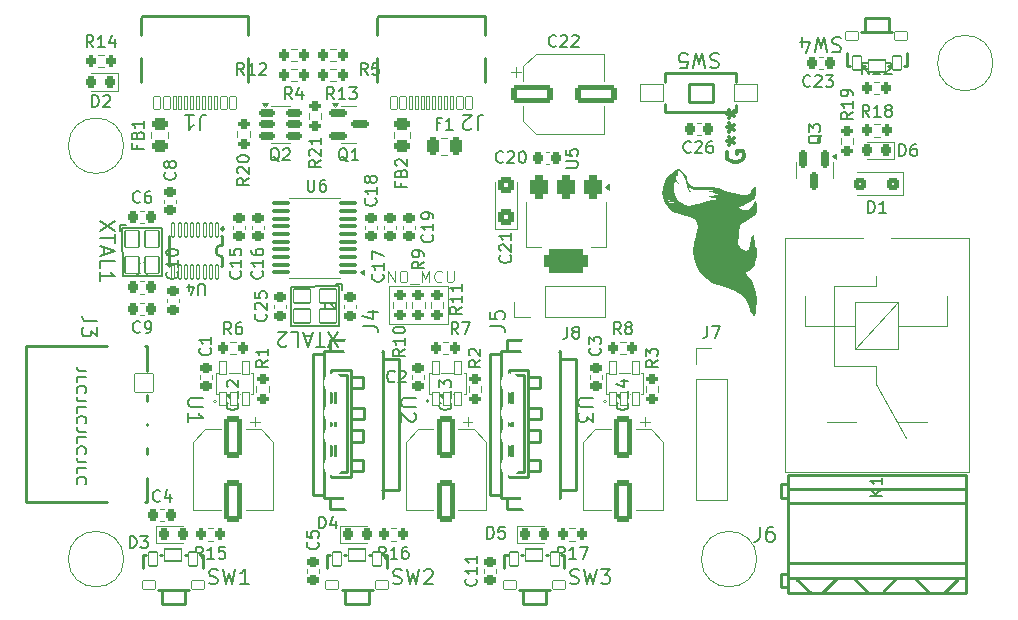
<source format=gto>
G04 #@! TF.GenerationSoftware,KiCad,Pcbnew,8.0.2*
G04 #@! TF.CreationDate,2024-06-10T19:24:07+08:00*
G04 #@! TF.ProjectId,pppc_usb_hub,70707063-5f75-4736-925f-6875622e6b69,Rev3*
G04 #@! TF.SameCoordinates,Original*
G04 #@! TF.FileFunction,Legend,Top*
G04 #@! TF.FilePolarity,Positive*
%FSLAX46Y46*%
G04 Gerber Fmt 4.6, Leading zero omitted, Abs format (unit mm)*
G04 Created by KiCad (PCBNEW 8.0.2) date 2024-06-10 19:24:07*
%MOMM*%
%LPD*%
G01*
G04 APERTURE LIST*
G04 Aperture macros list*
%AMRoundRect*
0 Rectangle with rounded corners*
0 $1 Rounding radius*
0 $2 $3 $4 $5 $6 $7 $8 $9 X,Y pos of 4 corners*
0 Add a 4 corners polygon primitive as box body*
4,1,4,$2,$3,$4,$5,$6,$7,$8,$9,$2,$3,0*
0 Add four circle primitives for the rounded corners*
1,1,$1+$1,$2,$3*
1,1,$1+$1,$4,$5*
1,1,$1+$1,$6,$7*
1,1,$1+$1,$8,$9*
0 Add four rect primitives between the rounded corners*
20,1,$1+$1,$2,$3,$4,$5,0*
20,1,$1+$1,$4,$5,$6,$7,0*
20,1,$1+$1,$6,$7,$8,$9,0*
20,1,$1+$1,$8,$9,$2,$3,0*%
G04 Aperture macros list end*
%ADD10C,0.100000*%
%ADD11C,0.150000*%
%ADD12C,0.152400*%
%ADD13C,0.158750*%
%ADD14C,0.300000*%
%ADD15C,0.120000*%
%ADD16C,0.254000*%
%ADD17C,0.152000*%
%ADD18C,0.000000*%
%ADD19RoundRect,0.225000X0.225000X0.250000X-0.225000X0.250000X-0.225000X-0.250000X0.225000X-0.250000X0*%
%ADD20RoundRect,0.200000X0.200000X0.275000X-0.200000X0.275000X-0.200000X-0.275000X0.200000X-0.275000X0*%
%ADD21RoundRect,0.050000X-0.125000X0.600000X-0.125000X-0.600000X0.125000X-0.600000X0.125000X0.600000X0*%
%ADD22RoundRect,0.225000X0.250000X-0.225000X0.250000X0.225000X-0.250000X0.225000X-0.250000X-0.225000X0*%
%ADD23RoundRect,0.050800X-0.300000X0.550000X-0.300000X-0.550000X0.300000X-0.550000X0.300000X0.550000X0*%
%ADD24RoundRect,0.250000X0.300000X0.300000X-0.300000X0.300000X-0.300000X-0.300000X0.300000X-0.300000X0*%
%ADD25RoundRect,0.200000X0.275000X-0.200000X0.275000X0.200000X-0.275000X0.200000X-0.275000X-0.200000X0*%
%ADD26RoundRect,0.200000X-0.275000X0.200000X-0.275000X-0.200000X0.275000X-0.200000X0.275000X0.200000X0*%
%ADD27C,0.700000*%
%ADD28RoundRect,0.050000X0.275000X0.550000X-0.275000X0.550000X-0.275000X-0.550000X0.275000X-0.550000X0*%
%ADD29RoundRect,0.050000X0.150000X0.550000X-0.150000X0.550000X-0.150000X-0.550000X0.150000X-0.550000X0*%
%ADD30O,1.200000X2.100000*%
%ADD31O,1.300000X1.900000*%
%ADD32C,0.900000*%
%ADD33RoundRect,0.050800X-0.350000X-0.600000X0.350000X-0.600000X0.350000X0.600000X-0.350000X0.600000X0*%
%ADD34RoundRect,0.050800X-0.750000X-0.500000X0.750000X-0.500000X0.750000X0.500000X-0.750000X0.500000X0*%
%ADD35RoundRect,0.050800X-0.550000X-0.350000X0.550000X-0.350000X0.550000X0.350000X-0.550000X0.350000X0*%
%ADD36RoundRect,0.218750X-0.218750X-0.256250X0.218750X-0.256250X0.218750X0.256250X-0.218750X0.256250X0*%
%ADD37RoundRect,0.225000X-0.250000X0.225000X-0.250000X-0.225000X0.250000X-0.225000X0.250000X0.225000X0*%
%ADD38RoundRect,0.050000X0.800000X-0.800000X0.800000X0.800000X-0.800000X0.800000X-0.800000X-0.800000X0*%
%ADD39O,1.700000X1.700000*%
%ADD40O,2.900000X1.400000*%
%ADD41RoundRect,0.200000X-0.200000X-0.275000X0.200000X-0.275000X0.200000X0.275000X-0.200000X0.275000X0*%
%ADD42RoundRect,0.050800X-0.600000X0.700000X-0.600000X-0.700000X0.600000X-0.700000X0.600000X0.700000X0*%
%ADD43RoundRect,0.150000X-0.150000X0.587500X-0.150000X-0.587500X0.150000X-0.587500X0.150000X0.587500X0*%
%ADD44RoundRect,0.225000X-0.225000X-0.250000X0.225000X-0.250000X0.225000X0.250000X-0.225000X0.250000X0*%
%ADD45RoundRect,0.150000X-0.512500X-0.150000X0.512500X-0.150000X0.512500X0.150000X-0.512500X0.150000X0*%
%ADD46R,1.700000X1.700000*%
%ADD47RoundRect,0.375000X-0.375000X0.625000X-0.375000X-0.625000X0.375000X-0.625000X0.375000X0.625000X0*%
%ADD48RoundRect,0.500000X-1.400000X0.500000X-1.400000X-0.500000X1.400000X-0.500000X1.400000X0.500000X0*%
%ADD49RoundRect,0.050800X0.950000X0.750000X-0.950000X0.750000X-0.950000X-0.750000X0.950000X-0.750000X0*%
%ADD50C,2.500000*%
%ADD51C,3.000000*%
%ADD52O,3.301600X2.101600*%
%ADD53O,1.625600X1.625600*%
%ADD54RoundRect,0.250000X-1.500000X-0.550000X1.500000X-0.550000X1.500000X0.550000X-1.500000X0.550000X0*%
%ADD55RoundRect,0.150000X-0.587500X-0.150000X0.587500X-0.150000X0.587500X0.150000X-0.587500X0.150000X0*%
%ADD56RoundRect,0.100000X0.637500X0.100000X-0.637500X0.100000X-0.637500X-0.100000X0.637500X-0.100000X0*%
%ADD57RoundRect,0.250000X-0.550000X1.500000X-0.550000X-1.500000X0.550000X-1.500000X0.550000X1.500000X0*%
%ADD58O,2.501600X2.501600*%
%ADD59RoundRect,0.218750X0.218750X0.256250X-0.218750X0.256250X-0.218750X-0.256250X0.218750X-0.256250X0*%
%ADD60RoundRect,0.050800X0.700000X0.600000X-0.700000X0.600000X-0.700000X-0.600000X0.700000X-0.600000X0*%
%ADD61RoundRect,0.250000X0.425000X-0.450000X0.425000X0.450000X-0.425000X0.450000X-0.425000X-0.450000X0*%
%ADD62RoundRect,0.243750X-0.456250X0.243750X-0.456250X-0.243750X0.456250X-0.243750X0.456250X0.243750X0*%
%ADD63RoundRect,0.250000X-0.250000X-0.475000X0.250000X-0.475000X0.250000X0.475000X-0.250000X0.475000X0*%
%ADD64RoundRect,0.050800X0.350000X0.600000X-0.350000X0.600000X-0.350000X-0.600000X0.350000X-0.600000X0*%
%ADD65RoundRect,0.050800X0.750000X0.500000X-0.750000X0.500000X-0.750000X-0.500000X0.750000X-0.500000X0*%
%ADD66RoundRect,0.050800X0.550000X0.350000X-0.550000X0.350000X-0.550000X-0.350000X0.550000X-0.350000X0*%
G04 APERTURE END LIST*
D10*
X136500000Y-102900000D02*
X141500000Y-102900000D01*
X141500000Y-106100000D01*
X136500000Y-106100000D01*
X136500000Y-102900000D01*
X187650000Y-84000000D02*
G75*
G02*
X182950000Y-84000000I-2350000J0D01*
G01*
X182950000Y-84000000D02*
G75*
G02*
X187650000Y-84000000I2350000J0D01*
G01*
X114050000Y-126000000D02*
G75*
G02*
X109350000Y-126000000I-2350000J0D01*
G01*
X109350000Y-126000000D02*
G75*
G02*
X114050000Y-126000000I2350000J0D01*
G01*
X114050000Y-91000000D02*
G75*
G02*
X109350000Y-91000000I-2350000J0D01*
G01*
X109350000Y-91000000D02*
G75*
G02*
X114050000Y-91000000I2350000J0D01*
G01*
X167650000Y-126000000D02*
G75*
G02*
X162950000Y-126000000I-2350000J0D01*
G01*
X162950000Y-126000000D02*
G75*
G02*
X167650000Y-126000000I2350000J0D01*
G01*
X136403884Y-102572419D02*
X136403884Y-101572419D01*
X136403884Y-101572419D02*
X136975312Y-102572419D01*
X136975312Y-102572419D02*
X136975312Y-101572419D01*
X137641979Y-101572419D02*
X137832455Y-101572419D01*
X137832455Y-101572419D02*
X137927693Y-101620038D01*
X137927693Y-101620038D02*
X138022931Y-101715276D01*
X138022931Y-101715276D02*
X138070550Y-101905752D01*
X138070550Y-101905752D02*
X138070550Y-102239085D01*
X138070550Y-102239085D02*
X138022931Y-102429561D01*
X138022931Y-102429561D02*
X137927693Y-102524800D01*
X137927693Y-102524800D02*
X137832455Y-102572419D01*
X137832455Y-102572419D02*
X137641979Y-102572419D01*
X137641979Y-102572419D02*
X137546741Y-102524800D01*
X137546741Y-102524800D02*
X137451503Y-102429561D01*
X137451503Y-102429561D02*
X137403884Y-102239085D01*
X137403884Y-102239085D02*
X137403884Y-101905752D01*
X137403884Y-101905752D02*
X137451503Y-101715276D01*
X137451503Y-101715276D02*
X137546741Y-101620038D01*
X137546741Y-101620038D02*
X137641979Y-101572419D01*
X138261027Y-102667657D02*
X139022931Y-102667657D01*
X139261027Y-102572419D02*
X139261027Y-101572419D01*
X139261027Y-101572419D02*
X139594360Y-102286704D01*
X139594360Y-102286704D02*
X139927693Y-101572419D01*
X139927693Y-101572419D02*
X139927693Y-102572419D01*
X140975312Y-102477180D02*
X140927693Y-102524800D01*
X140927693Y-102524800D02*
X140784836Y-102572419D01*
X140784836Y-102572419D02*
X140689598Y-102572419D01*
X140689598Y-102572419D02*
X140546741Y-102524800D01*
X140546741Y-102524800D02*
X140451503Y-102429561D01*
X140451503Y-102429561D02*
X140403884Y-102334323D01*
X140403884Y-102334323D02*
X140356265Y-102143847D01*
X140356265Y-102143847D02*
X140356265Y-102000990D01*
X140356265Y-102000990D02*
X140403884Y-101810514D01*
X140403884Y-101810514D02*
X140451503Y-101715276D01*
X140451503Y-101715276D02*
X140546741Y-101620038D01*
X140546741Y-101620038D02*
X140689598Y-101572419D01*
X140689598Y-101572419D02*
X140784836Y-101572419D01*
X140784836Y-101572419D02*
X140927693Y-101620038D01*
X140927693Y-101620038D02*
X140975312Y-101667657D01*
X141403884Y-101572419D02*
X141403884Y-102381942D01*
X141403884Y-102381942D02*
X141451503Y-102477180D01*
X141451503Y-102477180D02*
X141499122Y-102524800D01*
X141499122Y-102524800D02*
X141594360Y-102572419D01*
X141594360Y-102572419D02*
X141784836Y-102572419D01*
X141784836Y-102572419D02*
X141880074Y-102524800D01*
X141880074Y-102524800D02*
X141927693Y-102477180D01*
X141927693Y-102477180D02*
X141975312Y-102381942D01*
X141975312Y-102381942D02*
X141975312Y-101572419D01*
D11*
X110855704Y-110072493D02*
X110284276Y-110072493D01*
X110284276Y-110072493D02*
X110169990Y-110024874D01*
X110169990Y-110024874D02*
X110093800Y-109929636D01*
X110093800Y-109929636D02*
X110055704Y-109786779D01*
X110055704Y-109786779D02*
X110055704Y-109691541D01*
X110055704Y-111024874D02*
X110055704Y-110548684D01*
X110055704Y-110548684D02*
X110855704Y-110548684D01*
X110131895Y-111929636D02*
X110093800Y-111882017D01*
X110093800Y-111882017D02*
X110055704Y-111739160D01*
X110055704Y-111739160D02*
X110055704Y-111643922D01*
X110055704Y-111643922D02*
X110093800Y-111501065D01*
X110093800Y-111501065D02*
X110169990Y-111405827D01*
X110169990Y-111405827D02*
X110246180Y-111358208D01*
X110246180Y-111358208D02*
X110398561Y-111310589D01*
X110398561Y-111310589D02*
X110512847Y-111310589D01*
X110512847Y-111310589D02*
X110665228Y-111358208D01*
X110665228Y-111358208D02*
X110741419Y-111405827D01*
X110741419Y-111405827D02*
X110817609Y-111501065D01*
X110817609Y-111501065D02*
X110855704Y-111643922D01*
X110855704Y-111643922D02*
X110855704Y-111739160D01*
X110855704Y-111739160D02*
X110817609Y-111882017D01*
X110817609Y-111882017D02*
X110779514Y-111929636D01*
X110855704Y-112643922D02*
X110284276Y-112643922D01*
X110284276Y-112643922D02*
X110169990Y-112596303D01*
X110169990Y-112596303D02*
X110093800Y-112501065D01*
X110093800Y-112501065D02*
X110055704Y-112358208D01*
X110055704Y-112358208D02*
X110055704Y-112262970D01*
X110055704Y-113596303D02*
X110055704Y-113120113D01*
X110055704Y-113120113D02*
X110855704Y-113120113D01*
X110131895Y-114501065D02*
X110093800Y-114453446D01*
X110093800Y-114453446D02*
X110055704Y-114310589D01*
X110055704Y-114310589D02*
X110055704Y-114215351D01*
X110055704Y-114215351D02*
X110093800Y-114072494D01*
X110093800Y-114072494D02*
X110169990Y-113977256D01*
X110169990Y-113977256D02*
X110246180Y-113929637D01*
X110246180Y-113929637D02*
X110398561Y-113882018D01*
X110398561Y-113882018D02*
X110512847Y-113882018D01*
X110512847Y-113882018D02*
X110665228Y-113929637D01*
X110665228Y-113929637D02*
X110741419Y-113977256D01*
X110741419Y-113977256D02*
X110817609Y-114072494D01*
X110817609Y-114072494D02*
X110855704Y-114215351D01*
X110855704Y-114215351D02*
X110855704Y-114310589D01*
X110855704Y-114310589D02*
X110817609Y-114453446D01*
X110817609Y-114453446D02*
X110779514Y-114501065D01*
X110855704Y-115215351D02*
X110284276Y-115215351D01*
X110284276Y-115215351D02*
X110169990Y-115167732D01*
X110169990Y-115167732D02*
X110093800Y-115072494D01*
X110093800Y-115072494D02*
X110055704Y-114929637D01*
X110055704Y-114929637D02*
X110055704Y-114834399D01*
X110055704Y-116167732D02*
X110055704Y-115691542D01*
X110055704Y-115691542D02*
X110855704Y-115691542D01*
X110131895Y-117072494D02*
X110093800Y-117024875D01*
X110093800Y-117024875D02*
X110055704Y-116882018D01*
X110055704Y-116882018D02*
X110055704Y-116786780D01*
X110055704Y-116786780D02*
X110093800Y-116643923D01*
X110093800Y-116643923D02*
X110169990Y-116548685D01*
X110169990Y-116548685D02*
X110246180Y-116501066D01*
X110246180Y-116501066D02*
X110398561Y-116453447D01*
X110398561Y-116453447D02*
X110512847Y-116453447D01*
X110512847Y-116453447D02*
X110665228Y-116501066D01*
X110665228Y-116501066D02*
X110741419Y-116548685D01*
X110741419Y-116548685D02*
X110817609Y-116643923D01*
X110817609Y-116643923D02*
X110855704Y-116786780D01*
X110855704Y-116786780D02*
X110855704Y-116882018D01*
X110855704Y-116882018D02*
X110817609Y-117024875D01*
X110817609Y-117024875D02*
X110779514Y-117072494D01*
X110855704Y-117786780D02*
X110284276Y-117786780D01*
X110284276Y-117786780D02*
X110169990Y-117739161D01*
X110169990Y-117739161D02*
X110093800Y-117643923D01*
X110093800Y-117643923D02*
X110055704Y-117501066D01*
X110055704Y-117501066D02*
X110055704Y-117405828D01*
X110055704Y-118739161D02*
X110055704Y-118262971D01*
X110055704Y-118262971D02*
X110855704Y-118262971D01*
X110131895Y-119643923D02*
X110093800Y-119596304D01*
X110093800Y-119596304D02*
X110055704Y-119453447D01*
X110055704Y-119453447D02*
X110055704Y-119358209D01*
X110055704Y-119358209D02*
X110093800Y-119215352D01*
X110093800Y-119215352D02*
X110169990Y-119120114D01*
X110169990Y-119120114D02*
X110246180Y-119072495D01*
X110246180Y-119072495D02*
X110398561Y-119024876D01*
X110398561Y-119024876D02*
X110512847Y-119024876D01*
X110512847Y-119024876D02*
X110665228Y-119072495D01*
X110665228Y-119072495D02*
X110741419Y-119120114D01*
X110741419Y-119120114D02*
X110817609Y-119215352D01*
X110817609Y-119215352D02*
X110855704Y-119358209D01*
X110855704Y-119358209D02*
X110855704Y-119453447D01*
X110855704Y-119453447D02*
X110817609Y-119596304D01*
X110817609Y-119596304D02*
X110779514Y-119643923D01*
X172182142Y-85926330D02*
X172134523Y-85973950D01*
X172134523Y-85973950D02*
X171991666Y-86021569D01*
X171991666Y-86021569D02*
X171896428Y-86021569D01*
X171896428Y-86021569D02*
X171753571Y-85973950D01*
X171753571Y-85973950D02*
X171658333Y-85878711D01*
X171658333Y-85878711D02*
X171610714Y-85783473D01*
X171610714Y-85783473D02*
X171563095Y-85592997D01*
X171563095Y-85592997D02*
X171563095Y-85450140D01*
X171563095Y-85450140D02*
X171610714Y-85259664D01*
X171610714Y-85259664D02*
X171658333Y-85164426D01*
X171658333Y-85164426D02*
X171753571Y-85069188D01*
X171753571Y-85069188D02*
X171896428Y-85021569D01*
X171896428Y-85021569D02*
X171991666Y-85021569D01*
X171991666Y-85021569D02*
X172134523Y-85069188D01*
X172134523Y-85069188D02*
X172182142Y-85116807D01*
X172563095Y-85116807D02*
X172610714Y-85069188D01*
X172610714Y-85069188D02*
X172705952Y-85021569D01*
X172705952Y-85021569D02*
X172944047Y-85021569D01*
X172944047Y-85021569D02*
X173039285Y-85069188D01*
X173039285Y-85069188D02*
X173086904Y-85116807D01*
X173086904Y-85116807D02*
X173134523Y-85212045D01*
X173134523Y-85212045D02*
X173134523Y-85307283D01*
X173134523Y-85307283D02*
X173086904Y-85450140D01*
X173086904Y-85450140D02*
X172515476Y-86021569D01*
X172515476Y-86021569D02*
X173134523Y-86021569D01*
X173467857Y-85021569D02*
X174086904Y-85021569D01*
X174086904Y-85021569D02*
X173753571Y-85402521D01*
X173753571Y-85402521D02*
X173896428Y-85402521D01*
X173896428Y-85402521D02*
X173991666Y-85450140D01*
X173991666Y-85450140D02*
X174039285Y-85497759D01*
X174039285Y-85497759D02*
X174086904Y-85592997D01*
X174086904Y-85592997D02*
X174086904Y-85831092D01*
X174086904Y-85831092D02*
X174039285Y-85926330D01*
X174039285Y-85926330D02*
X173991666Y-85973950D01*
X173991666Y-85973950D02*
X173896428Y-86021569D01*
X173896428Y-86021569D02*
X173610714Y-86021569D01*
X173610714Y-86021569D02*
X173515476Y-85973950D01*
X173515476Y-85973950D02*
X173467857Y-85926330D01*
X136257142Y-125958069D02*
X135923809Y-125481878D01*
X135685714Y-125958069D02*
X135685714Y-124958069D01*
X135685714Y-124958069D02*
X136066666Y-124958069D01*
X136066666Y-124958069D02*
X136161904Y-125005688D01*
X136161904Y-125005688D02*
X136209523Y-125053307D01*
X136209523Y-125053307D02*
X136257142Y-125148545D01*
X136257142Y-125148545D02*
X136257142Y-125291402D01*
X136257142Y-125291402D02*
X136209523Y-125386640D01*
X136209523Y-125386640D02*
X136161904Y-125434259D01*
X136161904Y-125434259D02*
X136066666Y-125481878D01*
X136066666Y-125481878D02*
X135685714Y-125481878D01*
X137209523Y-125958069D02*
X136638095Y-125958069D01*
X136923809Y-125958069D02*
X136923809Y-124958069D01*
X136923809Y-124958069D02*
X136828571Y-125100926D01*
X136828571Y-125100926D02*
X136733333Y-125196164D01*
X136733333Y-125196164D02*
X136638095Y-125243783D01*
X138066666Y-124958069D02*
X137876190Y-124958069D01*
X137876190Y-124958069D02*
X137780952Y-125005688D01*
X137780952Y-125005688D02*
X137733333Y-125053307D01*
X137733333Y-125053307D02*
X137638095Y-125196164D01*
X137638095Y-125196164D02*
X137590476Y-125386640D01*
X137590476Y-125386640D02*
X137590476Y-125767592D01*
X137590476Y-125767592D02*
X137638095Y-125862830D01*
X137638095Y-125862830D02*
X137685714Y-125910450D01*
X137685714Y-125910450D02*
X137780952Y-125958069D01*
X137780952Y-125958069D02*
X137971428Y-125958069D01*
X137971428Y-125958069D02*
X138066666Y-125910450D01*
X138066666Y-125910450D02*
X138114285Y-125862830D01*
X138114285Y-125862830D02*
X138161904Y-125767592D01*
X138161904Y-125767592D02*
X138161904Y-125529497D01*
X138161904Y-125529497D02*
X138114285Y-125434259D01*
X138114285Y-125434259D02*
X138066666Y-125386640D01*
X138066666Y-125386640D02*
X137971428Y-125339021D01*
X137971428Y-125339021D02*
X137780952Y-125339021D01*
X137780952Y-125339021D02*
X137685714Y-125386640D01*
X137685714Y-125386640D02*
X137638095Y-125434259D01*
X137638095Y-125434259D02*
X137590476Y-125529497D01*
D12*
X120894285Y-103601792D02*
X120894285Y-102861563D01*
X120894285Y-102861563D02*
X120850742Y-102774477D01*
X120850742Y-102774477D02*
X120807200Y-102730935D01*
X120807200Y-102730935D02*
X120720114Y-102687392D01*
X120720114Y-102687392D02*
X120545942Y-102687392D01*
X120545942Y-102687392D02*
X120458857Y-102730935D01*
X120458857Y-102730935D02*
X120415314Y-102774477D01*
X120415314Y-102774477D02*
X120371771Y-102861563D01*
X120371771Y-102861563D02*
X120371771Y-103601792D01*
X119544457Y-103296992D02*
X119544457Y-102687392D01*
X119762171Y-103645335D02*
X119979885Y-102992192D01*
X119979885Y-102992192D02*
X119413828Y-102992192D01*
D11*
X140162830Y-98542857D02*
X140210450Y-98590476D01*
X140210450Y-98590476D02*
X140258069Y-98733333D01*
X140258069Y-98733333D02*
X140258069Y-98828571D01*
X140258069Y-98828571D02*
X140210450Y-98971428D01*
X140210450Y-98971428D02*
X140115211Y-99066666D01*
X140115211Y-99066666D02*
X140019973Y-99114285D01*
X140019973Y-99114285D02*
X139829497Y-99161904D01*
X139829497Y-99161904D02*
X139686640Y-99161904D01*
X139686640Y-99161904D02*
X139496164Y-99114285D01*
X139496164Y-99114285D02*
X139400926Y-99066666D01*
X139400926Y-99066666D02*
X139305688Y-98971428D01*
X139305688Y-98971428D02*
X139258069Y-98828571D01*
X139258069Y-98828571D02*
X139258069Y-98733333D01*
X139258069Y-98733333D02*
X139305688Y-98590476D01*
X139305688Y-98590476D02*
X139353307Y-98542857D01*
X140258069Y-97590476D02*
X140258069Y-98161904D01*
X140258069Y-97876190D02*
X139258069Y-97876190D01*
X139258069Y-97876190D02*
X139400926Y-97971428D01*
X139400926Y-97971428D02*
X139496164Y-98066666D01*
X139496164Y-98066666D02*
X139543783Y-98161904D01*
X140258069Y-97114285D02*
X140258069Y-96923809D01*
X140258069Y-96923809D02*
X140210450Y-96828571D01*
X140210450Y-96828571D02*
X140162830Y-96780952D01*
X140162830Y-96780952D02*
X140019973Y-96685714D01*
X140019973Y-96685714D02*
X139829497Y-96638095D01*
X139829497Y-96638095D02*
X139448545Y-96638095D01*
X139448545Y-96638095D02*
X139353307Y-96685714D01*
X139353307Y-96685714D02*
X139305688Y-96733333D01*
X139305688Y-96733333D02*
X139258069Y-96828571D01*
X139258069Y-96828571D02*
X139258069Y-97019047D01*
X139258069Y-97019047D02*
X139305688Y-97114285D01*
X139305688Y-97114285D02*
X139353307Y-97161904D01*
X139353307Y-97161904D02*
X139448545Y-97209523D01*
X139448545Y-97209523D02*
X139686640Y-97209523D01*
X139686640Y-97209523D02*
X139781878Y-97161904D01*
X139781878Y-97161904D02*
X139829497Y-97114285D01*
X139829497Y-97114285D02*
X139877116Y-97019047D01*
X139877116Y-97019047D02*
X139877116Y-96828571D01*
X139877116Y-96828571D02*
X139829497Y-96733333D01*
X139829497Y-96733333D02*
X139781878Y-96685714D01*
X139781878Y-96685714D02*
X139686640Y-96638095D01*
X134688523Y-85004819D02*
X134355190Y-84528628D01*
X134117095Y-85004819D02*
X134117095Y-84004819D01*
X134117095Y-84004819D02*
X134498047Y-84004819D01*
X134498047Y-84004819D02*
X134593285Y-84052438D01*
X134593285Y-84052438D02*
X134640904Y-84100057D01*
X134640904Y-84100057D02*
X134688523Y-84195295D01*
X134688523Y-84195295D02*
X134688523Y-84338152D01*
X134688523Y-84338152D02*
X134640904Y-84433390D01*
X134640904Y-84433390D02*
X134593285Y-84481009D01*
X134593285Y-84481009D02*
X134498047Y-84528628D01*
X134498047Y-84528628D02*
X134117095Y-84528628D01*
X135593285Y-84004819D02*
X135117095Y-84004819D01*
X135117095Y-84004819D02*
X135069476Y-84481009D01*
X135069476Y-84481009D02*
X135117095Y-84433390D01*
X135117095Y-84433390D02*
X135212333Y-84385771D01*
X135212333Y-84385771D02*
X135450428Y-84385771D01*
X135450428Y-84385771D02*
X135545666Y-84433390D01*
X135545666Y-84433390D02*
X135593285Y-84481009D01*
X135593285Y-84481009D02*
X135640904Y-84576247D01*
X135640904Y-84576247D02*
X135640904Y-84814342D01*
X135640904Y-84814342D02*
X135593285Y-84909580D01*
X135593285Y-84909580D02*
X135545666Y-84957200D01*
X135545666Y-84957200D02*
X135450428Y-85004819D01*
X135450428Y-85004819D02*
X135212333Y-85004819D01*
X135212333Y-85004819D02*
X135117095Y-84957200D01*
X135117095Y-84957200D02*
X135069476Y-84909580D01*
D13*
X138779171Y-112382180D02*
X137751076Y-112382180D01*
X137751076Y-112382180D02*
X137630124Y-112442657D01*
X137630124Y-112442657D02*
X137569648Y-112503133D01*
X137569648Y-112503133D02*
X137509171Y-112624085D01*
X137509171Y-112624085D02*
X137509171Y-112865990D01*
X137509171Y-112865990D02*
X137569648Y-112986942D01*
X137569648Y-112986942D02*
X137630124Y-113047419D01*
X137630124Y-113047419D02*
X137751076Y-113107895D01*
X137751076Y-113107895D02*
X138779171Y-113107895D01*
X138658219Y-113652180D02*
X138718695Y-113712656D01*
X138718695Y-113712656D02*
X138779171Y-113833609D01*
X138779171Y-113833609D02*
X138779171Y-114135990D01*
X138779171Y-114135990D02*
X138718695Y-114256942D01*
X138718695Y-114256942D02*
X138658219Y-114317418D01*
X138658219Y-114317418D02*
X138537267Y-114377895D01*
X138537267Y-114377895D02*
X138416314Y-114377895D01*
X138416314Y-114377895D02*
X138234886Y-114317418D01*
X138234886Y-114317418D02*
X137509171Y-113591704D01*
X137509171Y-113591704D02*
X137509171Y-114377895D01*
D11*
X151382142Y-125958069D02*
X151048809Y-125481878D01*
X150810714Y-125958069D02*
X150810714Y-124958069D01*
X150810714Y-124958069D02*
X151191666Y-124958069D01*
X151191666Y-124958069D02*
X151286904Y-125005688D01*
X151286904Y-125005688D02*
X151334523Y-125053307D01*
X151334523Y-125053307D02*
X151382142Y-125148545D01*
X151382142Y-125148545D02*
X151382142Y-125291402D01*
X151382142Y-125291402D02*
X151334523Y-125386640D01*
X151334523Y-125386640D02*
X151286904Y-125434259D01*
X151286904Y-125434259D02*
X151191666Y-125481878D01*
X151191666Y-125481878D02*
X150810714Y-125481878D01*
X152334523Y-125958069D02*
X151763095Y-125958069D01*
X152048809Y-125958069D02*
X152048809Y-124958069D01*
X152048809Y-124958069D02*
X151953571Y-125100926D01*
X151953571Y-125100926D02*
X151858333Y-125196164D01*
X151858333Y-125196164D02*
X151763095Y-125243783D01*
X152667857Y-124958069D02*
X153334523Y-124958069D01*
X153334523Y-124958069D02*
X152905952Y-125958069D01*
X135959580Y-101875238D02*
X136007200Y-101922857D01*
X136007200Y-101922857D02*
X136054819Y-102065714D01*
X136054819Y-102065714D02*
X136054819Y-102160952D01*
X136054819Y-102160952D02*
X136007200Y-102303809D01*
X136007200Y-102303809D02*
X135911961Y-102399047D01*
X135911961Y-102399047D02*
X135816723Y-102446666D01*
X135816723Y-102446666D02*
X135626247Y-102494285D01*
X135626247Y-102494285D02*
X135483390Y-102494285D01*
X135483390Y-102494285D02*
X135292914Y-102446666D01*
X135292914Y-102446666D02*
X135197676Y-102399047D01*
X135197676Y-102399047D02*
X135102438Y-102303809D01*
X135102438Y-102303809D02*
X135054819Y-102160952D01*
X135054819Y-102160952D02*
X135054819Y-102065714D01*
X135054819Y-102065714D02*
X135102438Y-101922857D01*
X135102438Y-101922857D02*
X135150057Y-101875238D01*
X136054819Y-100922857D02*
X136054819Y-101494285D01*
X136054819Y-101208571D02*
X135054819Y-101208571D01*
X135054819Y-101208571D02*
X135197676Y-101303809D01*
X135197676Y-101303809D02*
X135292914Y-101399047D01*
X135292914Y-101399047D02*
X135340533Y-101494285D01*
X135054819Y-100589523D02*
X135054819Y-99922857D01*
X135054819Y-99922857D02*
X136054819Y-100351428D01*
X177081905Y-96678069D02*
X177081905Y-95678069D01*
X177081905Y-95678069D02*
X177320000Y-95678069D01*
X177320000Y-95678069D02*
X177462857Y-95725688D01*
X177462857Y-95725688D02*
X177558095Y-95820926D01*
X177558095Y-95820926D02*
X177605714Y-95916164D01*
X177605714Y-95916164D02*
X177653333Y-96106640D01*
X177653333Y-96106640D02*
X177653333Y-96249497D01*
X177653333Y-96249497D02*
X177605714Y-96439973D01*
X177605714Y-96439973D02*
X177558095Y-96535211D01*
X177558095Y-96535211D02*
X177462857Y-96630450D01*
X177462857Y-96630450D02*
X177320000Y-96678069D01*
X177320000Y-96678069D02*
X177081905Y-96678069D01*
X178605714Y-96678069D02*
X178034286Y-96678069D01*
X178320000Y-96678069D02*
X178320000Y-95678069D01*
X178320000Y-95678069D02*
X178224762Y-95820926D01*
X178224762Y-95820926D02*
X178129524Y-95916164D01*
X178129524Y-95916164D02*
X178034286Y-95963783D01*
X162057142Y-91509580D02*
X162009523Y-91557200D01*
X162009523Y-91557200D02*
X161866666Y-91604819D01*
X161866666Y-91604819D02*
X161771428Y-91604819D01*
X161771428Y-91604819D02*
X161628571Y-91557200D01*
X161628571Y-91557200D02*
X161533333Y-91461961D01*
X161533333Y-91461961D02*
X161485714Y-91366723D01*
X161485714Y-91366723D02*
X161438095Y-91176247D01*
X161438095Y-91176247D02*
X161438095Y-91033390D01*
X161438095Y-91033390D02*
X161485714Y-90842914D01*
X161485714Y-90842914D02*
X161533333Y-90747676D01*
X161533333Y-90747676D02*
X161628571Y-90652438D01*
X161628571Y-90652438D02*
X161771428Y-90604819D01*
X161771428Y-90604819D02*
X161866666Y-90604819D01*
X161866666Y-90604819D02*
X162009523Y-90652438D01*
X162009523Y-90652438D02*
X162057142Y-90700057D01*
X162438095Y-90700057D02*
X162485714Y-90652438D01*
X162485714Y-90652438D02*
X162580952Y-90604819D01*
X162580952Y-90604819D02*
X162819047Y-90604819D01*
X162819047Y-90604819D02*
X162914285Y-90652438D01*
X162914285Y-90652438D02*
X162961904Y-90700057D01*
X162961904Y-90700057D02*
X163009523Y-90795295D01*
X163009523Y-90795295D02*
X163009523Y-90890533D01*
X163009523Y-90890533D02*
X162961904Y-91033390D01*
X162961904Y-91033390D02*
X162390476Y-91604819D01*
X162390476Y-91604819D02*
X163009523Y-91604819D01*
X163866666Y-90604819D02*
X163676190Y-90604819D01*
X163676190Y-90604819D02*
X163580952Y-90652438D01*
X163580952Y-90652438D02*
X163533333Y-90700057D01*
X163533333Y-90700057D02*
X163438095Y-90842914D01*
X163438095Y-90842914D02*
X163390476Y-91033390D01*
X163390476Y-91033390D02*
X163390476Y-91414342D01*
X163390476Y-91414342D02*
X163438095Y-91509580D01*
X163438095Y-91509580D02*
X163485714Y-91557200D01*
X163485714Y-91557200D02*
X163580952Y-91604819D01*
X163580952Y-91604819D02*
X163771428Y-91604819D01*
X163771428Y-91604819D02*
X163866666Y-91557200D01*
X163866666Y-91557200D02*
X163914285Y-91509580D01*
X163914285Y-91509580D02*
X163961904Y-91414342D01*
X163961904Y-91414342D02*
X163961904Y-91176247D01*
X163961904Y-91176247D02*
X163914285Y-91081009D01*
X163914285Y-91081009D02*
X163866666Y-91033390D01*
X163866666Y-91033390D02*
X163771428Y-90985771D01*
X163771428Y-90985771D02*
X163580952Y-90985771D01*
X163580952Y-90985771D02*
X163485714Y-91033390D01*
X163485714Y-91033390D02*
X163438095Y-91081009D01*
X163438095Y-91081009D02*
X163390476Y-91176247D01*
X126254819Y-109135375D02*
X125778628Y-109468708D01*
X126254819Y-109706803D02*
X125254819Y-109706803D01*
X125254819Y-109706803D02*
X125254819Y-109325851D01*
X125254819Y-109325851D02*
X125302438Y-109230613D01*
X125302438Y-109230613D02*
X125350057Y-109182994D01*
X125350057Y-109182994D02*
X125445295Y-109135375D01*
X125445295Y-109135375D02*
X125588152Y-109135375D01*
X125588152Y-109135375D02*
X125683390Y-109182994D01*
X125683390Y-109182994D02*
X125731009Y-109230613D01*
X125731009Y-109230613D02*
X125778628Y-109325851D01*
X125778628Y-109325851D02*
X125778628Y-109706803D01*
X126254819Y-108182994D02*
X126254819Y-108754422D01*
X126254819Y-108468708D02*
X125254819Y-108468708D01*
X125254819Y-108468708D02*
X125397676Y-108563946D01*
X125397676Y-108563946D02*
X125492914Y-108659184D01*
X125492914Y-108659184D02*
X125540533Y-108754422D01*
X142658069Y-104642857D02*
X142181878Y-104976190D01*
X142658069Y-105214285D02*
X141658069Y-105214285D01*
X141658069Y-105214285D02*
X141658069Y-104833333D01*
X141658069Y-104833333D02*
X141705688Y-104738095D01*
X141705688Y-104738095D02*
X141753307Y-104690476D01*
X141753307Y-104690476D02*
X141848545Y-104642857D01*
X141848545Y-104642857D02*
X141991402Y-104642857D01*
X141991402Y-104642857D02*
X142086640Y-104690476D01*
X142086640Y-104690476D02*
X142134259Y-104738095D01*
X142134259Y-104738095D02*
X142181878Y-104833333D01*
X142181878Y-104833333D02*
X142181878Y-105214285D01*
X142658069Y-103690476D02*
X142658069Y-104261904D01*
X142658069Y-103976190D02*
X141658069Y-103976190D01*
X141658069Y-103976190D02*
X141800926Y-104071428D01*
X141800926Y-104071428D02*
X141896164Y-104166666D01*
X141896164Y-104166666D02*
X141943783Y-104261904D01*
X142658069Y-102738095D02*
X142658069Y-103309523D01*
X142658069Y-103023809D02*
X141658069Y-103023809D01*
X141658069Y-103023809D02*
X141800926Y-103119047D01*
X141800926Y-103119047D02*
X141896164Y-103214285D01*
X141896164Y-103214285D02*
X141943783Y-103309523D01*
X123143833Y-106951569D02*
X122810500Y-106475378D01*
X122572405Y-106951569D02*
X122572405Y-105951569D01*
X122572405Y-105951569D02*
X122953357Y-105951569D01*
X122953357Y-105951569D02*
X123048595Y-105999188D01*
X123048595Y-105999188D02*
X123096214Y-106046807D01*
X123096214Y-106046807D02*
X123143833Y-106142045D01*
X123143833Y-106142045D02*
X123143833Y-106284902D01*
X123143833Y-106284902D02*
X123096214Y-106380140D01*
X123096214Y-106380140D02*
X123048595Y-106427759D01*
X123048595Y-106427759D02*
X122953357Y-106475378D01*
X122953357Y-106475378D02*
X122572405Y-106475378D01*
X124000976Y-105951569D02*
X123810500Y-105951569D01*
X123810500Y-105951569D02*
X123715262Y-105999188D01*
X123715262Y-105999188D02*
X123667643Y-106046807D01*
X123667643Y-106046807D02*
X123572405Y-106189664D01*
X123572405Y-106189664D02*
X123524786Y-106380140D01*
X123524786Y-106380140D02*
X123524786Y-106761092D01*
X123524786Y-106761092D02*
X123572405Y-106856330D01*
X123572405Y-106856330D02*
X123620024Y-106903950D01*
X123620024Y-106903950D02*
X123715262Y-106951569D01*
X123715262Y-106951569D02*
X123905738Y-106951569D01*
X123905738Y-106951569D02*
X124000976Y-106903950D01*
X124000976Y-106903950D02*
X124048595Y-106856330D01*
X124048595Y-106856330D02*
X124096214Y-106761092D01*
X124096214Y-106761092D02*
X124096214Y-106522997D01*
X124096214Y-106522997D02*
X124048595Y-106427759D01*
X124048595Y-106427759D02*
X124000976Y-106380140D01*
X124000976Y-106380140D02*
X123905738Y-106332521D01*
X123905738Y-106332521D02*
X123715262Y-106332521D01*
X123715262Y-106332521D02*
X123620024Y-106380140D01*
X123620024Y-106380140D02*
X123572405Y-106427759D01*
X123572405Y-106427759D02*
X123524786Y-106522997D01*
X115433333Y-106762830D02*
X115385714Y-106810450D01*
X115385714Y-106810450D02*
X115242857Y-106858069D01*
X115242857Y-106858069D02*
X115147619Y-106858069D01*
X115147619Y-106858069D02*
X115004762Y-106810450D01*
X115004762Y-106810450D02*
X114909524Y-106715211D01*
X114909524Y-106715211D02*
X114861905Y-106619973D01*
X114861905Y-106619973D02*
X114814286Y-106429497D01*
X114814286Y-106429497D02*
X114814286Y-106286640D01*
X114814286Y-106286640D02*
X114861905Y-106096164D01*
X114861905Y-106096164D02*
X114909524Y-106000926D01*
X114909524Y-106000926D02*
X115004762Y-105905688D01*
X115004762Y-105905688D02*
X115147619Y-105858069D01*
X115147619Y-105858069D02*
X115242857Y-105858069D01*
X115242857Y-105858069D02*
X115385714Y-105905688D01*
X115385714Y-105905688D02*
X115433333Y-105953307D01*
X115909524Y-106858069D02*
X116100000Y-106858069D01*
X116100000Y-106858069D02*
X116195238Y-106810450D01*
X116195238Y-106810450D02*
X116242857Y-106762830D01*
X116242857Y-106762830D02*
X116338095Y-106619973D01*
X116338095Y-106619973D02*
X116385714Y-106429497D01*
X116385714Y-106429497D02*
X116385714Y-106048545D01*
X116385714Y-106048545D02*
X116338095Y-105953307D01*
X116338095Y-105953307D02*
X116290476Y-105905688D01*
X116290476Y-105905688D02*
X116195238Y-105858069D01*
X116195238Y-105858069D02*
X116004762Y-105858069D01*
X116004762Y-105858069D02*
X115909524Y-105905688D01*
X115909524Y-105905688D02*
X115861905Y-105953307D01*
X115861905Y-105953307D02*
X115814286Y-106048545D01*
X115814286Y-106048545D02*
X115814286Y-106286640D01*
X115814286Y-106286640D02*
X115861905Y-106381878D01*
X115861905Y-106381878D02*
X115909524Y-106429497D01*
X115909524Y-106429497D02*
X116004762Y-106477116D01*
X116004762Y-106477116D02*
X116195238Y-106477116D01*
X116195238Y-106477116D02*
X116290476Y-106429497D01*
X116290476Y-106429497D02*
X116338095Y-106381878D01*
X116338095Y-106381878D02*
X116385714Y-106286640D01*
D13*
X120522332Y-89625784D02*
X120522332Y-88718641D01*
X120522332Y-88718641D02*
X120582809Y-88537213D01*
X120582809Y-88537213D02*
X120703761Y-88416261D01*
X120703761Y-88416261D02*
X120885190Y-88355784D01*
X120885190Y-88355784D02*
X121006142Y-88355784D01*
X119252332Y-88355784D02*
X119978047Y-88355784D01*
X119615190Y-88355784D02*
X119615190Y-89625784D01*
X119615190Y-89625784D02*
X119736142Y-89444356D01*
X119736142Y-89444356D02*
X119857094Y-89323403D01*
X119857094Y-89323403D02*
X119978047Y-89262927D01*
D11*
X131856142Y-87058069D02*
X131522809Y-86581878D01*
X131284714Y-87058069D02*
X131284714Y-86058069D01*
X131284714Y-86058069D02*
X131665666Y-86058069D01*
X131665666Y-86058069D02*
X131760904Y-86105688D01*
X131760904Y-86105688D02*
X131808523Y-86153307D01*
X131808523Y-86153307D02*
X131856142Y-86248545D01*
X131856142Y-86248545D02*
X131856142Y-86391402D01*
X131856142Y-86391402D02*
X131808523Y-86486640D01*
X131808523Y-86486640D02*
X131760904Y-86534259D01*
X131760904Y-86534259D02*
X131665666Y-86581878D01*
X131665666Y-86581878D02*
X131284714Y-86581878D01*
X132808523Y-87058069D02*
X132237095Y-87058069D01*
X132522809Y-87058069D02*
X132522809Y-86058069D01*
X132522809Y-86058069D02*
X132427571Y-86200926D01*
X132427571Y-86200926D02*
X132332333Y-86296164D01*
X132332333Y-86296164D02*
X132237095Y-86343783D01*
X133141857Y-86058069D02*
X133760904Y-86058069D01*
X133760904Y-86058069D02*
X133427571Y-86439021D01*
X133427571Y-86439021D02*
X133570428Y-86439021D01*
X133570428Y-86439021D02*
X133665666Y-86486640D01*
X133665666Y-86486640D02*
X133713285Y-86534259D01*
X133713285Y-86534259D02*
X133760904Y-86629497D01*
X133760904Y-86629497D02*
X133760904Y-86867592D01*
X133760904Y-86867592D02*
X133713285Y-86962830D01*
X133713285Y-86962830D02*
X133665666Y-87010450D01*
X133665666Y-87010450D02*
X133570428Y-87058069D01*
X133570428Y-87058069D02*
X133284714Y-87058069D01*
X133284714Y-87058069D02*
X133189476Y-87010450D01*
X133189476Y-87010450D02*
X133141857Y-86962830D01*
D13*
X120765671Y-112382180D02*
X119737576Y-112382180D01*
X119737576Y-112382180D02*
X119616624Y-112442657D01*
X119616624Y-112442657D02*
X119556148Y-112503133D01*
X119556148Y-112503133D02*
X119495671Y-112624085D01*
X119495671Y-112624085D02*
X119495671Y-112865990D01*
X119495671Y-112865990D02*
X119556148Y-112986942D01*
X119556148Y-112986942D02*
X119616624Y-113047419D01*
X119616624Y-113047419D02*
X119737576Y-113107895D01*
X119737576Y-113107895D02*
X120765671Y-113107895D01*
X119495671Y-114377895D02*
X119495671Y-113652180D01*
X119495671Y-114015037D02*
X120765671Y-114015037D01*
X120765671Y-114015037D02*
X120584243Y-113894085D01*
X120584243Y-113894085D02*
X120463290Y-113773133D01*
X120463290Y-113773133D02*
X120402814Y-113652180D01*
X121269929Y-128057295D02*
X121451358Y-128117771D01*
X121451358Y-128117771D02*
X121753739Y-128117771D01*
X121753739Y-128117771D02*
X121874691Y-128057295D01*
X121874691Y-128057295D02*
X121935167Y-127996818D01*
X121935167Y-127996818D02*
X121995644Y-127875866D01*
X121995644Y-127875866D02*
X121995644Y-127754914D01*
X121995644Y-127754914D02*
X121935167Y-127633961D01*
X121935167Y-127633961D02*
X121874691Y-127573485D01*
X121874691Y-127573485D02*
X121753739Y-127513009D01*
X121753739Y-127513009D02*
X121511834Y-127452533D01*
X121511834Y-127452533D02*
X121390882Y-127392056D01*
X121390882Y-127392056D02*
X121330405Y-127331580D01*
X121330405Y-127331580D02*
X121269929Y-127210628D01*
X121269929Y-127210628D02*
X121269929Y-127089675D01*
X121269929Y-127089675D02*
X121330405Y-126968723D01*
X121330405Y-126968723D02*
X121390882Y-126908247D01*
X121390882Y-126908247D02*
X121511834Y-126847771D01*
X121511834Y-126847771D02*
X121814215Y-126847771D01*
X121814215Y-126847771D02*
X121995644Y-126908247D01*
X122418977Y-126847771D02*
X122721358Y-128117771D01*
X122721358Y-128117771D02*
X122963263Y-127210628D01*
X122963263Y-127210628D02*
X123205168Y-128117771D01*
X123205168Y-128117771D02*
X123507549Y-126847771D01*
X124656597Y-128117771D02*
X123930882Y-128117771D01*
X124293739Y-128117771D02*
X124293739Y-126847771D01*
X124293739Y-126847771D02*
X124172787Y-127029199D01*
X124172787Y-127029199D02*
X124051835Y-127150152D01*
X124051835Y-127150152D02*
X123930882Y-127210628D01*
D11*
X114561905Y-125054819D02*
X114561905Y-124054819D01*
X114561905Y-124054819D02*
X114800000Y-124054819D01*
X114800000Y-124054819D02*
X114942857Y-124102438D01*
X114942857Y-124102438D02*
X115038095Y-124197676D01*
X115038095Y-124197676D02*
X115085714Y-124292914D01*
X115085714Y-124292914D02*
X115133333Y-124483390D01*
X115133333Y-124483390D02*
X115133333Y-124626247D01*
X115133333Y-124626247D02*
X115085714Y-124816723D01*
X115085714Y-124816723D02*
X115038095Y-124911961D01*
X115038095Y-124911961D02*
X114942857Y-125007200D01*
X114942857Y-125007200D02*
X114800000Y-125054819D01*
X114800000Y-125054819D02*
X114561905Y-125054819D01*
X115466667Y-124054819D02*
X116085714Y-124054819D01*
X116085714Y-124054819D02*
X115752381Y-124435771D01*
X115752381Y-124435771D02*
X115895238Y-124435771D01*
X115895238Y-124435771D02*
X115990476Y-124483390D01*
X115990476Y-124483390D02*
X116038095Y-124531009D01*
X116038095Y-124531009D02*
X116085714Y-124626247D01*
X116085714Y-124626247D02*
X116085714Y-124864342D01*
X116085714Y-124864342D02*
X116038095Y-124959580D01*
X116038095Y-124959580D02*
X115990476Y-125007200D01*
X115990476Y-125007200D02*
X115895238Y-125054819D01*
X115895238Y-125054819D02*
X115609524Y-125054819D01*
X115609524Y-125054819D02*
X115514286Y-125007200D01*
X115514286Y-125007200D02*
X115466667Y-124959580D01*
X124654819Y-93725238D02*
X124178628Y-94058571D01*
X124654819Y-94296666D02*
X123654819Y-94296666D01*
X123654819Y-94296666D02*
X123654819Y-93915714D01*
X123654819Y-93915714D02*
X123702438Y-93820476D01*
X123702438Y-93820476D02*
X123750057Y-93772857D01*
X123750057Y-93772857D02*
X123845295Y-93725238D01*
X123845295Y-93725238D02*
X123988152Y-93725238D01*
X123988152Y-93725238D02*
X124083390Y-93772857D01*
X124083390Y-93772857D02*
X124131009Y-93820476D01*
X124131009Y-93820476D02*
X124178628Y-93915714D01*
X124178628Y-93915714D02*
X124178628Y-94296666D01*
X123750057Y-93344285D02*
X123702438Y-93296666D01*
X123702438Y-93296666D02*
X123654819Y-93201428D01*
X123654819Y-93201428D02*
X123654819Y-92963333D01*
X123654819Y-92963333D02*
X123702438Y-92868095D01*
X123702438Y-92868095D02*
X123750057Y-92820476D01*
X123750057Y-92820476D02*
X123845295Y-92772857D01*
X123845295Y-92772857D02*
X123940533Y-92772857D01*
X123940533Y-92772857D02*
X124083390Y-92820476D01*
X124083390Y-92820476D02*
X124654819Y-93391904D01*
X124654819Y-93391904D02*
X124654819Y-92772857D01*
X123654819Y-92153809D02*
X123654819Y-92058571D01*
X123654819Y-92058571D02*
X123702438Y-91963333D01*
X123702438Y-91963333D02*
X123750057Y-91915714D01*
X123750057Y-91915714D02*
X123845295Y-91868095D01*
X123845295Y-91868095D02*
X124035771Y-91820476D01*
X124035771Y-91820476D02*
X124273866Y-91820476D01*
X124273866Y-91820476D02*
X124464342Y-91868095D01*
X124464342Y-91868095D02*
X124559580Y-91915714D01*
X124559580Y-91915714D02*
X124607200Y-91963333D01*
X124607200Y-91963333D02*
X124654819Y-92058571D01*
X124654819Y-92058571D02*
X124654819Y-92153809D01*
X124654819Y-92153809D02*
X124607200Y-92249047D01*
X124607200Y-92249047D02*
X124559580Y-92296666D01*
X124559580Y-92296666D02*
X124464342Y-92344285D01*
X124464342Y-92344285D02*
X124273866Y-92391904D01*
X124273866Y-92391904D02*
X124035771Y-92391904D01*
X124035771Y-92391904D02*
X123845295Y-92344285D01*
X123845295Y-92344285D02*
X123750057Y-92296666D01*
X123750057Y-92296666D02*
X123702438Y-92249047D01*
X123702438Y-92249047D02*
X123654819Y-92153809D01*
X154359580Y-108135175D02*
X154407200Y-108182794D01*
X154407200Y-108182794D02*
X154454819Y-108325651D01*
X154454819Y-108325651D02*
X154454819Y-108420889D01*
X154454819Y-108420889D02*
X154407200Y-108563746D01*
X154407200Y-108563746D02*
X154311961Y-108658984D01*
X154311961Y-108658984D02*
X154216723Y-108706603D01*
X154216723Y-108706603D02*
X154026247Y-108754222D01*
X154026247Y-108754222D02*
X153883390Y-108754222D01*
X153883390Y-108754222D02*
X153692914Y-108706603D01*
X153692914Y-108706603D02*
X153597676Y-108658984D01*
X153597676Y-108658984D02*
X153502438Y-108563746D01*
X153502438Y-108563746D02*
X153454819Y-108420889D01*
X153454819Y-108420889D02*
X153454819Y-108325651D01*
X153454819Y-108325651D02*
X153502438Y-108182794D01*
X153502438Y-108182794D02*
X153550057Y-108135175D01*
X153454819Y-107801841D02*
X153454819Y-107182794D01*
X153454819Y-107182794D02*
X153835771Y-107516127D01*
X153835771Y-107516127D02*
X153835771Y-107373270D01*
X153835771Y-107373270D02*
X153883390Y-107278032D01*
X153883390Y-107278032D02*
X153931009Y-107230413D01*
X153931009Y-107230413D02*
X154026247Y-107182794D01*
X154026247Y-107182794D02*
X154264342Y-107182794D01*
X154264342Y-107182794D02*
X154359580Y-107230413D01*
X154359580Y-107230413D02*
X154407200Y-107278032D01*
X154407200Y-107278032D02*
X154454819Y-107373270D01*
X154454819Y-107373270D02*
X154454819Y-107658984D01*
X154454819Y-107658984D02*
X154407200Y-107754222D01*
X154407200Y-107754222D02*
X154359580Y-107801841D01*
D13*
X153779171Y-112382180D02*
X152751076Y-112382180D01*
X152751076Y-112382180D02*
X152630124Y-112442657D01*
X152630124Y-112442657D02*
X152569648Y-112503133D01*
X152569648Y-112503133D02*
X152509171Y-112624085D01*
X152509171Y-112624085D02*
X152509171Y-112865990D01*
X152509171Y-112865990D02*
X152569648Y-112986942D01*
X152569648Y-112986942D02*
X152630124Y-113047419D01*
X152630124Y-113047419D02*
X152751076Y-113107895D01*
X152751076Y-113107895D02*
X153779171Y-113107895D01*
X153779171Y-113591704D02*
X153779171Y-114377895D01*
X153779171Y-114377895D02*
X153295362Y-113954561D01*
X153295362Y-113954561D02*
X153295362Y-114135990D01*
X153295362Y-114135990D02*
X153234886Y-114256942D01*
X153234886Y-114256942D02*
X153174409Y-114317418D01*
X153174409Y-114317418D02*
X153053457Y-114377895D01*
X153053457Y-114377895D02*
X152751076Y-114377895D01*
X152751076Y-114377895D02*
X152630124Y-114317418D01*
X152630124Y-114317418D02*
X152569648Y-114256942D01*
X152569648Y-114256942D02*
X152509171Y-114135990D01*
X152509171Y-114135990D02*
X152509171Y-113773133D01*
X152509171Y-113773133D02*
X152569648Y-113652180D01*
X152569648Y-113652180D02*
X152630124Y-113591704D01*
X111790728Y-105876970D02*
X110883585Y-105876970D01*
X110883585Y-105876970D02*
X110702157Y-105816493D01*
X110702157Y-105816493D02*
X110581205Y-105695541D01*
X110581205Y-105695541D02*
X110520728Y-105514112D01*
X110520728Y-105514112D02*
X110520728Y-105393160D01*
X111790728Y-106360779D02*
X111790728Y-107146970D01*
X111790728Y-107146970D02*
X111306919Y-106723636D01*
X111306919Y-106723636D02*
X111306919Y-106905065D01*
X111306919Y-106905065D02*
X111246443Y-107026017D01*
X111246443Y-107026017D02*
X111185966Y-107086493D01*
X111185966Y-107086493D02*
X111065014Y-107146970D01*
X111065014Y-107146970D02*
X110762633Y-107146970D01*
X110762633Y-107146970D02*
X110641681Y-107086493D01*
X110641681Y-107086493D02*
X110581205Y-107026017D01*
X110581205Y-107026017D02*
X110520728Y-106905065D01*
X110520728Y-106905065D02*
X110520728Y-106542208D01*
X110520728Y-106542208D02*
X110581205Y-106421255D01*
X110581205Y-106421255D02*
X110641681Y-106360779D01*
D11*
X124223761Y-85004819D02*
X123890428Y-84528628D01*
X123652333Y-85004819D02*
X123652333Y-84004819D01*
X123652333Y-84004819D02*
X124033285Y-84004819D01*
X124033285Y-84004819D02*
X124128523Y-84052438D01*
X124128523Y-84052438D02*
X124176142Y-84100057D01*
X124176142Y-84100057D02*
X124223761Y-84195295D01*
X124223761Y-84195295D02*
X124223761Y-84338152D01*
X124223761Y-84338152D02*
X124176142Y-84433390D01*
X124176142Y-84433390D02*
X124128523Y-84481009D01*
X124128523Y-84481009D02*
X124033285Y-84528628D01*
X124033285Y-84528628D02*
X123652333Y-84528628D01*
X125176142Y-85004819D02*
X124604714Y-85004819D01*
X124890428Y-85004819D02*
X124890428Y-84004819D01*
X124890428Y-84004819D02*
X124795190Y-84147676D01*
X124795190Y-84147676D02*
X124699952Y-84242914D01*
X124699952Y-84242914D02*
X124604714Y-84290533D01*
X125557095Y-84100057D02*
X125604714Y-84052438D01*
X125604714Y-84052438D02*
X125699952Y-84004819D01*
X125699952Y-84004819D02*
X125938047Y-84004819D01*
X125938047Y-84004819D02*
X126033285Y-84052438D01*
X126033285Y-84052438D02*
X126080904Y-84100057D01*
X126080904Y-84100057D02*
X126128523Y-84195295D01*
X126128523Y-84195295D02*
X126128523Y-84290533D01*
X126128523Y-84290533D02*
X126080904Y-84433390D01*
X126080904Y-84433390D02*
X125509476Y-85004819D01*
X125509476Y-85004819D02*
X126128523Y-85004819D01*
D13*
X113296055Y-97329762D02*
X112026055Y-98176429D01*
X113296055Y-98176429D02*
X112026055Y-97329762D01*
X113296055Y-98478810D02*
X113296055Y-99204524D01*
X112026055Y-98841667D02*
X113296055Y-98841667D01*
X112388912Y-99567381D02*
X112388912Y-100172143D01*
X112026055Y-99446429D02*
X113296055Y-99869762D01*
X113296055Y-99869762D02*
X112026055Y-100293096D01*
X112026055Y-101321190D02*
X112026055Y-100716428D01*
X112026055Y-100716428D02*
X113296055Y-100716428D01*
X112026055Y-102409762D02*
X112026055Y-101684047D01*
X112026055Y-102046904D02*
X113296055Y-102046904D01*
X113296055Y-102046904D02*
X113114627Y-101925952D01*
X113114627Y-101925952D02*
X112993674Y-101805000D01*
X112993674Y-101805000D02*
X112933198Y-101684047D01*
D11*
X139454819Y-100810475D02*
X138978628Y-101143808D01*
X139454819Y-101381903D02*
X138454819Y-101381903D01*
X138454819Y-101381903D02*
X138454819Y-101000951D01*
X138454819Y-101000951D02*
X138502438Y-100905713D01*
X138502438Y-100905713D02*
X138550057Y-100858094D01*
X138550057Y-100858094D02*
X138645295Y-100810475D01*
X138645295Y-100810475D02*
X138788152Y-100810475D01*
X138788152Y-100810475D02*
X138883390Y-100858094D01*
X138883390Y-100858094D02*
X138931009Y-100905713D01*
X138931009Y-100905713D02*
X138978628Y-101000951D01*
X138978628Y-101000951D02*
X138978628Y-101381903D01*
X139454819Y-100334284D02*
X139454819Y-100143808D01*
X139454819Y-100143808D02*
X139407200Y-100048570D01*
X139407200Y-100048570D02*
X139359580Y-100000951D01*
X139359580Y-100000951D02*
X139216723Y-99905713D01*
X139216723Y-99905713D02*
X139026247Y-99858094D01*
X139026247Y-99858094D02*
X138645295Y-99858094D01*
X138645295Y-99858094D02*
X138550057Y-99905713D01*
X138550057Y-99905713D02*
X138502438Y-99953332D01*
X138502438Y-99953332D02*
X138454819Y-100048570D01*
X138454819Y-100048570D02*
X138454819Y-100239046D01*
X138454819Y-100239046D02*
X138502438Y-100334284D01*
X138502438Y-100334284D02*
X138550057Y-100381903D01*
X138550057Y-100381903D02*
X138645295Y-100429522D01*
X138645295Y-100429522D02*
X138883390Y-100429522D01*
X138883390Y-100429522D02*
X138978628Y-100381903D01*
X138978628Y-100381903D02*
X139026247Y-100334284D01*
X139026247Y-100334284D02*
X139073866Y-100239046D01*
X139073866Y-100239046D02*
X139073866Y-100048570D01*
X139073866Y-100048570D02*
X139026247Y-99953332D01*
X139026247Y-99953332D02*
X138978628Y-99905713D01*
X138978628Y-99905713D02*
X138883390Y-99858094D01*
X173137557Y-90087738D02*
X173089938Y-90182976D01*
X173089938Y-90182976D02*
X172994700Y-90278214D01*
X172994700Y-90278214D02*
X172851842Y-90421071D01*
X172851842Y-90421071D02*
X172804223Y-90516309D01*
X172804223Y-90516309D02*
X172804223Y-90611547D01*
X173042319Y-90563928D02*
X172994700Y-90659166D01*
X172994700Y-90659166D02*
X172899461Y-90754404D01*
X172899461Y-90754404D02*
X172708985Y-90802023D01*
X172708985Y-90802023D02*
X172375652Y-90802023D01*
X172375652Y-90802023D02*
X172185176Y-90754404D01*
X172185176Y-90754404D02*
X172089938Y-90659166D01*
X172089938Y-90659166D02*
X172042319Y-90563928D01*
X172042319Y-90563928D02*
X172042319Y-90373452D01*
X172042319Y-90373452D02*
X172089938Y-90278214D01*
X172089938Y-90278214D02*
X172185176Y-90182976D01*
X172185176Y-90182976D02*
X172375652Y-90135357D01*
X172375652Y-90135357D02*
X172708985Y-90135357D01*
X172708985Y-90135357D02*
X172899461Y-90182976D01*
X172899461Y-90182976D02*
X172994700Y-90278214D01*
X172994700Y-90278214D02*
X173042319Y-90373452D01*
X173042319Y-90373452D02*
X173042319Y-90563928D01*
X172042319Y-89802023D02*
X172042319Y-89182976D01*
X172042319Y-89182976D02*
X172423271Y-89516309D01*
X172423271Y-89516309D02*
X172423271Y-89373452D01*
X172423271Y-89373452D02*
X172470890Y-89278214D01*
X172470890Y-89278214D02*
X172518509Y-89230595D01*
X172518509Y-89230595D02*
X172613747Y-89182976D01*
X172613747Y-89182976D02*
X172851842Y-89182976D01*
X172851842Y-89182976D02*
X172947080Y-89230595D01*
X172947080Y-89230595D02*
X172994700Y-89278214D01*
X172994700Y-89278214D02*
X173042319Y-89373452D01*
X173042319Y-89373452D02*
X173042319Y-89659166D01*
X173042319Y-89659166D02*
X172994700Y-89754404D01*
X172994700Y-89754404D02*
X172947080Y-89802023D01*
X111469642Y-82651569D02*
X111136309Y-82175378D01*
X110898214Y-82651569D02*
X110898214Y-81651569D01*
X110898214Y-81651569D02*
X111279166Y-81651569D01*
X111279166Y-81651569D02*
X111374404Y-81699188D01*
X111374404Y-81699188D02*
X111422023Y-81746807D01*
X111422023Y-81746807D02*
X111469642Y-81842045D01*
X111469642Y-81842045D02*
X111469642Y-81984902D01*
X111469642Y-81984902D02*
X111422023Y-82080140D01*
X111422023Y-82080140D02*
X111374404Y-82127759D01*
X111374404Y-82127759D02*
X111279166Y-82175378D01*
X111279166Y-82175378D02*
X110898214Y-82175378D01*
X112422023Y-82651569D02*
X111850595Y-82651569D01*
X112136309Y-82651569D02*
X112136309Y-81651569D01*
X112136309Y-81651569D02*
X112041071Y-81794426D01*
X112041071Y-81794426D02*
X111945833Y-81889664D01*
X111945833Y-81889664D02*
X111850595Y-81937283D01*
X113279166Y-81984902D02*
X113279166Y-82651569D01*
X113041071Y-81603950D02*
X112802976Y-82318235D01*
X112802976Y-82318235D02*
X113422023Y-82318235D01*
X175754819Y-88160476D02*
X175278628Y-88493809D01*
X175754819Y-88731904D02*
X174754819Y-88731904D01*
X174754819Y-88731904D02*
X174754819Y-88350952D01*
X174754819Y-88350952D02*
X174802438Y-88255714D01*
X174802438Y-88255714D02*
X174850057Y-88208095D01*
X174850057Y-88208095D02*
X174945295Y-88160476D01*
X174945295Y-88160476D02*
X175088152Y-88160476D01*
X175088152Y-88160476D02*
X175183390Y-88208095D01*
X175183390Y-88208095D02*
X175231009Y-88255714D01*
X175231009Y-88255714D02*
X175278628Y-88350952D01*
X175278628Y-88350952D02*
X175278628Y-88731904D01*
X175754819Y-87208095D02*
X175754819Y-87779523D01*
X175754819Y-87493809D02*
X174754819Y-87493809D01*
X174754819Y-87493809D02*
X174897676Y-87589047D01*
X174897676Y-87589047D02*
X174992914Y-87684285D01*
X174992914Y-87684285D02*
X175040533Y-87779523D01*
X175754819Y-86731904D02*
X175754819Y-86541428D01*
X175754819Y-86541428D02*
X175707200Y-86446190D01*
X175707200Y-86446190D02*
X175659580Y-86398571D01*
X175659580Y-86398571D02*
X175516723Y-86303333D01*
X175516723Y-86303333D02*
X175326247Y-86255714D01*
X175326247Y-86255714D02*
X174945295Y-86255714D01*
X174945295Y-86255714D02*
X174850057Y-86303333D01*
X174850057Y-86303333D02*
X174802438Y-86350952D01*
X174802438Y-86350952D02*
X174754819Y-86446190D01*
X174754819Y-86446190D02*
X174754819Y-86636666D01*
X174754819Y-86636666D02*
X174802438Y-86731904D01*
X174802438Y-86731904D02*
X174850057Y-86779523D01*
X174850057Y-86779523D02*
X174945295Y-86827142D01*
X174945295Y-86827142D02*
X175183390Y-86827142D01*
X175183390Y-86827142D02*
X175278628Y-86779523D01*
X175278628Y-86779523D02*
X175326247Y-86731904D01*
X175326247Y-86731904D02*
X175373866Y-86636666D01*
X175373866Y-86636666D02*
X175373866Y-86446190D01*
X175373866Y-86446190D02*
X175326247Y-86350952D01*
X175326247Y-86350952D02*
X175278628Y-86303333D01*
X175278628Y-86303333D02*
X175183390Y-86255714D01*
X146174761Y-92359580D02*
X146127142Y-92407200D01*
X146127142Y-92407200D02*
X145984285Y-92454819D01*
X145984285Y-92454819D02*
X145889047Y-92454819D01*
X145889047Y-92454819D02*
X145746190Y-92407200D01*
X145746190Y-92407200D02*
X145650952Y-92311961D01*
X145650952Y-92311961D02*
X145603333Y-92216723D01*
X145603333Y-92216723D02*
X145555714Y-92026247D01*
X145555714Y-92026247D02*
X145555714Y-91883390D01*
X145555714Y-91883390D02*
X145603333Y-91692914D01*
X145603333Y-91692914D02*
X145650952Y-91597676D01*
X145650952Y-91597676D02*
X145746190Y-91502438D01*
X145746190Y-91502438D02*
X145889047Y-91454819D01*
X145889047Y-91454819D02*
X145984285Y-91454819D01*
X145984285Y-91454819D02*
X146127142Y-91502438D01*
X146127142Y-91502438D02*
X146174761Y-91550057D01*
X146555714Y-91550057D02*
X146603333Y-91502438D01*
X146603333Y-91502438D02*
X146698571Y-91454819D01*
X146698571Y-91454819D02*
X146936666Y-91454819D01*
X146936666Y-91454819D02*
X147031904Y-91502438D01*
X147031904Y-91502438D02*
X147079523Y-91550057D01*
X147079523Y-91550057D02*
X147127142Y-91645295D01*
X147127142Y-91645295D02*
X147127142Y-91740533D01*
X147127142Y-91740533D02*
X147079523Y-91883390D01*
X147079523Y-91883390D02*
X146508095Y-92454819D01*
X146508095Y-92454819D02*
X147127142Y-92454819D01*
X147746190Y-91454819D02*
X147841428Y-91454819D01*
X147841428Y-91454819D02*
X147936666Y-91502438D01*
X147936666Y-91502438D02*
X147984285Y-91550057D01*
X147984285Y-91550057D02*
X148031904Y-91645295D01*
X148031904Y-91645295D02*
X148079523Y-91835771D01*
X148079523Y-91835771D02*
X148079523Y-92073866D01*
X148079523Y-92073866D02*
X148031904Y-92264342D01*
X148031904Y-92264342D02*
X147984285Y-92359580D01*
X147984285Y-92359580D02*
X147936666Y-92407200D01*
X147936666Y-92407200D02*
X147841428Y-92454819D01*
X147841428Y-92454819D02*
X147746190Y-92454819D01*
X147746190Y-92454819D02*
X147650952Y-92407200D01*
X147650952Y-92407200D02*
X147603333Y-92359580D01*
X147603333Y-92359580D02*
X147555714Y-92264342D01*
X147555714Y-92264342D02*
X147508095Y-92073866D01*
X147508095Y-92073866D02*
X147508095Y-91835771D01*
X147508095Y-91835771D02*
X147555714Y-91645295D01*
X147555714Y-91645295D02*
X147603333Y-91550057D01*
X147603333Y-91550057D02*
X147650952Y-91502438D01*
X147650952Y-91502438D02*
X147746190Y-91454819D01*
X120757142Y-125958069D02*
X120423809Y-125481878D01*
X120185714Y-125958069D02*
X120185714Y-124958069D01*
X120185714Y-124958069D02*
X120566666Y-124958069D01*
X120566666Y-124958069D02*
X120661904Y-125005688D01*
X120661904Y-125005688D02*
X120709523Y-125053307D01*
X120709523Y-125053307D02*
X120757142Y-125148545D01*
X120757142Y-125148545D02*
X120757142Y-125291402D01*
X120757142Y-125291402D02*
X120709523Y-125386640D01*
X120709523Y-125386640D02*
X120661904Y-125434259D01*
X120661904Y-125434259D02*
X120566666Y-125481878D01*
X120566666Y-125481878D02*
X120185714Y-125481878D01*
X121709523Y-125958069D02*
X121138095Y-125958069D01*
X121423809Y-125958069D02*
X121423809Y-124958069D01*
X121423809Y-124958069D02*
X121328571Y-125100926D01*
X121328571Y-125100926D02*
X121233333Y-125196164D01*
X121233333Y-125196164D02*
X121138095Y-125243783D01*
X122614285Y-124958069D02*
X122138095Y-124958069D01*
X122138095Y-124958069D02*
X122090476Y-125434259D01*
X122090476Y-125434259D02*
X122138095Y-125386640D01*
X122138095Y-125386640D02*
X122233333Y-125339021D01*
X122233333Y-125339021D02*
X122471428Y-125339021D01*
X122471428Y-125339021D02*
X122566666Y-125386640D01*
X122566666Y-125386640D02*
X122614285Y-125434259D01*
X122614285Y-125434259D02*
X122661904Y-125529497D01*
X122661904Y-125529497D02*
X122661904Y-125767592D01*
X122661904Y-125767592D02*
X122614285Y-125862830D01*
X122614285Y-125862830D02*
X122566666Y-125910450D01*
X122566666Y-125910450D02*
X122471428Y-125958069D01*
X122471428Y-125958069D02*
X122233333Y-125958069D01*
X122233333Y-125958069D02*
X122138095Y-125910450D01*
X122138095Y-125910450D02*
X122090476Y-125862830D01*
D14*
X165160959Y-91514100D02*
X165089530Y-91656958D01*
X165089530Y-91656958D02*
X165089530Y-91871243D01*
X165089530Y-91871243D02*
X165160959Y-92085529D01*
X165160959Y-92085529D02*
X165303816Y-92228386D01*
X165303816Y-92228386D02*
X165446673Y-92299815D01*
X165446673Y-92299815D02*
X165732387Y-92371243D01*
X165732387Y-92371243D02*
X165946673Y-92371243D01*
X165946673Y-92371243D02*
X166232387Y-92299815D01*
X166232387Y-92299815D02*
X166375244Y-92228386D01*
X166375244Y-92228386D02*
X166518102Y-92085529D01*
X166518102Y-92085529D02*
X166589530Y-91871243D01*
X166589530Y-91871243D02*
X166589530Y-91728386D01*
X166589530Y-91728386D02*
X166518102Y-91514100D01*
X166518102Y-91514100D02*
X166446673Y-91442672D01*
X166446673Y-91442672D02*
X165946673Y-91442672D01*
X165946673Y-91442672D02*
X165946673Y-91728386D01*
X165089530Y-90585529D02*
X165446673Y-90585529D01*
X165303816Y-90942672D02*
X165446673Y-90585529D01*
X165446673Y-90585529D02*
X165303816Y-90228386D01*
X165732387Y-90799815D02*
X165446673Y-90585529D01*
X165446673Y-90585529D02*
X165732387Y-90371243D01*
X165089530Y-89442672D02*
X165446673Y-89442672D01*
X165303816Y-89799815D02*
X165446673Y-89442672D01*
X165446673Y-89442672D02*
X165303816Y-89085529D01*
X165732387Y-89656958D02*
X165446673Y-89442672D01*
X165446673Y-89442672D02*
X165732387Y-89228386D01*
X165089530Y-88299815D02*
X165446673Y-88299815D01*
X165303816Y-88656958D02*
X165446673Y-88299815D01*
X165446673Y-88299815D02*
X165303816Y-87942672D01*
X165732387Y-88514101D02*
X165446673Y-88299815D01*
X165446673Y-88299815D02*
X165732387Y-88085529D01*
D11*
X144254819Y-109135375D02*
X143778628Y-109468708D01*
X144254819Y-109706803D02*
X143254819Y-109706803D01*
X143254819Y-109706803D02*
X143254819Y-109325851D01*
X143254819Y-109325851D02*
X143302438Y-109230613D01*
X143302438Y-109230613D02*
X143350057Y-109182994D01*
X143350057Y-109182994D02*
X143445295Y-109135375D01*
X143445295Y-109135375D02*
X143588152Y-109135375D01*
X143588152Y-109135375D02*
X143683390Y-109182994D01*
X143683390Y-109182994D02*
X143731009Y-109230613D01*
X143731009Y-109230613D02*
X143778628Y-109325851D01*
X143778628Y-109325851D02*
X143778628Y-109706803D01*
X143350057Y-108754422D02*
X143302438Y-108706803D01*
X143302438Y-108706803D02*
X143254819Y-108611565D01*
X143254819Y-108611565D02*
X143254819Y-108373470D01*
X143254819Y-108373470D02*
X143302438Y-108278232D01*
X143302438Y-108278232D02*
X143350057Y-108230613D01*
X143350057Y-108230613D02*
X143445295Y-108182994D01*
X143445295Y-108182994D02*
X143540533Y-108182994D01*
X143540533Y-108182994D02*
X143683390Y-108230613D01*
X143683390Y-108230613D02*
X144254819Y-108802041D01*
X144254819Y-108802041D02*
X144254819Y-108182994D01*
X127204761Y-92323307D02*
X127109523Y-92275688D01*
X127109523Y-92275688D02*
X127014285Y-92180450D01*
X127014285Y-92180450D02*
X126871428Y-92037592D01*
X126871428Y-92037592D02*
X126776190Y-91989973D01*
X126776190Y-91989973D02*
X126680952Y-91989973D01*
X126728571Y-92228069D02*
X126633333Y-92180450D01*
X126633333Y-92180450D02*
X126538095Y-92085211D01*
X126538095Y-92085211D02*
X126490476Y-91894735D01*
X126490476Y-91894735D02*
X126490476Y-91561402D01*
X126490476Y-91561402D02*
X126538095Y-91370926D01*
X126538095Y-91370926D02*
X126633333Y-91275688D01*
X126633333Y-91275688D02*
X126728571Y-91228069D01*
X126728571Y-91228069D02*
X126919047Y-91228069D01*
X126919047Y-91228069D02*
X127014285Y-91275688D01*
X127014285Y-91275688D02*
X127109523Y-91370926D01*
X127109523Y-91370926D02*
X127157142Y-91561402D01*
X127157142Y-91561402D02*
X127157142Y-91894735D01*
X127157142Y-91894735D02*
X127109523Y-92085211D01*
X127109523Y-92085211D02*
X127014285Y-92180450D01*
X127014285Y-92180450D02*
X126919047Y-92228069D01*
X126919047Y-92228069D02*
X126728571Y-92228069D01*
X127538095Y-91323307D02*
X127585714Y-91275688D01*
X127585714Y-91275688D02*
X127680952Y-91228069D01*
X127680952Y-91228069D02*
X127919047Y-91228069D01*
X127919047Y-91228069D02*
X128014285Y-91275688D01*
X128014285Y-91275688D02*
X128061904Y-91323307D01*
X128061904Y-91323307D02*
X128109523Y-91418545D01*
X128109523Y-91418545D02*
X128109523Y-91513783D01*
X128109523Y-91513783D02*
X128061904Y-91656640D01*
X128061904Y-91656640D02*
X127490476Y-92228069D01*
X127490476Y-92228069D02*
X128109523Y-92228069D01*
X115433333Y-101756330D02*
X115385714Y-101803950D01*
X115385714Y-101803950D02*
X115242857Y-101851569D01*
X115242857Y-101851569D02*
X115147619Y-101851569D01*
X115147619Y-101851569D02*
X115004762Y-101803950D01*
X115004762Y-101803950D02*
X114909524Y-101708711D01*
X114909524Y-101708711D02*
X114861905Y-101613473D01*
X114861905Y-101613473D02*
X114814286Y-101422997D01*
X114814286Y-101422997D02*
X114814286Y-101280140D01*
X114814286Y-101280140D02*
X114861905Y-101089664D01*
X114861905Y-101089664D02*
X114909524Y-100994426D01*
X114909524Y-100994426D02*
X115004762Y-100899188D01*
X115004762Y-100899188D02*
X115147619Y-100851569D01*
X115147619Y-100851569D02*
X115242857Y-100851569D01*
X115242857Y-100851569D02*
X115385714Y-100899188D01*
X115385714Y-100899188D02*
X115433333Y-100946807D01*
X115766667Y-100851569D02*
X116433333Y-100851569D01*
X116433333Y-100851569D02*
X116004762Y-101851569D01*
X143859580Y-127642857D02*
X143907200Y-127690476D01*
X143907200Y-127690476D02*
X143954819Y-127833333D01*
X143954819Y-127833333D02*
X143954819Y-127928571D01*
X143954819Y-127928571D02*
X143907200Y-128071428D01*
X143907200Y-128071428D02*
X143811961Y-128166666D01*
X143811961Y-128166666D02*
X143716723Y-128214285D01*
X143716723Y-128214285D02*
X143526247Y-128261904D01*
X143526247Y-128261904D02*
X143383390Y-128261904D01*
X143383390Y-128261904D02*
X143192914Y-128214285D01*
X143192914Y-128214285D02*
X143097676Y-128166666D01*
X143097676Y-128166666D02*
X143002438Y-128071428D01*
X143002438Y-128071428D02*
X142954819Y-127928571D01*
X142954819Y-127928571D02*
X142954819Y-127833333D01*
X142954819Y-127833333D02*
X143002438Y-127690476D01*
X143002438Y-127690476D02*
X143050057Y-127642857D01*
X143954819Y-126690476D02*
X143954819Y-127261904D01*
X143954819Y-126976190D02*
X142954819Y-126976190D01*
X142954819Y-126976190D02*
X143097676Y-127071428D01*
X143097676Y-127071428D02*
X143192914Y-127166666D01*
X143192914Y-127166666D02*
X143240533Y-127261904D01*
X143954819Y-125738095D02*
X143954819Y-126309523D01*
X143954819Y-126023809D02*
X142954819Y-126023809D01*
X142954819Y-126023809D02*
X143097676Y-126119047D01*
X143097676Y-126119047D02*
X143192914Y-126214285D01*
X143192914Y-126214285D02*
X143240533Y-126309523D01*
X163466666Y-106261569D02*
X163466666Y-106975854D01*
X163466666Y-106975854D02*
X163419047Y-107118711D01*
X163419047Y-107118711D02*
X163323809Y-107213950D01*
X163323809Y-107213950D02*
X163180952Y-107261569D01*
X163180952Y-107261569D02*
X163085714Y-107261569D01*
X163847619Y-106261569D02*
X164514285Y-106261569D01*
X164514285Y-106261569D02*
X164085714Y-107261569D01*
X151492319Y-92861904D02*
X152301842Y-92861904D01*
X152301842Y-92861904D02*
X152397080Y-92814285D01*
X152397080Y-92814285D02*
X152444700Y-92766666D01*
X152444700Y-92766666D02*
X152492319Y-92671428D01*
X152492319Y-92671428D02*
X152492319Y-92480952D01*
X152492319Y-92480952D02*
X152444700Y-92385714D01*
X152444700Y-92385714D02*
X152397080Y-92338095D01*
X152397080Y-92338095D02*
X152301842Y-92290476D01*
X152301842Y-92290476D02*
X151492319Y-92290476D01*
X151492319Y-91338095D02*
X151492319Y-91814285D01*
X151492319Y-91814285D02*
X151968509Y-91861904D01*
X151968509Y-91861904D02*
X151920890Y-91814285D01*
X151920890Y-91814285D02*
X151873271Y-91719047D01*
X151873271Y-91719047D02*
X151873271Y-91480952D01*
X151873271Y-91480952D02*
X151920890Y-91385714D01*
X151920890Y-91385714D02*
X151968509Y-91338095D01*
X151968509Y-91338095D02*
X152063747Y-91290476D01*
X152063747Y-91290476D02*
X152301842Y-91290476D01*
X152301842Y-91290476D02*
X152397080Y-91338095D01*
X152397080Y-91338095D02*
X152444700Y-91385714D01*
X152444700Y-91385714D02*
X152492319Y-91480952D01*
X152492319Y-91480952D02*
X152492319Y-91719047D01*
X152492319Y-91719047D02*
X152444700Y-91814285D01*
X152444700Y-91814285D02*
X152397080Y-91861904D01*
D13*
X164443333Y-83214848D02*
X164261904Y-83154371D01*
X164261904Y-83154371D02*
X163959523Y-83154371D01*
X163959523Y-83154371D02*
X163838571Y-83214848D01*
X163838571Y-83214848D02*
X163778095Y-83275324D01*
X163778095Y-83275324D02*
X163717618Y-83396276D01*
X163717618Y-83396276D02*
X163717618Y-83517228D01*
X163717618Y-83517228D02*
X163778095Y-83638181D01*
X163778095Y-83638181D02*
X163838571Y-83698657D01*
X163838571Y-83698657D02*
X163959523Y-83759133D01*
X163959523Y-83759133D02*
X164201428Y-83819609D01*
X164201428Y-83819609D02*
X164322380Y-83880086D01*
X164322380Y-83880086D02*
X164382857Y-83940562D01*
X164382857Y-83940562D02*
X164443333Y-84061514D01*
X164443333Y-84061514D02*
X164443333Y-84182467D01*
X164443333Y-84182467D02*
X164382857Y-84303419D01*
X164382857Y-84303419D02*
X164322380Y-84363895D01*
X164322380Y-84363895D02*
X164201428Y-84424371D01*
X164201428Y-84424371D02*
X163899047Y-84424371D01*
X163899047Y-84424371D02*
X163717618Y-84363895D01*
X163294285Y-84424371D02*
X162991904Y-83154371D01*
X162991904Y-83154371D02*
X162749999Y-84061514D01*
X162749999Y-84061514D02*
X162508094Y-83154371D01*
X162508094Y-83154371D02*
X162205714Y-84424371D01*
X161117142Y-84424371D02*
X161721904Y-84424371D01*
X161721904Y-84424371D02*
X161782380Y-83819609D01*
X161782380Y-83819609D02*
X161721904Y-83880086D01*
X161721904Y-83880086D02*
X161600951Y-83940562D01*
X161600951Y-83940562D02*
X161298570Y-83940562D01*
X161298570Y-83940562D02*
X161177618Y-83880086D01*
X161177618Y-83880086D02*
X161117142Y-83819609D01*
X161117142Y-83819609D02*
X161056665Y-83698657D01*
X161056665Y-83698657D02*
X161056665Y-83396276D01*
X161056665Y-83396276D02*
X161117142Y-83275324D01*
X161117142Y-83275324D02*
X161177618Y-83214848D01*
X161177618Y-83214848D02*
X161298570Y-83154371D01*
X161298570Y-83154371D02*
X161600951Y-83154371D01*
X161600951Y-83154371D02*
X161721904Y-83214848D01*
X161721904Y-83214848D02*
X161782380Y-83275324D01*
D11*
X178274819Y-120614284D02*
X177274819Y-120614284D01*
X178274819Y-120042856D02*
X177703390Y-120471427D01*
X177274819Y-120042856D02*
X177846247Y-120614284D01*
X178274819Y-119090475D02*
X178274819Y-119661903D01*
X178274819Y-119376189D02*
X177274819Y-119376189D01*
X177274819Y-119376189D02*
X177417676Y-119471427D01*
X177417676Y-119471427D02*
X177512914Y-119566665D01*
X177512914Y-119566665D02*
X177560533Y-119661903D01*
D13*
X134282871Y-106253535D02*
X135190014Y-106253535D01*
X135190014Y-106253535D02*
X135371442Y-106314012D01*
X135371442Y-106314012D02*
X135492395Y-106434964D01*
X135492395Y-106434964D02*
X135552871Y-106616393D01*
X135552871Y-106616393D02*
X135552871Y-106737345D01*
X134706204Y-105104488D02*
X135552871Y-105104488D01*
X134222395Y-105406869D02*
X135129537Y-105709250D01*
X135129537Y-105709250D02*
X135129537Y-104923059D01*
D11*
X150657142Y-82536330D02*
X150609523Y-82583950D01*
X150609523Y-82583950D02*
X150466666Y-82631569D01*
X150466666Y-82631569D02*
X150371428Y-82631569D01*
X150371428Y-82631569D02*
X150228571Y-82583950D01*
X150228571Y-82583950D02*
X150133333Y-82488711D01*
X150133333Y-82488711D02*
X150085714Y-82393473D01*
X150085714Y-82393473D02*
X150038095Y-82202997D01*
X150038095Y-82202997D02*
X150038095Y-82060140D01*
X150038095Y-82060140D02*
X150085714Y-81869664D01*
X150085714Y-81869664D02*
X150133333Y-81774426D01*
X150133333Y-81774426D02*
X150228571Y-81679188D01*
X150228571Y-81679188D02*
X150371428Y-81631569D01*
X150371428Y-81631569D02*
X150466666Y-81631569D01*
X150466666Y-81631569D02*
X150609523Y-81679188D01*
X150609523Y-81679188D02*
X150657142Y-81726807D01*
X151038095Y-81726807D02*
X151085714Y-81679188D01*
X151085714Y-81679188D02*
X151180952Y-81631569D01*
X151180952Y-81631569D02*
X151419047Y-81631569D01*
X151419047Y-81631569D02*
X151514285Y-81679188D01*
X151514285Y-81679188D02*
X151561904Y-81726807D01*
X151561904Y-81726807D02*
X151609523Y-81822045D01*
X151609523Y-81822045D02*
X151609523Y-81917283D01*
X151609523Y-81917283D02*
X151561904Y-82060140D01*
X151561904Y-82060140D02*
X150990476Y-82631569D01*
X150990476Y-82631569D02*
X151609523Y-82631569D01*
X151990476Y-81726807D02*
X152038095Y-81679188D01*
X152038095Y-81679188D02*
X152133333Y-81631569D01*
X152133333Y-81631569D02*
X152371428Y-81631569D01*
X152371428Y-81631569D02*
X152466666Y-81679188D01*
X152466666Y-81679188D02*
X152514285Y-81726807D01*
X152514285Y-81726807D02*
X152561904Y-81822045D01*
X152561904Y-81822045D02*
X152561904Y-81917283D01*
X152561904Y-81917283D02*
X152514285Y-82060140D01*
X152514285Y-82060140D02*
X151942857Y-82631569D01*
X151942857Y-82631569D02*
X152561904Y-82631569D01*
X133004761Y-92323307D02*
X132909523Y-92275688D01*
X132909523Y-92275688D02*
X132814285Y-92180450D01*
X132814285Y-92180450D02*
X132671428Y-92037592D01*
X132671428Y-92037592D02*
X132576190Y-91989973D01*
X132576190Y-91989973D02*
X132480952Y-91989973D01*
X132528571Y-92228069D02*
X132433333Y-92180450D01*
X132433333Y-92180450D02*
X132338095Y-92085211D01*
X132338095Y-92085211D02*
X132290476Y-91894735D01*
X132290476Y-91894735D02*
X132290476Y-91561402D01*
X132290476Y-91561402D02*
X132338095Y-91370926D01*
X132338095Y-91370926D02*
X132433333Y-91275688D01*
X132433333Y-91275688D02*
X132528571Y-91228069D01*
X132528571Y-91228069D02*
X132719047Y-91228069D01*
X132719047Y-91228069D02*
X132814285Y-91275688D01*
X132814285Y-91275688D02*
X132909523Y-91370926D01*
X132909523Y-91370926D02*
X132957142Y-91561402D01*
X132957142Y-91561402D02*
X132957142Y-91894735D01*
X132957142Y-91894735D02*
X132909523Y-92085211D01*
X132909523Y-92085211D02*
X132814285Y-92180450D01*
X132814285Y-92180450D02*
X132719047Y-92228069D01*
X132719047Y-92228069D02*
X132528571Y-92228069D01*
X133909523Y-92228069D02*
X133338095Y-92228069D01*
X133623809Y-92228069D02*
X133623809Y-91228069D01*
X133623809Y-91228069D02*
X133528571Y-91370926D01*
X133528571Y-91370926D02*
X133433333Y-91466164D01*
X133433333Y-91466164D02*
X133338095Y-91513783D01*
X121359580Y-108135175D02*
X121407200Y-108182794D01*
X121407200Y-108182794D02*
X121454819Y-108325651D01*
X121454819Y-108325651D02*
X121454819Y-108420889D01*
X121454819Y-108420889D02*
X121407200Y-108563746D01*
X121407200Y-108563746D02*
X121311961Y-108658984D01*
X121311961Y-108658984D02*
X121216723Y-108706603D01*
X121216723Y-108706603D02*
X121026247Y-108754222D01*
X121026247Y-108754222D02*
X120883390Y-108754222D01*
X120883390Y-108754222D02*
X120692914Y-108706603D01*
X120692914Y-108706603D02*
X120597676Y-108658984D01*
X120597676Y-108658984D02*
X120502438Y-108563746D01*
X120502438Y-108563746D02*
X120454819Y-108420889D01*
X120454819Y-108420889D02*
X120454819Y-108325651D01*
X120454819Y-108325651D02*
X120502438Y-108182794D01*
X120502438Y-108182794D02*
X120550057Y-108135175D01*
X121454819Y-107182794D02*
X121454819Y-107754222D01*
X121454819Y-107468508D02*
X120454819Y-107468508D01*
X120454819Y-107468508D02*
X120597676Y-107563746D01*
X120597676Y-107563746D02*
X120692914Y-107658984D01*
X120692914Y-107658984D02*
X120740533Y-107754222D01*
X130459580Y-124560475D02*
X130507200Y-124608094D01*
X130507200Y-124608094D02*
X130554819Y-124750951D01*
X130554819Y-124750951D02*
X130554819Y-124846189D01*
X130554819Y-124846189D02*
X130507200Y-124989046D01*
X130507200Y-124989046D02*
X130411961Y-125084284D01*
X130411961Y-125084284D02*
X130316723Y-125131903D01*
X130316723Y-125131903D02*
X130126247Y-125179522D01*
X130126247Y-125179522D02*
X129983390Y-125179522D01*
X129983390Y-125179522D02*
X129792914Y-125131903D01*
X129792914Y-125131903D02*
X129697676Y-125084284D01*
X129697676Y-125084284D02*
X129602438Y-124989046D01*
X129602438Y-124989046D02*
X129554819Y-124846189D01*
X129554819Y-124846189D02*
X129554819Y-124750951D01*
X129554819Y-124750951D02*
X129602438Y-124608094D01*
X129602438Y-124608094D02*
X129650057Y-124560475D01*
X129554819Y-123655713D02*
X129554819Y-124131903D01*
X129554819Y-124131903D02*
X130031009Y-124179522D01*
X130031009Y-124179522D02*
X129983390Y-124131903D01*
X129983390Y-124131903D02*
X129935771Y-124036665D01*
X129935771Y-124036665D02*
X129935771Y-123798570D01*
X129935771Y-123798570D02*
X129983390Y-123703332D01*
X129983390Y-123703332D02*
X130031009Y-123655713D01*
X130031009Y-123655713D02*
X130126247Y-123608094D01*
X130126247Y-123608094D02*
X130364342Y-123608094D01*
X130364342Y-123608094D02*
X130459580Y-123655713D01*
X130459580Y-123655713D02*
X130507200Y-123703332D01*
X130507200Y-123703332D02*
X130554819Y-123798570D01*
X130554819Y-123798570D02*
X130554819Y-124036665D01*
X130554819Y-124036665D02*
X130507200Y-124131903D01*
X130507200Y-124131903D02*
X130459580Y-124179522D01*
X126056330Y-105242857D02*
X126103950Y-105290476D01*
X126103950Y-105290476D02*
X126151569Y-105433333D01*
X126151569Y-105433333D02*
X126151569Y-105528571D01*
X126151569Y-105528571D02*
X126103950Y-105671428D01*
X126103950Y-105671428D02*
X126008711Y-105766666D01*
X126008711Y-105766666D02*
X125913473Y-105814285D01*
X125913473Y-105814285D02*
X125722997Y-105861904D01*
X125722997Y-105861904D02*
X125580140Y-105861904D01*
X125580140Y-105861904D02*
X125389664Y-105814285D01*
X125389664Y-105814285D02*
X125294426Y-105766666D01*
X125294426Y-105766666D02*
X125199188Y-105671428D01*
X125199188Y-105671428D02*
X125151569Y-105528571D01*
X125151569Y-105528571D02*
X125151569Y-105433333D01*
X125151569Y-105433333D02*
X125199188Y-105290476D01*
X125199188Y-105290476D02*
X125246807Y-105242857D01*
X125246807Y-104861904D02*
X125199188Y-104814285D01*
X125199188Y-104814285D02*
X125151569Y-104719047D01*
X125151569Y-104719047D02*
X125151569Y-104480952D01*
X125151569Y-104480952D02*
X125199188Y-104385714D01*
X125199188Y-104385714D02*
X125246807Y-104338095D01*
X125246807Y-104338095D02*
X125342045Y-104290476D01*
X125342045Y-104290476D02*
X125437283Y-104290476D01*
X125437283Y-104290476D02*
X125580140Y-104338095D01*
X125580140Y-104338095D02*
X126151569Y-104909523D01*
X126151569Y-104909523D02*
X126151569Y-104290476D01*
X125151569Y-103385714D02*
X125151569Y-103861904D01*
X125151569Y-103861904D02*
X125627759Y-103909523D01*
X125627759Y-103909523D02*
X125580140Y-103861904D01*
X125580140Y-103861904D02*
X125532521Y-103766666D01*
X125532521Y-103766666D02*
X125532521Y-103528571D01*
X125532521Y-103528571D02*
X125580140Y-103433333D01*
X125580140Y-103433333D02*
X125627759Y-103385714D01*
X125627759Y-103385714D02*
X125722997Y-103338095D01*
X125722997Y-103338095D02*
X125961092Y-103338095D01*
X125961092Y-103338095D02*
X126056330Y-103385714D01*
X126056330Y-103385714D02*
X126103950Y-103433333D01*
X126103950Y-103433333D02*
X126151569Y-103528571D01*
X126151569Y-103528571D02*
X126151569Y-103766666D01*
X126151569Y-103766666D02*
X126103950Y-103861904D01*
X126103950Y-103861904D02*
X126056330Y-103909523D01*
X130561905Y-123404819D02*
X130561905Y-122404819D01*
X130561905Y-122404819D02*
X130800000Y-122404819D01*
X130800000Y-122404819D02*
X130942857Y-122452438D01*
X130942857Y-122452438D02*
X131038095Y-122547676D01*
X131038095Y-122547676D02*
X131085714Y-122642914D01*
X131085714Y-122642914D02*
X131133333Y-122833390D01*
X131133333Y-122833390D02*
X131133333Y-122976247D01*
X131133333Y-122976247D02*
X131085714Y-123166723D01*
X131085714Y-123166723D02*
X131038095Y-123261961D01*
X131038095Y-123261961D02*
X130942857Y-123357200D01*
X130942857Y-123357200D02*
X130800000Y-123404819D01*
X130800000Y-123404819D02*
X130561905Y-123404819D01*
X131990476Y-122738152D02*
X131990476Y-123404819D01*
X131752381Y-122357200D02*
X131514286Y-123071485D01*
X131514286Y-123071485D02*
X132133333Y-123071485D01*
X131956330Y-105242857D02*
X132003950Y-105290476D01*
X132003950Y-105290476D02*
X132051569Y-105433333D01*
X132051569Y-105433333D02*
X132051569Y-105528571D01*
X132051569Y-105528571D02*
X132003950Y-105671428D01*
X132003950Y-105671428D02*
X131908711Y-105766666D01*
X131908711Y-105766666D02*
X131813473Y-105814285D01*
X131813473Y-105814285D02*
X131622997Y-105861904D01*
X131622997Y-105861904D02*
X131480140Y-105861904D01*
X131480140Y-105861904D02*
X131289664Y-105814285D01*
X131289664Y-105814285D02*
X131194426Y-105766666D01*
X131194426Y-105766666D02*
X131099188Y-105671428D01*
X131099188Y-105671428D02*
X131051569Y-105528571D01*
X131051569Y-105528571D02*
X131051569Y-105433333D01*
X131051569Y-105433333D02*
X131099188Y-105290476D01*
X131099188Y-105290476D02*
X131146807Y-105242857D01*
X131146807Y-104861904D02*
X131099188Y-104814285D01*
X131099188Y-104814285D02*
X131051569Y-104719047D01*
X131051569Y-104719047D02*
X131051569Y-104480952D01*
X131051569Y-104480952D02*
X131099188Y-104385714D01*
X131099188Y-104385714D02*
X131146807Y-104338095D01*
X131146807Y-104338095D02*
X131242045Y-104290476D01*
X131242045Y-104290476D02*
X131337283Y-104290476D01*
X131337283Y-104290476D02*
X131480140Y-104338095D01*
X131480140Y-104338095D02*
X132051569Y-104909523D01*
X132051569Y-104909523D02*
X132051569Y-104290476D01*
X131384902Y-103433333D02*
X132051569Y-103433333D01*
X131003950Y-103671428D02*
X131718235Y-103909523D01*
X131718235Y-103909523D02*
X131718235Y-103290476D01*
X129625595Y-93881569D02*
X129625595Y-94691092D01*
X129625595Y-94691092D02*
X129673214Y-94786330D01*
X129673214Y-94786330D02*
X129720833Y-94833950D01*
X129720833Y-94833950D02*
X129816071Y-94881569D01*
X129816071Y-94881569D02*
X130006547Y-94881569D01*
X130006547Y-94881569D02*
X130101785Y-94833950D01*
X130101785Y-94833950D02*
X130149404Y-94786330D01*
X130149404Y-94786330D02*
X130197023Y-94691092D01*
X130197023Y-94691092D02*
X130197023Y-93881569D01*
X131101785Y-93881569D02*
X130911309Y-93881569D01*
X130911309Y-93881569D02*
X130816071Y-93929188D01*
X130816071Y-93929188D02*
X130768452Y-93976807D01*
X130768452Y-93976807D02*
X130673214Y-94119664D01*
X130673214Y-94119664D02*
X130625595Y-94310140D01*
X130625595Y-94310140D02*
X130625595Y-94691092D01*
X130625595Y-94691092D02*
X130673214Y-94786330D01*
X130673214Y-94786330D02*
X130720833Y-94833950D01*
X130720833Y-94833950D02*
X130816071Y-94881569D01*
X130816071Y-94881569D02*
X131006547Y-94881569D01*
X131006547Y-94881569D02*
X131101785Y-94833950D01*
X131101785Y-94833950D02*
X131149404Y-94786330D01*
X131149404Y-94786330D02*
X131197023Y-94691092D01*
X131197023Y-94691092D02*
X131197023Y-94452997D01*
X131197023Y-94452997D02*
X131149404Y-94357759D01*
X131149404Y-94357759D02*
X131101785Y-94310140D01*
X131101785Y-94310140D02*
X131006547Y-94262521D01*
X131006547Y-94262521D02*
X130816071Y-94262521D01*
X130816071Y-94262521D02*
X130720833Y-94310140D01*
X130720833Y-94310140D02*
X130673214Y-94357759D01*
X130673214Y-94357759D02*
X130625595Y-94452997D01*
X136977142Y-110934280D02*
X136929523Y-110981900D01*
X136929523Y-110981900D02*
X136786666Y-111029519D01*
X136786666Y-111029519D02*
X136691428Y-111029519D01*
X136691428Y-111029519D02*
X136548571Y-110981900D01*
X136548571Y-110981900D02*
X136453333Y-110886661D01*
X136453333Y-110886661D02*
X136405714Y-110791423D01*
X136405714Y-110791423D02*
X136358095Y-110600947D01*
X136358095Y-110600947D02*
X136358095Y-110458090D01*
X136358095Y-110458090D02*
X136405714Y-110267614D01*
X136405714Y-110267614D02*
X136453333Y-110172376D01*
X136453333Y-110172376D02*
X136548571Y-110077138D01*
X136548571Y-110077138D02*
X136691428Y-110029519D01*
X136691428Y-110029519D02*
X136786666Y-110029519D01*
X136786666Y-110029519D02*
X136929523Y-110077138D01*
X136929523Y-110077138D02*
X136977142Y-110124757D01*
X137358095Y-110124757D02*
X137405714Y-110077138D01*
X137405714Y-110077138D02*
X137500952Y-110029519D01*
X137500952Y-110029519D02*
X137739047Y-110029519D01*
X137739047Y-110029519D02*
X137834285Y-110077138D01*
X137834285Y-110077138D02*
X137881904Y-110124757D01*
X137881904Y-110124757D02*
X137929523Y-110219995D01*
X137929523Y-110219995D02*
X137929523Y-110315233D01*
X137929523Y-110315233D02*
X137881904Y-110458090D01*
X137881904Y-110458090D02*
X137310476Y-111029519D01*
X137310476Y-111029519D02*
X137929523Y-111029519D01*
X156683580Y-112740376D02*
X156731200Y-112787995D01*
X156731200Y-112787995D02*
X156778819Y-112930852D01*
X156778819Y-112930852D02*
X156778819Y-113026090D01*
X156778819Y-113026090D02*
X156731200Y-113168947D01*
X156731200Y-113168947D02*
X156635961Y-113264185D01*
X156635961Y-113264185D02*
X156540723Y-113311804D01*
X156540723Y-113311804D02*
X156350247Y-113359423D01*
X156350247Y-113359423D02*
X156207390Y-113359423D01*
X156207390Y-113359423D02*
X156016914Y-113311804D01*
X156016914Y-113311804D02*
X155921676Y-113264185D01*
X155921676Y-113264185D02*
X155826438Y-113168947D01*
X155826438Y-113168947D02*
X155778819Y-113026090D01*
X155778819Y-113026090D02*
X155778819Y-112930852D01*
X155778819Y-112930852D02*
X155826438Y-112787995D01*
X155826438Y-112787995D02*
X155874057Y-112740376D01*
X156778819Y-111787995D02*
X156778819Y-112359423D01*
X156778819Y-112073709D02*
X155778819Y-112073709D01*
X155778819Y-112073709D02*
X155921676Y-112168947D01*
X155921676Y-112168947D02*
X156016914Y-112264185D01*
X156016914Y-112264185D02*
X156064533Y-112359423D01*
X156112152Y-110930852D02*
X156778819Y-110930852D01*
X155731200Y-111168947D02*
X156445485Y-111407042D01*
X156445485Y-111407042D02*
X156445485Y-110787995D01*
D13*
X167881970Y-123239321D02*
X167881970Y-124146464D01*
X167881970Y-124146464D02*
X167821493Y-124327892D01*
X167821493Y-124327892D02*
X167700541Y-124448845D01*
X167700541Y-124448845D02*
X167519112Y-124509321D01*
X167519112Y-124509321D02*
X167398160Y-124509321D01*
X169031017Y-123239321D02*
X168789112Y-123239321D01*
X168789112Y-123239321D02*
X168668160Y-123299797D01*
X168668160Y-123299797D02*
X168607684Y-123360273D01*
X168607684Y-123360273D02*
X168486731Y-123541702D01*
X168486731Y-123541702D02*
X168426255Y-123783606D01*
X168426255Y-123783606D02*
X168426255Y-124267416D01*
X168426255Y-124267416D02*
X168486731Y-124388368D01*
X168486731Y-124388368D02*
X168547208Y-124448845D01*
X168547208Y-124448845D02*
X168668160Y-124509321D01*
X168668160Y-124509321D02*
X168910065Y-124509321D01*
X168910065Y-124509321D02*
X169031017Y-124448845D01*
X169031017Y-124448845D02*
X169091493Y-124388368D01*
X169091493Y-124388368D02*
X169151970Y-124267416D01*
X169151970Y-124267416D02*
X169151970Y-123965035D01*
X169151970Y-123965035D02*
X169091493Y-123844083D01*
X169091493Y-123844083D02*
X169031017Y-123783606D01*
X169031017Y-123783606D02*
X168910065Y-123723130D01*
X168910065Y-123723130D02*
X168668160Y-123723130D01*
X168668160Y-123723130D02*
X168547208Y-123783606D01*
X168547208Y-123783606D02*
X168486731Y-123844083D01*
X168486731Y-123844083D02*
X168426255Y-123965035D01*
D11*
X115433333Y-95756330D02*
X115385714Y-95803950D01*
X115385714Y-95803950D02*
X115242857Y-95851569D01*
X115242857Y-95851569D02*
X115147619Y-95851569D01*
X115147619Y-95851569D02*
X115004762Y-95803950D01*
X115004762Y-95803950D02*
X114909524Y-95708711D01*
X114909524Y-95708711D02*
X114861905Y-95613473D01*
X114861905Y-95613473D02*
X114814286Y-95422997D01*
X114814286Y-95422997D02*
X114814286Y-95280140D01*
X114814286Y-95280140D02*
X114861905Y-95089664D01*
X114861905Y-95089664D02*
X114909524Y-94994426D01*
X114909524Y-94994426D02*
X115004762Y-94899188D01*
X115004762Y-94899188D02*
X115147619Y-94851569D01*
X115147619Y-94851569D02*
X115242857Y-94851569D01*
X115242857Y-94851569D02*
X115385714Y-94899188D01*
X115385714Y-94899188D02*
X115433333Y-94946807D01*
X116290476Y-94851569D02*
X116100000Y-94851569D01*
X116100000Y-94851569D02*
X116004762Y-94899188D01*
X116004762Y-94899188D02*
X115957143Y-94946807D01*
X115957143Y-94946807D02*
X115861905Y-95089664D01*
X115861905Y-95089664D02*
X115814286Y-95280140D01*
X115814286Y-95280140D02*
X115814286Y-95661092D01*
X115814286Y-95661092D02*
X115861905Y-95756330D01*
X115861905Y-95756330D02*
X115909524Y-95803950D01*
X115909524Y-95803950D02*
X116004762Y-95851569D01*
X116004762Y-95851569D02*
X116195238Y-95851569D01*
X116195238Y-95851569D02*
X116290476Y-95803950D01*
X116290476Y-95803950D02*
X116338095Y-95756330D01*
X116338095Y-95756330D02*
X116385714Y-95661092D01*
X116385714Y-95661092D02*
X116385714Y-95422997D01*
X116385714Y-95422997D02*
X116338095Y-95327759D01*
X116338095Y-95327759D02*
X116290476Y-95280140D01*
X116290476Y-95280140D02*
X116195238Y-95232521D01*
X116195238Y-95232521D02*
X116004762Y-95232521D01*
X116004762Y-95232521D02*
X115909524Y-95280140D01*
X115909524Y-95280140D02*
X115861905Y-95327759D01*
X115861905Y-95327759D02*
X115814286Y-95422997D01*
X142383333Y-106951569D02*
X142050000Y-106475378D01*
X141811905Y-106951569D02*
X141811905Y-105951569D01*
X141811905Y-105951569D02*
X142192857Y-105951569D01*
X142192857Y-105951569D02*
X142288095Y-105999188D01*
X142288095Y-105999188D02*
X142335714Y-106046807D01*
X142335714Y-106046807D02*
X142383333Y-106142045D01*
X142383333Y-106142045D02*
X142383333Y-106284902D01*
X142383333Y-106284902D02*
X142335714Y-106380140D01*
X142335714Y-106380140D02*
X142288095Y-106427759D01*
X142288095Y-106427759D02*
X142192857Y-106475378D01*
X142192857Y-106475378D02*
X141811905Y-106475378D01*
X142716667Y-105951569D02*
X143383333Y-105951569D01*
X143383333Y-105951569D02*
X142954762Y-106951569D01*
D13*
X145032871Y-106253535D02*
X145940014Y-106253535D01*
X145940014Y-106253535D02*
X146121442Y-106314012D01*
X146121442Y-106314012D02*
X146242395Y-106434964D01*
X146242395Y-106434964D02*
X146302871Y-106616393D01*
X146302871Y-106616393D02*
X146302871Y-106737345D01*
X145032871Y-105044012D02*
X145032871Y-105648774D01*
X145032871Y-105648774D02*
X145637633Y-105709250D01*
X145637633Y-105709250D02*
X145577156Y-105648774D01*
X145577156Y-105648774D02*
X145516680Y-105527821D01*
X145516680Y-105527821D02*
X145516680Y-105225440D01*
X145516680Y-105225440D02*
X145577156Y-105104488D01*
X145577156Y-105104488D02*
X145637633Y-105044012D01*
X145637633Y-105044012D02*
X145758585Y-104983535D01*
X145758585Y-104983535D02*
X146060966Y-104983535D01*
X146060966Y-104983535D02*
X146181918Y-105044012D01*
X146181918Y-105044012D02*
X146242395Y-105104488D01*
X146242395Y-105104488D02*
X146302871Y-105225440D01*
X146302871Y-105225440D02*
X146302871Y-105527821D01*
X146302871Y-105527821D02*
X146242395Y-105648774D01*
X146242395Y-105648774D02*
X146181918Y-105709250D01*
D11*
X156133333Y-106951569D02*
X155800000Y-106475378D01*
X155561905Y-106951569D02*
X155561905Y-105951569D01*
X155561905Y-105951569D02*
X155942857Y-105951569D01*
X155942857Y-105951569D02*
X156038095Y-105999188D01*
X156038095Y-105999188D02*
X156085714Y-106046807D01*
X156085714Y-106046807D02*
X156133333Y-106142045D01*
X156133333Y-106142045D02*
X156133333Y-106284902D01*
X156133333Y-106284902D02*
X156085714Y-106380140D01*
X156085714Y-106380140D02*
X156038095Y-106427759D01*
X156038095Y-106427759D02*
X155942857Y-106475378D01*
X155942857Y-106475378D02*
X155561905Y-106475378D01*
X156704762Y-106380140D02*
X156609524Y-106332521D01*
X156609524Y-106332521D02*
X156561905Y-106284902D01*
X156561905Y-106284902D02*
X156514286Y-106189664D01*
X156514286Y-106189664D02*
X156514286Y-106142045D01*
X156514286Y-106142045D02*
X156561905Y-106046807D01*
X156561905Y-106046807D02*
X156609524Y-105999188D01*
X156609524Y-105999188D02*
X156704762Y-105951569D01*
X156704762Y-105951569D02*
X156895238Y-105951569D01*
X156895238Y-105951569D02*
X156990476Y-105999188D01*
X156990476Y-105999188D02*
X157038095Y-106046807D01*
X157038095Y-106046807D02*
X157085714Y-106142045D01*
X157085714Y-106142045D02*
X157085714Y-106189664D01*
X157085714Y-106189664D02*
X157038095Y-106284902D01*
X157038095Y-106284902D02*
X156990476Y-106332521D01*
X156990476Y-106332521D02*
X156895238Y-106380140D01*
X156895238Y-106380140D02*
X156704762Y-106380140D01*
X156704762Y-106380140D02*
X156609524Y-106427759D01*
X156609524Y-106427759D02*
X156561905Y-106475378D01*
X156561905Y-106475378D02*
X156514286Y-106570616D01*
X156514286Y-106570616D02*
X156514286Y-106761092D01*
X156514286Y-106761092D02*
X156561905Y-106856330D01*
X156561905Y-106856330D02*
X156609524Y-106903950D01*
X156609524Y-106903950D02*
X156704762Y-106951569D01*
X156704762Y-106951569D02*
X156895238Y-106951569D01*
X156895238Y-106951569D02*
X156990476Y-106903950D01*
X156990476Y-106903950D02*
X157038095Y-106856330D01*
X157038095Y-106856330D02*
X157085714Y-106761092D01*
X157085714Y-106761092D02*
X157085714Y-106570616D01*
X157085714Y-106570616D02*
X157038095Y-106475378D01*
X157038095Y-106475378D02*
X156990476Y-106427759D01*
X156990476Y-106427759D02*
X156895238Y-106380140D01*
X177177142Y-88551569D02*
X176843809Y-88075378D01*
X176605714Y-88551569D02*
X176605714Y-87551569D01*
X176605714Y-87551569D02*
X176986666Y-87551569D01*
X176986666Y-87551569D02*
X177081904Y-87599188D01*
X177081904Y-87599188D02*
X177129523Y-87646807D01*
X177129523Y-87646807D02*
X177177142Y-87742045D01*
X177177142Y-87742045D02*
X177177142Y-87884902D01*
X177177142Y-87884902D02*
X177129523Y-87980140D01*
X177129523Y-87980140D02*
X177081904Y-88027759D01*
X177081904Y-88027759D02*
X176986666Y-88075378D01*
X176986666Y-88075378D02*
X176605714Y-88075378D01*
X178129523Y-88551569D02*
X177558095Y-88551569D01*
X177843809Y-88551569D02*
X177843809Y-87551569D01*
X177843809Y-87551569D02*
X177748571Y-87694426D01*
X177748571Y-87694426D02*
X177653333Y-87789664D01*
X177653333Y-87789664D02*
X177558095Y-87837283D01*
X178700952Y-87980140D02*
X178605714Y-87932521D01*
X178605714Y-87932521D02*
X178558095Y-87884902D01*
X178558095Y-87884902D02*
X178510476Y-87789664D01*
X178510476Y-87789664D02*
X178510476Y-87742045D01*
X178510476Y-87742045D02*
X178558095Y-87646807D01*
X178558095Y-87646807D02*
X178605714Y-87599188D01*
X178605714Y-87599188D02*
X178700952Y-87551569D01*
X178700952Y-87551569D02*
X178891428Y-87551569D01*
X178891428Y-87551569D02*
X178986666Y-87599188D01*
X178986666Y-87599188D02*
X179034285Y-87646807D01*
X179034285Y-87646807D02*
X179081904Y-87742045D01*
X179081904Y-87742045D02*
X179081904Y-87789664D01*
X179081904Y-87789664D02*
X179034285Y-87884902D01*
X179034285Y-87884902D02*
X178986666Y-87932521D01*
X178986666Y-87932521D02*
X178891428Y-87980140D01*
X178891428Y-87980140D02*
X178700952Y-87980140D01*
X178700952Y-87980140D02*
X178605714Y-88027759D01*
X178605714Y-88027759D02*
X178558095Y-88075378D01*
X178558095Y-88075378D02*
X178510476Y-88170616D01*
X178510476Y-88170616D02*
X178510476Y-88361092D01*
X178510476Y-88361092D02*
X178558095Y-88456330D01*
X178558095Y-88456330D02*
X178605714Y-88503950D01*
X178605714Y-88503950D02*
X178700952Y-88551569D01*
X178700952Y-88551569D02*
X178891428Y-88551569D01*
X178891428Y-88551569D02*
X178986666Y-88503950D01*
X178986666Y-88503950D02*
X179034285Y-88456330D01*
X179034285Y-88456330D02*
X179081904Y-88361092D01*
X179081904Y-88361092D02*
X179081904Y-88170616D01*
X179081904Y-88170616D02*
X179034285Y-88075378D01*
X179034285Y-88075378D02*
X178986666Y-88027759D01*
X178986666Y-88027759D02*
X178891428Y-87980140D01*
X111381905Y-87698069D02*
X111381905Y-86698069D01*
X111381905Y-86698069D02*
X111620000Y-86698069D01*
X111620000Y-86698069D02*
X111762857Y-86745688D01*
X111762857Y-86745688D02*
X111858095Y-86840926D01*
X111858095Y-86840926D02*
X111905714Y-86936164D01*
X111905714Y-86936164D02*
X111953333Y-87126640D01*
X111953333Y-87126640D02*
X111953333Y-87269497D01*
X111953333Y-87269497D02*
X111905714Y-87459973D01*
X111905714Y-87459973D02*
X111858095Y-87555211D01*
X111858095Y-87555211D02*
X111762857Y-87650450D01*
X111762857Y-87650450D02*
X111620000Y-87698069D01*
X111620000Y-87698069D02*
X111381905Y-87698069D01*
X112334286Y-86793307D02*
X112381905Y-86745688D01*
X112381905Y-86745688D02*
X112477143Y-86698069D01*
X112477143Y-86698069D02*
X112715238Y-86698069D01*
X112715238Y-86698069D02*
X112810476Y-86745688D01*
X112810476Y-86745688D02*
X112858095Y-86793307D01*
X112858095Y-86793307D02*
X112905714Y-86888545D01*
X112905714Y-86888545D02*
X112905714Y-86983783D01*
X112905714Y-86983783D02*
X112858095Y-87126640D01*
X112858095Y-87126640D02*
X112286667Y-87698069D01*
X112286667Y-87698069D02*
X112905714Y-87698069D01*
X125759580Y-101625238D02*
X125807200Y-101672857D01*
X125807200Y-101672857D02*
X125854819Y-101815714D01*
X125854819Y-101815714D02*
X125854819Y-101910952D01*
X125854819Y-101910952D02*
X125807200Y-102053809D01*
X125807200Y-102053809D02*
X125711961Y-102149047D01*
X125711961Y-102149047D02*
X125616723Y-102196666D01*
X125616723Y-102196666D02*
X125426247Y-102244285D01*
X125426247Y-102244285D02*
X125283390Y-102244285D01*
X125283390Y-102244285D02*
X125092914Y-102196666D01*
X125092914Y-102196666D02*
X124997676Y-102149047D01*
X124997676Y-102149047D02*
X124902438Y-102053809D01*
X124902438Y-102053809D02*
X124854819Y-101910952D01*
X124854819Y-101910952D02*
X124854819Y-101815714D01*
X124854819Y-101815714D02*
X124902438Y-101672857D01*
X124902438Y-101672857D02*
X124950057Y-101625238D01*
X125854819Y-100672857D02*
X125854819Y-101244285D01*
X125854819Y-100958571D02*
X124854819Y-100958571D01*
X124854819Y-100958571D02*
X124997676Y-101053809D01*
X124997676Y-101053809D02*
X125092914Y-101149047D01*
X125092914Y-101149047D02*
X125140533Y-101244285D01*
X124854819Y-99815714D02*
X124854819Y-100006190D01*
X124854819Y-100006190D02*
X124902438Y-100101428D01*
X124902438Y-100101428D02*
X124950057Y-100149047D01*
X124950057Y-100149047D02*
X125092914Y-100244285D01*
X125092914Y-100244285D02*
X125283390Y-100291904D01*
X125283390Y-100291904D02*
X125664342Y-100291904D01*
X125664342Y-100291904D02*
X125759580Y-100244285D01*
X125759580Y-100244285D02*
X125807200Y-100196666D01*
X125807200Y-100196666D02*
X125854819Y-100101428D01*
X125854819Y-100101428D02*
X125854819Y-99910952D01*
X125854819Y-99910952D02*
X125807200Y-99815714D01*
X125807200Y-99815714D02*
X125759580Y-99768095D01*
X125759580Y-99768095D02*
X125664342Y-99720476D01*
X125664342Y-99720476D02*
X125426247Y-99720476D01*
X125426247Y-99720476D02*
X125331009Y-99768095D01*
X125331009Y-99768095D02*
X125283390Y-99815714D01*
X125283390Y-99815714D02*
X125235771Y-99910952D01*
X125235771Y-99910952D02*
X125235771Y-100101428D01*
X125235771Y-100101428D02*
X125283390Y-100196666D01*
X125283390Y-100196666D02*
X125331009Y-100244285D01*
X125331009Y-100244285D02*
X125426247Y-100291904D01*
D13*
X151844029Y-128057295D02*
X152025458Y-128117771D01*
X152025458Y-128117771D02*
X152327839Y-128117771D01*
X152327839Y-128117771D02*
X152448791Y-128057295D01*
X152448791Y-128057295D02*
X152509267Y-127996818D01*
X152509267Y-127996818D02*
X152569744Y-127875866D01*
X152569744Y-127875866D02*
X152569744Y-127754914D01*
X152569744Y-127754914D02*
X152509267Y-127633961D01*
X152509267Y-127633961D02*
X152448791Y-127573485D01*
X152448791Y-127573485D02*
X152327839Y-127513009D01*
X152327839Y-127513009D02*
X152085934Y-127452533D01*
X152085934Y-127452533D02*
X151964982Y-127392056D01*
X151964982Y-127392056D02*
X151904505Y-127331580D01*
X151904505Y-127331580D02*
X151844029Y-127210628D01*
X151844029Y-127210628D02*
X151844029Y-127089675D01*
X151844029Y-127089675D02*
X151904505Y-126968723D01*
X151904505Y-126968723D02*
X151964982Y-126908247D01*
X151964982Y-126908247D02*
X152085934Y-126847771D01*
X152085934Y-126847771D02*
X152388315Y-126847771D01*
X152388315Y-126847771D02*
X152569744Y-126908247D01*
X152993077Y-126847771D02*
X153295458Y-128117771D01*
X153295458Y-128117771D02*
X153537363Y-127210628D01*
X153537363Y-127210628D02*
X153779268Y-128117771D01*
X153779268Y-128117771D02*
X154081649Y-126847771D01*
X154444506Y-126847771D02*
X155230697Y-126847771D01*
X155230697Y-126847771D02*
X154807363Y-127331580D01*
X154807363Y-127331580D02*
X154988792Y-127331580D01*
X154988792Y-127331580D02*
X155109744Y-127392056D01*
X155109744Y-127392056D02*
X155170220Y-127452533D01*
X155170220Y-127452533D02*
X155230697Y-127573485D01*
X155230697Y-127573485D02*
X155230697Y-127875866D01*
X155230697Y-127875866D02*
X155170220Y-127996818D01*
X155170220Y-127996818D02*
X155109744Y-128057295D01*
X155109744Y-128057295D02*
X154988792Y-128117771D01*
X154988792Y-128117771D02*
X154625935Y-128117771D01*
X154625935Y-128117771D02*
X154504982Y-128057295D01*
X154504982Y-128057295D02*
X154444506Y-127996818D01*
X132207737Y-108014784D02*
X131361070Y-106744784D01*
X131361070Y-108014784D02*
X132207737Y-106744784D01*
X131058689Y-108014784D02*
X130332975Y-108014784D01*
X130695832Y-106744784D02*
X130695832Y-108014784D01*
X129970118Y-107107641D02*
X129365356Y-107107641D01*
X130091070Y-106744784D02*
X129667737Y-108014784D01*
X129667737Y-108014784D02*
X129244403Y-106744784D01*
X128216309Y-106744784D02*
X128821071Y-106744784D01*
X128821071Y-106744784D02*
X128821071Y-108014784D01*
X127853452Y-107893832D02*
X127792976Y-107954308D01*
X127792976Y-107954308D02*
X127672023Y-108014784D01*
X127672023Y-108014784D02*
X127369642Y-108014784D01*
X127369642Y-108014784D02*
X127248690Y-107954308D01*
X127248690Y-107954308D02*
X127188214Y-107893832D01*
X127188214Y-107893832D02*
X127127737Y-107772880D01*
X127127737Y-107772880D02*
X127127737Y-107651927D01*
X127127737Y-107651927D02*
X127188214Y-107470499D01*
X127188214Y-107470499D02*
X127913928Y-106744784D01*
X127913928Y-106744784D02*
X127127737Y-106744784D01*
D11*
X146759580Y-100290238D02*
X146807200Y-100337857D01*
X146807200Y-100337857D02*
X146854819Y-100480714D01*
X146854819Y-100480714D02*
X146854819Y-100575952D01*
X146854819Y-100575952D02*
X146807200Y-100718809D01*
X146807200Y-100718809D02*
X146711961Y-100814047D01*
X146711961Y-100814047D02*
X146616723Y-100861666D01*
X146616723Y-100861666D02*
X146426247Y-100909285D01*
X146426247Y-100909285D02*
X146283390Y-100909285D01*
X146283390Y-100909285D02*
X146092914Y-100861666D01*
X146092914Y-100861666D02*
X145997676Y-100814047D01*
X145997676Y-100814047D02*
X145902438Y-100718809D01*
X145902438Y-100718809D02*
X145854819Y-100575952D01*
X145854819Y-100575952D02*
X145854819Y-100480714D01*
X145854819Y-100480714D02*
X145902438Y-100337857D01*
X145902438Y-100337857D02*
X145950057Y-100290238D01*
X145950057Y-99909285D02*
X145902438Y-99861666D01*
X145902438Y-99861666D02*
X145854819Y-99766428D01*
X145854819Y-99766428D02*
X145854819Y-99528333D01*
X145854819Y-99528333D02*
X145902438Y-99433095D01*
X145902438Y-99433095D02*
X145950057Y-99385476D01*
X145950057Y-99385476D02*
X146045295Y-99337857D01*
X146045295Y-99337857D02*
X146140533Y-99337857D01*
X146140533Y-99337857D02*
X146283390Y-99385476D01*
X146283390Y-99385476D02*
X146854819Y-99956904D01*
X146854819Y-99956904D02*
X146854819Y-99337857D01*
X146854819Y-98385476D02*
X146854819Y-98956904D01*
X146854819Y-98671190D02*
X145854819Y-98671190D01*
X145854819Y-98671190D02*
X145997676Y-98766428D01*
X145997676Y-98766428D02*
X146092914Y-98861666D01*
X146092914Y-98861666D02*
X146140533Y-98956904D01*
X130719819Y-92225238D02*
X130243628Y-92558571D01*
X130719819Y-92796666D02*
X129719819Y-92796666D01*
X129719819Y-92796666D02*
X129719819Y-92415714D01*
X129719819Y-92415714D02*
X129767438Y-92320476D01*
X129767438Y-92320476D02*
X129815057Y-92272857D01*
X129815057Y-92272857D02*
X129910295Y-92225238D01*
X129910295Y-92225238D02*
X130053152Y-92225238D01*
X130053152Y-92225238D02*
X130148390Y-92272857D01*
X130148390Y-92272857D02*
X130196009Y-92320476D01*
X130196009Y-92320476D02*
X130243628Y-92415714D01*
X130243628Y-92415714D02*
X130243628Y-92796666D01*
X129815057Y-91844285D02*
X129767438Y-91796666D01*
X129767438Y-91796666D02*
X129719819Y-91701428D01*
X129719819Y-91701428D02*
X129719819Y-91463333D01*
X129719819Y-91463333D02*
X129767438Y-91368095D01*
X129767438Y-91368095D02*
X129815057Y-91320476D01*
X129815057Y-91320476D02*
X129910295Y-91272857D01*
X129910295Y-91272857D02*
X130005533Y-91272857D01*
X130005533Y-91272857D02*
X130148390Y-91320476D01*
X130148390Y-91320476D02*
X130719819Y-91891904D01*
X130719819Y-91891904D02*
X130719819Y-91272857D01*
X130719819Y-90320476D02*
X130719819Y-90891904D01*
X130719819Y-90606190D02*
X129719819Y-90606190D01*
X129719819Y-90606190D02*
X129862676Y-90701428D01*
X129862676Y-90701428D02*
X129957914Y-90796666D01*
X129957914Y-90796666D02*
X130005533Y-90891904D01*
X128282333Y-87058069D02*
X127949000Y-86581878D01*
X127710905Y-87058069D02*
X127710905Y-86058069D01*
X127710905Y-86058069D02*
X128091857Y-86058069D01*
X128091857Y-86058069D02*
X128187095Y-86105688D01*
X128187095Y-86105688D02*
X128234714Y-86153307D01*
X128234714Y-86153307D02*
X128282333Y-86248545D01*
X128282333Y-86248545D02*
X128282333Y-86391402D01*
X128282333Y-86391402D02*
X128234714Y-86486640D01*
X128234714Y-86486640D02*
X128187095Y-86534259D01*
X128187095Y-86534259D02*
X128091857Y-86581878D01*
X128091857Y-86581878D02*
X127710905Y-86581878D01*
X129139476Y-86391402D02*
X129139476Y-87058069D01*
X128901381Y-86010450D02*
X128663286Y-86724735D01*
X128663286Y-86724735D02*
X129282333Y-86724735D01*
X123670080Y-112740376D02*
X123717700Y-112787995D01*
X123717700Y-112787995D02*
X123765319Y-112930852D01*
X123765319Y-112930852D02*
X123765319Y-113026090D01*
X123765319Y-113026090D02*
X123717700Y-113168947D01*
X123717700Y-113168947D02*
X123622461Y-113264185D01*
X123622461Y-113264185D02*
X123527223Y-113311804D01*
X123527223Y-113311804D02*
X123336747Y-113359423D01*
X123336747Y-113359423D02*
X123193890Y-113359423D01*
X123193890Y-113359423D02*
X123003414Y-113311804D01*
X123003414Y-113311804D02*
X122908176Y-113264185D01*
X122908176Y-113264185D02*
X122812938Y-113168947D01*
X122812938Y-113168947D02*
X122765319Y-113026090D01*
X122765319Y-113026090D02*
X122765319Y-112930852D01*
X122765319Y-112930852D02*
X122812938Y-112787995D01*
X122812938Y-112787995D02*
X122860557Y-112740376D01*
X123765319Y-111787995D02*
X123765319Y-112359423D01*
X123765319Y-112073709D02*
X122765319Y-112073709D01*
X122765319Y-112073709D02*
X122908176Y-112168947D01*
X122908176Y-112168947D02*
X123003414Y-112264185D01*
X123003414Y-112264185D02*
X123051033Y-112359423D01*
X122860557Y-111407042D02*
X122812938Y-111359423D01*
X122812938Y-111359423D02*
X122765319Y-111264185D01*
X122765319Y-111264185D02*
X122765319Y-111026090D01*
X122765319Y-111026090D02*
X122812938Y-110930852D01*
X122812938Y-110930852D02*
X122860557Y-110883233D01*
X122860557Y-110883233D02*
X122955795Y-110835614D01*
X122955795Y-110835614D02*
X123051033Y-110835614D01*
X123051033Y-110835614D02*
X123193890Y-110883233D01*
X123193890Y-110883233D02*
X123765319Y-111454661D01*
X123765319Y-111454661D02*
X123765319Y-110835614D01*
X179708095Y-91854819D02*
X179708095Y-90854819D01*
X179708095Y-90854819D02*
X179946190Y-90854819D01*
X179946190Y-90854819D02*
X180089047Y-90902438D01*
X180089047Y-90902438D02*
X180184285Y-90997676D01*
X180184285Y-90997676D02*
X180231904Y-91092914D01*
X180231904Y-91092914D02*
X180279523Y-91283390D01*
X180279523Y-91283390D02*
X180279523Y-91426247D01*
X180279523Y-91426247D02*
X180231904Y-91616723D01*
X180231904Y-91616723D02*
X180184285Y-91711961D01*
X180184285Y-91711961D02*
X180089047Y-91807200D01*
X180089047Y-91807200D02*
X179946190Y-91854819D01*
X179946190Y-91854819D02*
X179708095Y-91854819D01*
X181136666Y-90854819D02*
X180946190Y-90854819D01*
X180946190Y-90854819D02*
X180850952Y-90902438D01*
X180850952Y-90902438D02*
X180803333Y-90950057D01*
X180803333Y-90950057D02*
X180708095Y-91092914D01*
X180708095Y-91092914D02*
X180660476Y-91283390D01*
X180660476Y-91283390D02*
X180660476Y-91664342D01*
X180660476Y-91664342D02*
X180708095Y-91759580D01*
X180708095Y-91759580D02*
X180755714Y-91807200D01*
X180755714Y-91807200D02*
X180850952Y-91854819D01*
X180850952Y-91854819D02*
X181041428Y-91854819D01*
X181041428Y-91854819D02*
X181136666Y-91807200D01*
X181136666Y-91807200D02*
X181184285Y-91759580D01*
X181184285Y-91759580D02*
X181231904Y-91664342D01*
X181231904Y-91664342D02*
X181231904Y-91426247D01*
X181231904Y-91426247D02*
X181184285Y-91331009D01*
X181184285Y-91331009D02*
X181136666Y-91283390D01*
X181136666Y-91283390D02*
X181041428Y-91235771D01*
X181041428Y-91235771D02*
X180850952Y-91235771D01*
X180850952Y-91235771D02*
X180755714Y-91283390D01*
X180755714Y-91283390D02*
X180708095Y-91331009D01*
X180708095Y-91331009D02*
X180660476Y-91426247D01*
X144811905Y-124254819D02*
X144811905Y-123254819D01*
X144811905Y-123254819D02*
X145050000Y-123254819D01*
X145050000Y-123254819D02*
X145192857Y-123302438D01*
X145192857Y-123302438D02*
X145288095Y-123397676D01*
X145288095Y-123397676D02*
X145335714Y-123492914D01*
X145335714Y-123492914D02*
X145383333Y-123683390D01*
X145383333Y-123683390D02*
X145383333Y-123826247D01*
X145383333Y-123826247D02*
X145335714Y-124016723D01*
X145335714Y-124016723D02*
X145288095Y-124111961D01*
X145288095Y-124111961D02*
X145192857Y-124207200D01*
X145192857Y-124207200D02*
X145050000Y-124254819D01*
X145050000Y-124254819D02*
X144811905Y-124254819D01*
X146288095Y-123254819D02*
X145811905Y-123254819D01*
X145811905Y-123254819D02*
X145764286Y-123731009D01*
X145764286Y-123731009D02*
X145811905Y-123683390D01*
X145811905Y-123683390D02*
X145907143Y-123635771D01*
X145907143Y-123635771D02*
X146145238Y-123635771D01*
X146145238Y-123635771D02*
X146240476Y-123683390D01*
X146240476Y-123683390D02*
X146288095Y-123731009D01*
X146288095Y-123731009D02*
X146335714Y-123826247D01*
X146335714Y-123826247D02*
X146335714Y-124064342D01*
X146335714Y-124064342D02*
X146288095Y-124159580D01*
X146288095Y-124159580D02*
X146240476Y-124207200D01*
X146240476Y-124207200D02*
X146145238Y-124254819D01*
X146145238Y-124254819D02*
X145907143Y-124254819D01*
X145907143Y-124254819D02*
X145811905Y-124207200D01*
X145811905Y-124207200D02*
X145764286Y-124159580D01*
D13*
X144022332Y-89625784D02*
X144022332Y-88718641D01*
X144022332Y-88718641D02*
X144082809Y-88537213D01*
X144082809Y-88537213D02*
X144203761Y-88416261D01*
X144203761Y-88416261D02*
X144385190Y-88355784D01*
X144385190Y-88355784D02*
X144506142Y-88355784D01*
X143478047Y-89504832D02*
X143417571Y-89565308D01*
X143417571Y-89565308D02*
X143296618Y-89625784D01*
X143296618Y-89625784D02*
X142994237Y-89625784D01*
X142994237Y-89625784D02*
X142873285Y-89565308D01*
X142873285Y-89565308D02*
X142812809Y-89504832D01*
X142812809Y-89504832D02*
X142752332Y-89383880D01*
X142752332Y-89383880D02*
X142752332Y-89262927D01*
X142752332Y-89262927D02*
X142812809Y-89081499D01*
X142812809Y-89081499D02*
X143538523Y-88355784D01*
X143538523Y-88355784D02*
X142752332Y-88355784D01*
D11*
X115207759Y-90933333D02*
X115207759Y-91266666D01*
X115731569Y-91266666D02*
X114731569Y-91266666D01*
X114731569Y-91266666D02*
X114731569Y-90790476D01*
X115207759Y-90076190D02*
X115255378Y-89933333D01*
X115255378Y-89933333D02*
X115302997Y-89885714D01*
X115302997Y-89885714D02*
X115398235Y-89838095D01*
X115398235Y-89838095D02*
X115541092Y-89838095D01*
X115541092Y-89838095D02*
X115636330Y-89885714D01*
X115636330Y-89885714D02*
X115683950Y-89933333D01*
X115683950Y-89933333D02*
X115731569Y-90028571D01*
X115731569Y-90028571D02*
X115731569Y-90409523D01*
X115731569Y-90409523D02*
X114731569Y-90409523D01*
X114731569Y-90409523D02*
X114731569Y-90076190D01*
X114731569Y-90076190D02*
X114779188Y-89980952D01*
X114779188Y-89980952D02*
X114826807Y-89933333D01*
X114826807Y-89933333D02*
X114922045Y-89885714D01*
X114922045Y-89885714D02*
X115017283Y-89885714D01*
X115017283Y-89885714D02*
X115112521Y-89933333D01*
X115112521Y-89933333D02*
X115160140Y-89980952D01*
X115160140Y-89980952D02*
X115207759Y-90076190D01*
X115207759Y-90076190D02*
X115207759Y-90409523D01*
X115731569Y-88885714D02*
X115731569Y-89457142D01*
X115731569Y-89171428D02*
X114731569Y-89171428D01*
X114731569Y-89171428D02*
X114874426Y-89266666D01*
X114874426Y-89266666D02*
X114969664Y-89361904D01*
X114969664Y-89361904D02*
X115017283Y-89457142D01*
X140866666Y-89115259D02*
X140533333Y-89115259D01*
X140533333Y-89639069D02*
X140533333Y-88639069D01*
X140533333Y-88639069D02*
X141009523Y-88639069D01*
X141914285Y-89639069D02*
X141342857Y-89639069D01*
X141628571Y-89639069D02*
X141628571Y-88639069D01*
X141628571Y-88639069D02*
X141533333Y-88781926D01*
X141533333Y-88781926D02*
X141438095Y-88877164D01*
X141438095Y-88877164D02*
X141342857Y-88924783D01*
X177157142Y-84951569D02*
X176823809Y-84475378D01*
X176585714Y-84951569D02*
X176585714Y-83951569D01*
X176585714Y-83951569D02*
X176966666Y-83951569D01*
X176966666Y-83951569D02*
X177061904Y-83999188D01*
X177061904Y-83999188D02*
X177109523Y-84046807D01*
X177109523Y-84046807D02*
X177157142Y-84142045D01*
X177157142Y-84142045D02*
X177157142Y-84284902D01*
X177157142Y-84284902D02*
X177109523Y-84380140D01*
X177109523Y-84380140D02*
X177061904Y-84427759D01*
X177061904Y-84427759D02*
X176966666Y-84475378D01*
X176966666Y-84475378D02*
X176585714Y-84475378D01*
X177538095Y-84046807D02*
X177585714Y-83999188D01*
X177585714Y-83999188D02*
X177680952Y-83951569D01*
X177680952Y-83951569D02*
X177919047Y-83951569D01*
X177919047Y-83951569D02*
X178014285Y-83999188D01*
X178014285Y-83999188D02*
X178061904Y-84046807D01*
X178061904Y-84046807D02*
X178109523Y-84142045D01*
X178109523Y-84142045D02*
X178109523Y-84237283D01*
X178109523Y-84237283D02*
X178061904Y-84380140D01*
X178061904Y-84380140D02*
X177490476Y-84951569D01*
X177490476Y-84951569D02*
X178109523Y-84951569D01*
X178490476Y-84046807D02*
X178538095Y-83999188D01*
X178538095Y-83999188D02*
X178633333Y-83951569D01*
X178633333Y-83951569D02*
X178871428Y-83951569D01*
X178871428Y-83951569D02*
X178966666Y-83999188D01*
X178966666Y-83999188D02*
X179014285Y-84046807D01*
X179014285Y-84046807D02*
X179061904Y-84142045D01*
X179061904Y-84142045D02*
X179061904Y-84237283D01*
X179061904Y-84237283D02*
X179014285Y-84380140D01*
X179014285Y-84380140D02*
X178442857Y-84951569D01*
X178442857Y-84951569D02*
X179061904Y-84951569D01*
X118559580Y-101660476D02*
X118607200Y-101708095D01*
X118607200Y-101708095D02*
X118654819Y-101850952D01*
X118654819Y-101850952D02*
X118654819Y-101946190D01*
X118654819Y-101946190D02*
X118607200Y-102089047D01*
X118607200Y-102089047D02*
X118511961Y-102184285D01*
X118511961Y-102184285D02*
X118416723Y-102231904D01*
X118416723Y-102231904D02*
X118226247Y-102279523D01*
X118226247Y-102279523D02*
X118083390Y-102279523D01*
X118083390Y-102279523D02*
X117892914Y-102231904D01*
X117892914Y-102231904D02*
X117797676Y-102184285D01*
X117797676Y-102184285D02*
X117702438Y-102089047D01*
X117702438Y-102089047D02*
X117654819Y-101946190D01*
X117654819Y-101946190D02*
X117654819Y-101850952D01*
X117654819Y-101850952D02*
X117702438Y-101708095D01*
X117702438Y-101708095D02*
X117750057Y-101660476D01*
X118654819Y-100708095D02*
X118654819Y-101279523D01*
X118654819Y-100993809D02*
X117654819Y-100993809D01*
X117654819Y-100993809D02*
X117797676Y-101089047D01*
X117797676Y-101089047D02*
X117892914Y-101184285D01*
X117892914Y-101184285D02*
X117940533Y-101279523D01*
X117654819Y-100089047D02*
X117654819Y-99993809D01*
X117654819Y-99993809D02*
X117702438Y-99898571D01*
X117702438Y-99898571D02*
X117750057Y-99850952D01*
X117750057Y-99850952D02*
X117845295Y-99803333D01*
X117845295Y-99803333D02*
X118035771Y-99755714D01*
X118035771Y-99755714D02*
X118273866Y-99755714D01*
X118273866Y-99755714D02*
X118464342Y-99803333D01*
X118464342Y-99803333D02*
X118559580Y-99850952D01*
X118559580Y-99850952D02*
X118607200Y-99898571D01*
X118607200Y-99898571D02*
X118654819Y-99993809D01*
X118654819Y-99993809D02*
X118654819Y-100089047D01*
X118654819Y-100089047D02*
X118607200Y-100184285D01*
X118607200Y-100184285D02*
X118559580Y-100231904D01*
X118559580Y-100231904D02*
X118464342Y-100279523D01*
X118464342Y-100279523D02*
X118273866Y-100327142D01*
X118273866Y-100327142D02*
X118035771Y-100327142D01*
X118035771Y-100327142D02*
X117845295Y-100279523D01*
X117845295Y-100279523D02*
X117750057Y-100231904D01*
X117750057Y-100231904D02*
X117702438Y-100184285D01*
X117702438Y-100184285D02*
X117654819Y-100089047D01*
X135359580Y-95460476D02*
X135407200Y-95508095D01*
X135407200Y-95508095D02*
X135454819Y-95650952D01*
X135454819Y-95650952D02*
X135454819Y-95746190D01*
X135454819Y-95746190D02*
X135407200Y-95889047D01*
X135407200Y-95889047D02*
X135311961Y-95984285D01*
X135311961Y-95984285D02*
X135216723Y-96031904D01*
X135216723Y-96031904D02*
X135026247Y-96079523D01*
X135026247Y-96079523D02*
X134883390Y-96079523D01*
X134883390Y-96079523D02*
X134692914Y-96031904D01*
X134692914Y-96031904D02*
X134597676Y-95984285D01*
X134597676Y-95984285D02*
X134502438Y-95889047D01*
X134502438Y-95889047D02*
X134454819Y-95746190D01*
X134454819Y-95746190D02*
X134454819Y-95650952D01*
X134454819Y-95650952D02*
X134502438Y-95508095D01*
X134502438Y-95508095D02*
X134550057Y-95460476D01*
X135454819Y-94508095D02*
X135454819Y-95079523D01*
X135454819Y-94793809D02*
X134454819Y-94793809D01*
X134454819Y-94793809D02*
X134597676Y-94889047D01*
X134597676Y-94889047D02*
X134692914Y-94984285D01*
X134692914Y-94984285D02*
X134740533Y-95079523D01*
X134883390Y-93936666D02*
X134835771Y-94031904D01*
X134835771Y-94031904D02*
X134788152Y-94079523D01*
X134788152Y-94079523D02*
X134692914Y-94127142D01*
X134692914Y-94127142D02*
X134645295Y-94127142D01*
X134645295Y-94127142D02*
X134550057Y-94079523D01*
X134550057Y-94079523D02*
X134502438Y-94031904D01*
X134502438Y-94031904D02*
X134454819Y-93936666D01*
X134454819Y-93936666D02*
X134454819Y-93746190D01*
X134454819Y-93746190D02*
X134502438Y-93650952D01*
X134502438Y-93650952D02*
X134550057Y-93603333D01*
X134550057Y-93603333D02*
X134645295Y-93555714D01*
X134645295Y-93555714D02*
X134692914Y-93555714D01*
X134692914Y-93555714D02*
X134788152Y-93603333D01*
X134788152Y-93603333D02*
X134835771Y-93650952D01*
X134835771Y-93650952D02*
X134883390Y-93746190D01*
X134883390Y-93746190D02*
X134883390Y-93936666D01*
X134883390Y-93936666D02*
X134931009Y-94031904D01*
X134931009Y-94031904D02*
X134978628Y-94079523D01*
X134978628Y-94079523D02*
X135073866Y-94127142D01*
X135073866Y-94127142D02*
X135264342Y-94127142D01*
X135264342Y-94127142D02*
X135359580Y-94079523D01*
X135359580Y-94079523D02*
X135407200Y-94031904D01*
X135407200Y-94031904D02*
X135454819Y-93936666D01*
X135454819Y-93936666D02*
X135454819Y-93746190D01*
X135454819Y-93746190D02*
X135407200Y-93650952D01*
X135407200Y-93650952D02*
X135359580Y-93603333D01*
X135359580Y-93603333D02*
X135264342Y-93555714D01*
X135264342Y-93555714D02*
X135073866Y-93555714D01*
X135073866Y-93555714D02*
X134978628Y-93603333D01*
X134978628Y-93603333D02*
X134931009Y-93650952D01*
X134931009Y-93650952D02*
X134883390Y-93746190D01*
X151611666Y-106328069D02*
X151611666Y-107042354D01*
X151611666Y-107042354D02*
X151564047Y-107185211D01*
X151564047Y-107185211D02*
X151468809Y-107280450D01*
X151468809Y-107280450D02*
X151325952Y-107328069D01*
X151325952Y-107328069D02*
X151230714Y-107328069D01*
X152230714Y-106756640D02*
X152135476Y-106709021D01*
X152135476Y-106709021D02*
X152087857Y-106661402D01*
X152087857Y-106661402D02*
X152040238Y-106566164D01*
X152040238Y-106566164D02*
X152040238Y-106518545D01*
X152040238Y-106518545D02*
X152087857Y-106423307D01*
X152087857Y-106423307D02*
X152135476Y-106375688D01*
X152135476Y-106375688D02*
X152230714Y-106328069D01*
X152230714Y-106328069D02*
X152421190Y-106328069D01*
X152421190Y-106328069D02*
X152516428Y-106375688D01*
X152516428Y-106375688D02*
X152564047Y-106423307D01*
X152564047Y-106423307D02*
X152611666Y-106518545D01*
X152611666Y-106518545D02*
X152611666Y-106566164D01*
X152611666Y-106566164D02*
X152564047Y-106661402D01*
X152564047Y-106661402D02*
X152516428Y-106709021D01*
X152516428Y-106709021D02*
X152421190Y-106756640D01*
X152421190Y-106756640D02*
X152230714Y-106756640D01*
X152230714Y-106756640D02*
X152135476Y-106804259D01*
X152135476Y-106804259D02*
X152087857Y-106851878D01*
X152087857Y-106851878D02*
X152040238Y-106947116D01*
X152040238Y-106947116D02*
X152040238Y-107137592D01*
X152040238Y-107137592D02*
X152087857Y-107232830D01*
X152087857Y-107232830D02*
X152135476Y-107280450D01*
X152135476Y-107280450D02*
X152230714Y-107328069D01*
X152230714Y-107328069D02*
X152421190Y-107328069D01*
X152421190Y-107328069D02*
X152516428Y-107280450D01*
X152516428Y-107280450D02*
X152564047Y-107232830D01*
X152564047Y-107232830D02*
X152611666Y-107137592D01*
X152611666Y-107137592D02*
X152611666Y-106947116D01*
X152611666Y-106947116D02*
X152564047Y-106851878D01*
X152564047Y-106851878D02*
X152516428Y-106804259D01*
X152516428Y-106804259D02*
X152421190Y-106756640D01*
D13*
X174779969Y-81881205D02*
X174598540Y-81820728D01*
X174598540Y-81820728D02*
X174296159Y-81820728D01*
X174296159Y-81820728D02*
X174175207Y-81881205D01*
X174175207Y-81881205D02*
X174114731Y-81941681D01*
X174114731Y-81941681D02*
X174054254Y-82062633D01*
X174054254Y-82062633D02*
X174054254Y-82183585D01*
X174054254Y-82183585D02*
X174114731Y-82304538D01*
X174114731Y-82304538D02*
X174175207Y-82365014D01*
X174175207Y-82365014D02*
X174296159Y-82425490D01*
X174296159Y-82425490D02*
X174538064Y-82485966D01*
X174538064Y-82485966D02*
X174659016Y-82546443D01*
X174659016Y-82546443D02*
X174719493Y-82606919D01*
X174719493Y-82606919D02*
X174779969Y-82727871D01*
X174779969Y-82727871D02*
X174779969Y-82848824D01*
X174779969Y-82848824D02*
X174719493Y-82969776D01*
X174719493Y-82969776D02*
X174659016Y-83030252D01*
X174659016Y-83030252D02*
X174538064Y-83090728D01*
X174538064Y-83090728D02*
X174235683Y-83090728D01*
X174235683Y-83090728D02*
X174054254Y-83030252D01*
X173630921Y-83090728D02*
X173328540Y-81820728D01*
X173328540Y-81820728D02*
X173086635Y-82727871D01*
X173086635Y-82727871D02*
X172844730Y-81820728D01*
X172844730Y-81820728D02*
X172542350Y-83090728D01*
X171514254Y-82667395D02*
X171514254Y-81820728D01*
X171816635Y-83151205D02*
X172119016Y-82244062D01*
X172119016Y-82244062D02*
X171332825Y-82244062D01*
D11*
X159254819Y-109135375D02*
X158778628Y-109468708D01*
X159254819Y-109706803D02*
X158254819Y-109706803D01*
X158254819Y-109706803D02*
X158254819Y-109325851D01*
X158254819Y-109325851D02*
X158302438Y-109230613D01*
X158302438Y-109230613D02*
X158350057Y-109182994D01*
X158350057Y-109182994D02*
X158445295Y-109135375D01*
X158445295Y-109135375D02*
X158588152Y-109135375D01*
X158588152Y-109135375D02*
X158683390Y-109182994D01*
X158683390Y-109182994D02*
X158731009Y-109230613D01*
X158731009Y-109230613D02*
X158778628Y-109325851D01*
X158778628Y-109325851D02*
X158778628Y-109706803D01*
X158254819Y-108802041D02*
X158254819Y-108182994D01*
X158254819Y-108182994D02*
X158635771Y-108516327D01*
X158635771Y-108516327D02*
X158635771Y-108373470D01*
X158635771Y-108373470D02*
X158683390Y-108278232D01*
X158683390Y-108278232D02*
X158731009Y-108230613D01*
X158731009Y-108230613D02*
X158826247Y-108182994D01*
X158826247Y-108182994D02*
X159064342Y-108182994D01*
X159064342Y-108182994D02*
X159159580Y-108230613D01*
X159159580Y-108230613D02*
X159207200Y-108278232D01*
X159207200Y-108278232D02*
X159254819Y-108373470D01*
X159254819Y-108373470D02*
X159254819Y-108659184D01*
X159254819Y-108659184D02*
X159207200Y-108754422D01*
X159207200Y-108754422D02*
X159159580Y-108802041D01*
X117133333Y-121056330D02*
X117085714Y-121103950D01*
X117085714Y-121103950D02*
X116942857Y-121151569D01*
X116942857Y-121151569D02*
X116847619Y-121151569D01*
X116847619Y-121151569D02*
X116704762Y-121103950D01*
X116704762Y-121103950D02*
X116609524Y-121008711D01*
X116609524Y-121008711D02*
X116561905Y-120913473D01*
X116561905Y-120913473D02*
X116514286Y-120722997D01*
X116514286Y-120722997D02*
X116514286Y-120580140D01*
X116514286Y-120580140D02*
X116561905Y-120389664D01*
X116561905Y-120389664D02*
X116609524Y-120294426D01*
X116609524Y-120294426D02*
X116704762Y-120199188D01*
X116704762Y-120199188D02*
X116847619Y-120151569D01*
X116847619Y-120151569D02*
X116942857Y-120151569D01*
X116942857Y-120151569D02*
X117085714Y-120199188D01*
X117085714Y-120199188D02*
X117133333Y-120246807D01*
X117990476Y-120484902D02*
X117990476Y-121151569D01*
X117752381Y-120103950D02*
X117514286Y-120818235D01*
X117514286Y-120818235D02*
X118133333Y-120818235D01*
X123909580Y-101625238D02*
X123957200Y-101672857D01*
X123957200Y-101672857D02*
X124004819Y-101815714D01*
X124004819Y-101815714D02*
X124004819Y-101910952D01*
X124004819Y-101910952D02*
X123957200Y-102053809D01*
X123957200Y-102053809D02*
X123861961Y-102149047D01*
X123861961Y-102149047D02*
X123766723Y-102196666D01*
X123766723Y-102196666D02*
X123576247Y-102244285D01*
X123576247Y-102244285D02*
X123433390Y-102244285D01*
X123433390Y-102244285D02*
X123242914Y-102196666D01*
X123242914Y-102196666D02*
X123147676Y-102149047D01*
X123147676Y-102149047D02*
X123052438Y-102053809D01*
X123052438Y-102053809D02*
X123004819Y-101910952D01*
X123004819Y-101910952D02*
X123004819Y-101815714D01*
X123004819Y-101815714D02*
X123052438Y-101672857D01*
X123052438Y-101672857D02*
X123100057Y-101625238D01*
X124004819Y-100672857D02*
X124004819Y-101244285D01*
X124004819Y-100958571D02*
X123004819Y-100958571D01*
X123004819Y-100958571D02*
X123147676Y-101053809D01*
X123147676Y-101053809D02*
X123242914Y-101149047D01*
X123242914Y-101149047D02*
X123290533Y-101244285D01*
X123004819Y-99768095D02*
X123004819Y-100244285D01*
X123004819Y-100244285D02*
X123481009Y-100291904D01*
X123481009Y-100291904D02*
X123433390Y-100244285D01*
X123433390Y-100244285D02*
X123385771Y-100149047D01*
X123385771Y-100149047D02*
X123385771Y-99910952D01*
X123385771Y-99910952D02*
X123433390Y-99815714D01*
X123433390Y-99815714D02*
X123481009Y-99768095D01*
X123481009Y-99768095D02*
X123576247Y-99720476D01*
X123576247Y-99720476D02*
X123814342Y-99720476D01*
X123814342Y-99720476D02*
X123909580Y-99768095D01*
X123909580Y-99768095D02*
X123957200Y-99815714D01*
X123957200Y-99815714D02*
X124004819Y-99910952D01*
X124004819Y-99910952D02*
X124004819Y-100149047D01*
X124004819Y-100149047D02*
X123957200Y-100244285D01*
X123957200Y-100244285D02*
X123909580Y-100291904D01*
X141683580Y-112740376D02*
X141731200Y-112787995D01*
X141731200Y-112787995D02*
X141778819Y-112930852D01*
X141778819Y-112930852D02*
X141778819Y-113026090D01*
X141778819Y-113026090D02*
X141731200Y-113168947D01*
X141731200Y-113168947D02*
X141635961Y-113264185D01*
X141635961Y-113264185D02*
X141540723Y-113311804D01*
X141540723Y-113311804D02*
X141350247Y-113359423D01*
X141350247Y-113359423D02*
X141207390Y-113359423D01*
X141207390Y-113359423D02*
X141016914Y-113311804D01*
X141016914Y-113311804D02*
X140921676Y-113264185D01*
X140921676Y-113264185D02*
X140826438Y-113168947D01*
X140826438Y-113168947D02*
X140778819Y-113026090D01*
X140778819Y-113026090D02*
X140778819Y-112930852D01*
X140778819Y-112930852D02*
X140826438Y-112787995D01*
X140826438Y-112787995D02*
X140874057Y-112740376D01*
X141778819Y-111787995D02*
X141778819Y-112359423D01*
X141778819Y-112073709D02*
X140778819Y-112073709D01*
X140778819Y-112073709D02*
X140921676Y-112168947D01*
X140921676Y-112168947D02*
X141016914Y-112264185D01*
X141016914Y-112264185D02*
X141064533Y-112359423D01*
X140778819Y-111454661D02*
X140778819Y-110835614D01*
X140778819Y-110835614D02*
X141159771Y-111168947D01*
X141159771Y-111168947D02*
X141159771Y-111026090D01*
X141159771Y-111026090D02*
X141207390Y-110930852D01*
X141207390Y-110930852D02*
X141255009Y-110883233D01*
X141255009Y-110883233D02*
X141350247Y-110835614D01*
X141350247Y-110835614D02*
X141588342Y-110835614D01*
X141588342Y-110835614D02*
X141683580Y-110883233D01*
X141683580Y-110883233D02*
X141731200Y-110930852D01*
X141731200Y-110930852D02*
X141778819Y-111026090D01*
X141778819Y-111026090D02*
X141778819Y-111311804D01*
X141778819Y-111311804D02*
X141731200Y-111407042D01*
X141731200Y-111407042D02*
X141683580Y-111454661D01*
X137854819Y-108225238D02*
X137378628Y-108558571D01*
X137854819Y-108796666D02*
X136854819Y-108796666D01*
X136854819Y-108796666D02*
X136854819Y-108415714D01*
X136854819Y-108415714D02*
X136902438Y-108320476D01*
X136902438Y-108320476D02*
X136950057Y-108272857D01*
X136950057Y-108272857D02*
X137045295Y-108225238D01*
X137045295Y-108225238D02*
X137188152Y-108225238D01*
X137188152Y-108225238D02*
X137283390Y-108272857D01*
X137283390Y-108272857D02*
X137331009Y-108320476D01*
X137331009Y-108320476D02*
X137378628Y-108415714D01*
X137378628Y-108415714D02*
X137378628Y-108796666D01*
X137854819Y-107272857D02*
X137854819Y-107844285D01*
X137854819Y-107558571D02*
X136854819Y-107558571D01*
X136854819Y-107558571D02*
X136997676Y-107653809D01*
X136997676Y-107653809D02*
X137092914Y-107749047D01*
X137092914Y-107749047D02*
X137140533Y-107844285D01*
X136854819Y-106653809D02*
X136854819Y-106558571D01*
X136854819Y-106558571D02*
X136902438Y-106463333D01*
X136902438Y-106463333D02*
X136950057Y-106415714D01*
X136950057Y-106415714D02*
X137045295Y-106368095D01*
X137045295Y-106368095D02*
X137235771Y-106320476D01*
X137235771Y-106320476D02*
X137473866Y-106320476D01*
X137473866Y-106320476D02*
X137664342Y-106368095D01*
X137664342Y-106368095D02*
X137759580Y-106415714D01*
X137759580Y-106415714D02*
X137807200Y-106463333D01*
X137807200Y-106463333D02*
X137854819Y-106558571D01*
X137854819Y-106558571D02*
X137854819Y-106653809D01*
X137854819Y-106653809D02*
X137807200Y-106749047D01*
X137807200Y-106749047D02*
X137759580Y-106796666D01*
X137759580Y-106796666D02*
X137664342Y-106844285D01*
X137664342Y-106844285D02*
X137473866Y-106891904D01*
X137473866Y-106891904D02*
X137235771Y-106891904D01*
X137235771Y-106891904D02*
X137045295Y-106844285D01*
X137045295Y-106844285D02*
X136950057Y-106796666D01*
X136950057Y-106796666D02*
X136902438Y-106749047D01*
X136902438Y-106749047D02*
X136854819Y-106653809D01*
X137531009Y-94168095D02*
X137531009Y-94501428D01*
X138054819Y-94501428D02*
X137054819Y-94501428D01*
X137054819Y-94501428D02*
X137054819Y-94025238D01*
X137531009Y-93310952D02*
X137578628Y-93168095D01*
X137578628Y-93168095D02*
X137626247Y-93120476D01*
X137626247Y-93120476D02*
X137721485Y-93072857D01*
X137721485Y-93072857D02*
X137864342Y-93072857D01*
X137864342Y-93072857D02*
X137959580Y-93120476D01*
X137959580Y-93120476D02*
X138007200Y-93168095D01*
X138007200Y-93168095D02*
X138054819Y-93263333D01*
X138054819Y-93263333D02*
X138054819Y-93644285D01*
X138054819Y-93644285D02*
X137054819Y-93644285D01*
X137054819Y-93644285D02*
X137054819Y-93310952D01*
X137054819Y-93310952D02*
X137102438Y-93215714D01*
X137102438Y-93215714D02*
X137150057Y-93168095D01*
X137150057Y-93168095D02*
X137245295Y-93120476D01*
X137245295Y-93120476D02*
X137340533Y-93120476D01*
X137340533Y-93120476D02*
X137435771Y-93168095D01*
X137435771Y-93168095D02*
X137483390Y-93215714D01*
X137483390Y-93215714D02*
X137531009Y-93310952D01*
X137531009Y-93310952D02*
X137531009Y-93644285D01*
X137150057Y-92691904D02*
X137102438Y-92644285D01*
X137102438Y-92644285D02*
X137054819Y-92549047D01*
X137054819Y-92549047D02*
X137054819Y-92310952D01*
X137054819Y-92310952D02*
X137102438Y-92215714D01*
X137102438Y-92215714D02*
X137150057Y-92168095D01*
X137150057Y-92168095D02*
X137245295Y-92120476D01*
X137245295Y-92120476D02*
X137340533Y-92120476D01*
X137340533Y-92120476D02*
X137483390Y-92168095D01*
X137483390Y-92168095D02*
X138054819Y-92739523D01*
X138054819Y-92739523D02*
X138054819Y-92120476D01*
X118359580Y-93260475D02*
X118407200Y-93308094D01*
X118407200Y-93308094D02*
X118454819Y-93450951D01*
X118454819Y-93450951D02*
X118454819Y-93546189D01*
X118454819Y-93546189D02*
X118407200Y-93689046D01*
X118407200Y-93689046D02*
X118311961Y-93784284D01*
X118311961Y-93784284D02*
X118216723Y-93831903D01*
X118216723Y-93831903D02*
X118026247Y-93879522D01*
X118026247Y-93879522D02*
X117883390Y-93879522D01*
X117883390Y-93879522D02*
X117692914Y-93831903D01*
X117692914Y-93831903D02*
X117597676Y-93784284D01*
X117597676Y-93784284D02*
X117502438Y-93689046D01*
X117502438Y-93689046D02*
X117454819Y-93546189D01*
X117454819Y-93546189D02*
X117454819Y-93450951D01*
X117454819Y-93450951D02*
X117502438Y-93308094D01*
X117502438Y-93308094D02*
X117550057Y-93260475D01*
X117883390Y-92689046D02*
X117835771Y-92784284D01*
X117835771Y-92784284D02*
X117788152Y-92831903D01*
X117788152Y-92831903D02*
X117692914Y-92879522D01*
X117692914Y-92879522D02*
X117645295Y-92879522D01*
X117645295Y-92879522D02*
X117550057Y-92831903D01*
X117550057Y-92831903D02*
X117502438Y-92784284D01*
X117502438Y-92784284D02*
X117454819Y-92689046D01*
X117454819Y-92689046D02*
X117454819Y-92498570D01*
X117454819Y-92498570D02*
X117502438Y-92403332D01*
X117502438Y-92403332D02*
X117550057Y-92355713D01*
X117550057Y-92355713D02*
X117645295Y-92308094D01*
X117645295Y-92308094D02*
X117692914Y-92308094D01*
X117692914Y-92308094D02*
X117788152Y-92355713D01*
X117788152Y-92355713D02*
X117835771Y-92403332D01*
X117835771Y-92403332D02*
X117883390Y-92498570D01*
X117883390Y-92498570D02*
X117883390Y-92689046D01*
X117883390Y-92689046D02*
X117931009Y-92784284D01*
X117931009Y-92784284D02*
X117978628Y-92831903D01*
X117978628Y-92831903D02*
X118073866Y-92879522D01*
X118073866Y-92879522D02*
X118264342Y-92879522D01*
X118264342Y-92879522D02*
X118359580Y-92831903D01*
X118359580Y-92831903D02*
X118407200Y-92784284D01*
X118407200Y-92784284D02*
X118454819Y-92689046D01*
X118454819Y-92689046D02*
X118454819Y-92498570D01*
X118454819Y-92498570D02*
X118407200Y-92403332D01*
X118407200Y-92403332D02*
X118359580Y-92355713D01*
X118359580Y-92355713D02*
X118264342Y-92308094D01*
X118264342Y-92308094D02*
X118073866Y-92308094D01*
X118073866Y-92308094D02*
X117978628Y-92355713D01*
X117978628Y-92355713D02*
X117931009Y-92403332D01*
X117931009Y-92403332D02*
X117883390Y-92498570D01*
D13*
X136844029Y-128057295D02*
X137025458Y-128117771D01*
X137025458Y-128117771D02*
X137327839Y-128117771D01*
X137327839Y-128117771D02*
X137448791Y-128057295D01*
X137448791Y-128057295D02*
X137509267Y-127996818D01*
X137509267Y-127996818D02*
X137569744Y-127875866D01*
X137569744Y-127875866D02*
X137569744Y-127754914D01*
X137569744Y-127754914D02*
X137509267Y-127633961D01*
X137509267Y-127633961D02*
X137448791Y-127573485D01*
X137448791Y-127573485D02*
X137327839Y-127513009D01*
X137327839Y-127513009D02*
X137085934Y-127452533D01*
X137085934Y-127452533D02*
X136964982Y-127392056D01*
X136964982Y-127392056D02*
X136904505Y-127331580D01*
X136904505Y-127331580D02*
X136844029Y-127210628D01*
X136844029Y-127210628D02*
X136844029Y-127089675D01*
X136844029Y-127089675D02*
X136904505Y-126968723D01*
X136904505Y-126968723D02*
X136964982Y-126908247D01*
X136964982Y-126908247D02*
X137085934Y-126847771D01*
X137085934Y-126847771D02*
X137388315Y-126847771D01*
X137388315Y-126847771D02*
X137569744Y-126908247D01*
X137993077Y-126847771D02*
X138295458Y-128117771D01*
X138295458Y-128117771D02*
X138537363Y-127210628D01*
X138537363Y-127210628D02*
X138779268Y-128117771D01*
X138779268Y-128117771D02*
X139081649Y-126847771D01*
X139504982Y-126968723D02*
X139565458Y-126908247D01*
X139565458Y-126908247D02*
X139686411Y-126847771D01*
X139686411Y-126847771D02*
X139988792Y-126847771D01*
X139988792Y-126847771D02*
X140109744Y-126908247D01*
X140109744Y-126908247D02*
X140170220Y-126968723D01*
X140170220Y-126968723D02*
X140230697Y-127089675D01*
X140230697Y-127089675D02*
X140230697Y-127210628D01*
X140230697Y-127210628D02*
X140170220Y-127392056D01*
X140170220Y-127392056D02*
X139444506Y-128117771D01*
X139444506Y-128117771D02*
X140230697Y-128117771D01*
D15*
X173215580Y-84473500D02*
X172934420Y-84473500D01*
X173215580Y-83453500D02*
X172934420Y-83453500D01*
X137137258Y-123377500D02*
X136662742Y-123377500D01*
X137137258Y-124422500D02*
X136662742Y-124422500D01*
D16*
X117850000Y-98600000D02*
X117888900Y-98600000D01*
X117850000Y-101200000D02*
X117850000Y-98600000D01*
X117888900Y-101200000D02*
X117850000Y-101200000D01*
X122350000Y-98600000D02*
X122311100Y-98600000D01*
X122350000Y-98600000D02*
X122350000Y-99400000D01*
X122350000Y-101200000D02*
X122311100Y-101200000D01*
X122350000Y-101200000D02*
X122350000Y-100400000D01*
X122350400Y-100400400D02*
G75*
G02*
X122350000Y-99400001I3401J500201D01*
G01*
X122545200Y-98040000D02*
G75*
G02*
X122294800Y-98040000I-125200J0D01*
G01*
X122294800Y-98040000D02*
G75*
G02*
X122545200Y-98040000I125200J0D01*
G01*
D15*
X137690000Y-98040580D02*
X137690000Y-97759420D01*
X138710000Y-98040580D02*
X138710000Y-97759420D01*
X131986258Y-82777500D02*
X131511742Y-82777500D01*
X131986258Y-83822500D02*
X131511742Y-83822500D01*
D10*
X139887900Y-110199800D02*
X139887900Y-111999800D01*
X140033900Y-110199800D02*
X139887900Y-110199800D01*
X140033900Y-111999800D02*
X139887900Y-111999800D01*
X140983900Y-111999800D02*
X140942200Y-111999800D01*
X141933800Y-110199800D02*
X140942200Y-110199800D01*
X141933800Y-111999800D02*
X141892200Y-111999800D01*
X142988000Y-110199800D02*
X142842100Y-110199800D01*
X142988000Y-110199800D02*
X142988000Y-111999800D01*
X142988000Y-111999800D02*
X142842100Y-111999800D01*
X139914000Y-112623700D02*
G75*
G02*
X139660000Y-112623700I-127000J0D01*
G01*
X139660000Y-112623700D02*
G75*
G02*
X139914000Y-112623700I127000J0D01*
G01*
D15*
X152262258Y-123377500D02*
X151787742Y-123377500D01*
X152262258Y-124422500D02*
X151787742Y-124422500D01*
X136090000Y-98040580D02*
X136090000Y-97759420D01*
X137110000Y-98040580D02*
X137110000Y-97759420D01*
X180007500Y-93200000D02*
X176147500Y-93200000D01*
X180007500Y-95200000D02*
X176147500Y-95200000D01*
X180007500Y-95200000D02*
X180007500Y-93200000D01*
X162890580Y-89090000D02*
X162609420Y-89090000D01*
X162890580Y-90110000D02*
X162609420Y-90110000D01*
X125277500Y-111812158D02*
X125277500Y-111337642D01*
X126322500Y-111812158D02*
X126322500Y-111337642D01*
X141122500Y-104262742D02*
X141122500Y-104737258D01*
X140077500Y-104262742D02*
X140077500Y-104737258D01*
X123547758Y-107577500D02*
X123073242Y-107577500D01*
X123547758Y-108622500D02*
X123073242Y-108622500D01*
X115740580Y-104290000D02*
X115459420Y-104290000D01*
X115740580Y-105310000D02*
X115459420Y-105310000D01*
D16*
X115526900Y-80162500D02*
X115526900Y-81635500D01*
X115526900Y-83591600D02*
X115526900Y-85585500D01*
X115598900Y-80013500D02*
X124598900Y-80013500D01*
X124598900Y-80013500D02*
X124598900Y-81632400D01*
X124598900Y-83594700D02*
X124598900Y-85582400D01*
D15*
X131986258Y-84477500D02*
X131511742Y-84477500D01*
X131986258Y-85522500D02*
X131511742Y-85522500D01*
D10*
X121874400Y-110199800D02*
X121874400Y-111999800D01*
X122020400Y-110199800D02*
X121874400Y-110199800D01*
X122020400Y-111999800D02*
X121874400Y-111999800D01*
X122970400Y-111999800D02*
X122928700Y-111999800D01*
X123920300Y-110199800D02*
X122928700Y-110199800D01*
X123920300Y-111999800D02*
X123878700Y-111999800D01*
X124974500Y-110199800D02*
X124828600Y-110199800D01*
X124974500Y-110199800D02*
X124974500Y-111999800D01*
X124974500Y-111999800D02*
X124828600Y-111999800D01*
X121900500Y-112623700D02*
G75*
G02*
X121646500Y-112623700I-127000J0D01*
G01*
X121646500Y-112623700D02*
G75*
G02*
X121900500Y-112623700I127000J0D01*
G01*
D16*
X115709900Y-125680000D02*
X115709900Y-126764400D01*
X115968800Y-125680000D02*
X115709900Y-125680000D01*
X117249900Y-129775000D02*
X117249900Y-128601000D01*
X117268800Y-125680000D02*
X117131100Y-125680000D01*
X119249900Y-129775000D02*
X117249900Y-129775000D01*
X119249900Y-129775000D02*
X119249900Y-128601000D01*
X119368700Y-125680000D02*
X119231100Y-125680000D01*
X119570200Y-128601000D02*
X116929600Y-128601000D01*
X120531000Y-125680000D02*
X120789900Y-125680000D01*
X120789900Y-125680000D02*
X120789900Y-126764400D01*
D15*
X116784900Y-123165000D02*
X116784900Y-124635000D01*
X116784900Y-124635000D02*
X119069900Y-124635000D01*
X119069900Y-123165000D02*
X116784900Y-123165000D01*
X123677500Y-89762742D02*
X123677500Y-90237258D01*
X124722500Y-89762742D02*
X124722500Y-90237258D01*
X153490000Y-110434120D02*
X153490000Y-110715280D01*
X154510000Y-110434120D02*
X154510000Y-110715280D01*
D10*
X154887900Y-110199800D02*
X154887900Y-111999800D01*
X155033900Y-110199800D02*
X154887900Y-110199800D01*
X155033900Y-111999800D02*
X154887900Y-111999800D01*
X155983900Y-111999800D02*
X155942200Y-111999800D01*
X156933800Y-110199800D02*
X155942200Y-110199800D01*
X156933800Y-111999800D02*
X156892200Y-111999800D01*
X157988000Y-110199800D02*
X157842100Y-110199800D01*
X157988000Y-110199800D02*
X157988000Y-111999800D01*
X157988000Y-111999800D02*
X157842100Y-111999800D01*
X154914000Y-112623700D02*
G75*
G02*
X154660000Y-112623700I-127000J0D01*
G01*
X154660000Y-112623700D02*
G75*
G02*
X154914000Y-112623700I127000J0D01*
G01*
D16*
X105753000Y-107995900D02*
X112656400Y-107995900D01*
X105753000Y-121203900D02*
X105753000Y-107995900D01*
X112656400Y-121203900D02*
X105753000Y-121203900D01*
X115891500Y-107995900D02*
X116040000Y-107995900D01*
X116040000Y-107995900D02*
X116040000Y-110068700D01*
X116040000Y-112131000D02*
X116040000Y-112603700D01*
X116040000Y-114596100D02*
X116040000Y-114603700D01*
X116040000Y-116596100D02*
X116040000Y-117103700D01*
X116040000Y-119096100D02*
X116040000Y-121203900D01*
X116040000Y-121203900D02*
X115891500Y-121203900D01*
D15*
X128211742Y-82777500D02*
X128686258Y-82777500D01*
X128211742Y-83822500D02*
X128686258Y-83822500D01*
D17*
X113702884Y-97740900D02*
X113702884Y-98248900D01*
D12*
X113929084Y-97997400D02*
X117259084Y-97997400D01*
X113956884Y-102058900D02*
X113929084Y-97997400D01*
X113956884Y-102058900D02*
X113956884Y-102058900D01*
D17*
X114210884Y-97740900D02*
X113702884Y-97740900D01*
D12*
X115607884Y-102058900D02*
X113956884Y-102058900D01*
X117258884Y-102058900D02*
X115607884Y-102058900D01*
X117259084Y-97997400D02*
X117258884Y-102058900D01*
D15*
X139522500Y-104262742D02*
X139522500Y-104737258D01*
X138477500Y-104262742D02*
X138477500Y-104737258D01*
X170940000Y-93062500D02*
X170940000Y-92412500D01*
X170940000Y-93062500D02*
X170940000Y-93712500D01*
X174060000Y-93062500D02*
X174060000Y-92412500D01*
X174060000Y-93062500D02*
X174060000Y-93712500D01*
X174340000Y-92140000D02*
X174010000Y-91900000D01*
X174340000Y-91660000D01*
X174340000Y-92140000D01*
G36*
X174340000Y-92140000D02*
G01*
X174010000Y-91900000D01*
X174340000Y-91660000D01*
X174340000Y-92140000D01*
G37*
X112349758Y-83277500D02*
X111875242Y-83277500D01*
X112349758Y-84322500D02*
X111875242Y-84322500D01*
X174777500Y-90837258D02*
X174777500Y-90362742D01*
X175822500Y-90837258D02*
X175822500Y-90362742D01*
X149759420Y-91490000D02*
X150040580Y-91490000D01*
X149759420Y-92510000D02*
X150040580Y-92510000D01*
X121637258Y-123377500D02*
X121162742Y-123377500D01*
X121637258Y-124422500D02*
X121162742Y-124422500D01*
D18*
G36*
X161175960Y-92983267D02*
G01*
X161260965Y-93035131D01*
X161419510Y-93186457D01*
X161576787Y-93384511D01*
X161704238Y-93587462D01*
X161773308Y-93753477D01*
X161778421Y-93793151D01*
X161841411Y-94078369D01*
X162022241Y-94312099D01*
X162135038Y-94392769D01*
X162239215Y-94445229D01*
X162361272Y-94479803D01*
X162528105Y-94499133D01*
X162766611Y-94505862D01*
X163103686Y-94502630D01*
X163227915Y-94500116D01*
X163594156Y-94493903D01*
X163861212Y-94496704D01*
X164063503Y-94512906D01*
X164235447Y-94546897D01*
X164411465Y-94603062D01*
X164598178Y-94674757D01*
X164948111Y-94801557D01*
X165335022Y-94922272D01*
X165730015Y-95029922D01*
X166104194Y-95117527D01*
X166428663Y-95178109D01*
X166674525Y-95204689D01*
X166776210Y-95200808D01*
X167027250Y-95125841D01*
X167162102Y-94997127D01*
X167192632Y-94855799D01*
X167228294Y-94702722D01*
X167314526Y-94557568D01*
X167420198Y-94459517D01*
X167514178Y-94447743D01*
X167516017Y-94448836D01*
X167567987Y-94547939D01*
X167591574Y-94733957D01*
X167588165Y-94963474D01*
X167559145Y-95193079D01*
X167505899Y-95379356D01*
X167484986Y-95421017D01*
X167324612Y-95606172D01*
X167074764Y-95797973D01*
X166775567Y-95970270D01*
X166467144Y-96096911D01*
X166431053Y-96107904D01*
X166247281Y-96167358D01*
X166173804Y-96213815D01*
X166190633Y-96264243D01*
X166217756Y-96288982D01*
X166347788Y-96350638D01*
X166546723Y-96399771D01*
X166623201Y-96410707D01*
X166926930Y-96398938D01*
X167148222Y-96289721D01*
X167278293Y-96087843D01*
X167290059Y-96047238D01*
X167382236Y-95816017D01*
X167509667Y-95702404D01*
X167568448Y-95692105D01*
X167619931Y-95728070D01*
X167649096Y-95849945D01*
X167660117Y-96078699D01*
X167660527Y-96154533D01*
X167654754Y-96404161D01*
X167639639Y-96609959D01*
X167619042Y-96725067D01*
X167541352Y-96820339D01*
X167377423Y-96962250D01*
X167156248Y-97129666D01*
X166906818Y-97301454D01*
X166658126Y-97456478D01*
X166486941Y-97550338D01*
X166215724Y-97686962D01*
X166137057Y-98444139D01*
X166109186Y-98775372D01*
X166096157Y-99071978D01*
X166098895Y-99298473D01*
X166112078Y-99401842D01*
X166208932Y-99586402D01*
X166372881Y-99741440D01*
X166569670Y-99850369D01*
X166765038Y-99896599D01*
X166924728Y-99863544D01*
X166974864Y-99819605D01*
X167017583Y-99709944D01*
X167057511Y-99516384D01*
X167077706Y-99359231D01*
X167122334Y-99091436D01*
X167194742Y-98849179D01*
X167281883Y-98665078D01*
X167370710Y-98571746D01*
X167394875Y-98566315D01*
X167426738Y-98627901D01*
X167449773Y-98791794D01*
X167459856Y-99026701D01*
X167460000Y-99060480D01*
X167466048Y-99328142D01*
X167487881Y-99489880D01*
X167531036Y-99573061D01*
X167568391Y-99596238D01*
X167631657Y-99686171D01*
X167663448Y-99873331D01*
X167666137Y-100125613D01*
X167642098Y-100410916D01*
X167593703Y-100697137D01*
X167523326Y-100952174D01*
X167456868Y-101104904D01*
X167264966Y-101367019D01*
X167016151Y-101591426D01*
X166771665Y-101728458D01*
X166764347Y-101789276D01*
X166850475Y-101918421D01*
X166938481Y-102017039D01*
X167228328Y-102411430D01*
X167445100Y-102903459D01*
X167580521Y-103473837D01*
X167589235Y-103534178D01*
X167629619Y-103857843D01*
X167647359Y-104107602D01*
X167642729Y-104341257D01*
X167616001Y-104616608D01*
X167595133Y-104782631D01*
X167541684Y-105119222D01*
X167483912Y-105331191D01*
X167418690Y-105427595D01*
X167370776Y-105432562D01*
X167312322Y-105362880D01*
X167221129Y-105197952D01*
X167112713Y-104967202D01*
X167058948Y-104841304D01*
X166873592Y-104418743D01*
X166704974Y-104096868D01*
X166535455Y-103847176D01*
X166347399Y-103641165D01*
X166275851Y-103575786D01*
X166097828Y-103434927D01*
X165903171Y-103318935D01*
X165662838Y-103215170D01*
X165347785Y-103110994D01*
X164953421Y-103000293D01*
X164332442Y-102805813D01*
X163821119Y-102580402D01*
X163396888Y-102312842D01*
X163148820Y-102103163D01*
X162753678Y-101641312D01*
X162472989Y-101115466D01*
X162308211Y-100533071D01*
X162260805Y-99901573D01*
X162332229Y-99228420D01*
X162475376Y-98666579D01*
X162597778Y-98216064D01*
X162645095Y-97859009D01*
X162617176Y-97578170D01*
X162513874Y-97356301D01*
X162463553Y-97293461D01*
X162356311Y-97192095D01*
X162222332Y-97112033D01*
X162031082Y-97040367D01*
X161898863Y-97004274D01*
X161752029Y-96964191D01*
X161594722Y-96926193D01*
X161157963Y-96813490D01*
X160823723Y-96700735D01*
X160561666Y-96573031D01*
X160462949Y-96502404D01*
X160341453Y-96415479D01*
X160132748Y-96213182D01*
X160124436Y-96204195D01*
X159851767Y-95812723D01*
X159780586Y-95610907D01*
X160166150Y-95610907D01*
X160199120Y-95750141D01*
X160307116Y-95853471D01*
X160462949Y-95886166D01*
X160545747Y-95866961D01*
X160639227Y-95798881D01*
X160621758Y-95738819D01*
X160512826Y-95724085D01*
X160475000Y-95731499D01*
X160437634Y-95735815D01*
X160355246Y-95745332D01*
X160312362Y-95679278D01*
X160307895Y-95585720D01*
X160293738Y-95462628D01*
X160246809Y-95460027D01*
X160235394Y-95470501D01*
X160166150Y-95610907D01*
X159780586Y-95610907D01*
X159693356Y-95363588D01*
X159656267Y-94879007D01*
X159665953Y-94762101D01*
X159707090Y-94557285D01*
X159745048Y-94433031D01*
X160677072Y-94433031D01*
X160678200Y-94929495D01*
X160779495Y-95337489D01*
X160981056Y-95657187D01*
X161282980Y-95888761D01*
X161565787Y-96001966D01*
X161898863Y-96066123D01*
X162234922Y-96056339D01*
X162607689Y-95968213D01*
X163015000Y-95812893D01*
X163416396Y-95672046D01*
X163817435Y-95585772D01*
X163917369Y-95574447D01*
X164351842Y-95537194D01*
X164117895Y-95452629D01*
X163898802Y-95391884D01*
X163690586Y-95361248D01*
X163683421Y-95360947D01*
X163551079Y-95345169D01*
X163529659Y-95316347D01*
X163597910Y-95281492D01*
X163734585Y-95247619D01*
X163918434Y-95221739D01*
X164128207Y-95210866D01*
X164138244Y-95210842D01*
X164357065Y-95208596D01*
X164459810Y-95197522D01*
X164464067Y-95171118D01*
X164387424Y-95122882D01*
X164382893Y-95120389D01*
X164223527Y-95054118D01*
X163995801Y-94983407D01*
X163850527Y-94946928D01*
X163646291Y-94899398D01*
X163561060Y-94870750D01*
X163583386Y-94850661D01*
X163701817Y-94828809D01*
X163716842Y-94826396D01*
X163878916Y-94791031D01*
X163922602Y-94759194D01*
X163863191Y-94733350D01*
X163715974Y-94715964D01*
X163496244Y-94709501D01*
X163219291Y-94716427D01*
X163083665Y-94724322D01*
X162747485Y-94743049D01*
X162511859Y-94743654D01*
X162344615Y-94723990D01*
X162213581Y-94681912D01*
X162174652Y-94663665D01*
X162001612Y-94581815D01*
X161930985Y-94568488D01*
X161947500Y-94628796D01*
X162004681Y-94720543D01*
X162094616Y-94876076D01*
X162099479Y-94933807D01*
X162021295Y-94890039D01*
X161947466Y-94824980D01*
X161806155Y-94647044D01*
X161704456Y-94403347D01*
X161631199Y-94064470D01*
X161614063Y-93947045D01*
X161521578Y-93630884D01*
X161368922Y-93362177D01*
X161225031Y-93195290D01*
X161101600Y-93100808D01*
X161018704Y-93086578D01*
X160996419Y-93160450D01*
X161010755Y-93222155D01*
X161013219Y-93355989D01*
X160958962Y-93472840D01*
X160876135Y-93525778D01*
X160835058Y-93515056D01*
X160782594Y-93521665D01*
X160780837Y-93619973D01*
X160824630Y-93780226D01*
X160908813Y-93972672D01*
X160917167Y-93988621D01*
X161058545Y-94255000D01*
X160889991Y-94098820D01*
X160721438Y-93942641D01*
X160677072Y-94433031D01*
X159745048Y-94433031D01*
X159782230Y-94311318D01*
X159790825Y-94288421D01*
X160408158Y-94288421D01*
X160413458Y-94350015D01*
X160437634Y-94355263D01*
X160505701Y-94306741D01*
X160508421Y-94288421D01*
X160485616Y-94223316D01*
X160478945Y-94221579D01*
X160421877Y-94268417D01*
X160408158Y-94288421D01*
X159790825Y-94288421D01*
X159877958Y-94056313D01*
X159980862Y-93824381D01*
X160077529Y-93647635D01*
X160154545Y-93558187D01*
X160170926Y-93553158D01*
X160243715Y-93509529D01*
X160379112Y-93395700D01*
X160531213Y-93252368D01*
X160779301Y-93045245D01*
X160989465Y-92956959D01*
X161175960Y-92983267D01*
G37*
D15*
X143277500Y-111812158D02*
X143277500Y-111337642D01*
X144322500Y-111812158D02*
X144322500Y-111337642D01*
X127300000Y-87640000D02*
X126500000Y-87640000D01*
X127300000Y-87640000D02*
X128100000Y-87640000D01*
X127300000Y-90760000D02*
X126500000Y-90760000D01*
X127300000Y-90760000D02*
X128100000Y-90760000D01*
X126000000Y-87690000D02*
X125760000Y-87360000D01*
X126240000Y-87360000D01*
X126000000Y-87690000D01*
G36*
X126000000Y-87690000D02*
G01*
X125760000Y-87360000D01*
X126240000Y-87360000D01*
X126000000Y-87690000D01*
G37*
X115740580Y-102490000D02*
X115459420Y-102490000D01*
X115740580Y-103510000D02*
X115459420Y-103510000D01*
X144590000Y-126859420D02*
X144590000Y-127140580D01*
X145610000Y-126859420D02*
X145610000Y-127140580D01*
X162470000Y-108150000D02*
X163800000Y-108150000D01*
X162470000Y-109480000D02*
X162470000Y-108150000D01*
X162470000Y-110750000D02*
X162470000Y-120970000D01*
X162470000Y-110750000D02*
X165130000Y-110750000D01*
X162470000Y-120970000D02*
X165130000Y-120970000D01*
X165130000Y-110750000D02*
X165130000Y-120970000D01*
X148090000Y-95800000D02*
X148090000Y-99560000D01*
X148090000Y-99560000D02*
X149350000Y-99560000D01*
X154910000Y-95800000D02*
X154910000Y-99560000D01*
X154910000Y-99560000D02*
X153650000Y-99560000D01*
X155140000Y-94760000D02*
X154810000Y-94520000D01*
X155140000Y-94280000D01*
X155140000Y-94760000D01*
G36*
X155140000Y-94760000D02*
G01*
X154810000Y-94520000D01*
X155140000Y-94280000D01*
X155140000Y-94760000D01*
G37*
D16*
X159887200Y-84882200D02*
X159887200Y-85614600D01*
X159887200Y-84882200D02*
X165887200Y-84882200D01*
X159887200Y-87485400D02*
X159887200Y-88182200D01*
X161871200Y-85770200D02*
X163903200Y-85770200D01*
X161871200Y-87294200D02*
X161871200Y-85770200D01*
X163903200Y-85770200D02*
X163903200Y-87294200D01*
X163903200Y-87294200D02*
X161871200Y-87294200D01*
X165887200Y-85568900D02*
X165887200Y-84882200D01*
X165887200Y-88182200D02*
X159887200Y-88182200D01*
X165887200Y-88182200D02*
X165887200Y-87531100D01*
D15*
X185620000Y-118600000D02*
X170020000Y-118600000D01*
X185620000Y-98800000D02*
X185620000Y-118600000D01*
X185620000Y-98800000D02*
X179020000Y-98800000D01*
X183770000Y-106250000D02*
X183770000Y-103750000D01*
X183770000Y-106250000D02*
X179570000Y-106250000D01*
X182020000Y-114350000D02*
X179520000Y-114350000D01*
X179570000Y-108250000D02*
X175970000Y-108250000D01*
X179570000Y-104250000D02*
X179570000Y-108250000D01*
X177770000Y-111150000D02*
X180270000Y-115750000D01*
X177770000Y-109650000D02*
X177770000Y-111150000D01*
X177770000Y-109650000D02*
X174170000Y-109650000D01*
X177770000Y-102850000D02*
X177770000Y-102050000D01*
X177770000Y-102850000D02*
X174170000Y-102850000D01*
X176620000Y-98800000D02*
X170020000Y-98800000D01*
X175970000Y-108250000D02*
X179570000Y-104250000D01*
X175970000Y-108250000D02*
X175970000Y-104250000D01*
X175970000Y-106250000D02*
X171770000Y-106250000D01*
X175970000Y-104250000D02*
X179570000Y-104250000D01*
X174170000Y-109650000D02*
X174170000Y-102850000D01*
X173620000Y-114350000D02*
X176070000Y-114350000D01*
X171770000Y-103750000D02*
X171770000Y-106250000D01*
X170020000Y-118600000D02*
X170020000Y-98800000D01*
D16*
X130073600Y-120549900D02*
X130073600Y-108649900D01*
X130973500Y-108649900D02*
X130073600Y-108649900D01*
X130983700Y-108350000D02*
X135983700Y-108350000D01*
X130983700Y-120549900D02*
X130083800Y-120549900D01*
X130983700Y-120849800D02*
X130983700Y-108350000D01*
X130983700Y-120849800D02*
X135983700Y-120849800D01*
X131473700Y-107439900D02*
X135473700Y-107439900D01*
X131473700Y-108339800D02*
X131473700Y-107439900D01*
X131473700Y-121749700D02*
X131473700Y-120849800D01*
X131473700Y-121750000D02*
X135473700Y-121750000D01*
X131633700Y-109999800D02*
X131633700Y-119019800D01*
X131633700Y-119019800D02*
X133293500Y-119019800D01*
X131963600Y-110389700D02*
X131963600Y-118659700D01*
X131963600Y-118659700D02*
X132963600Y-118659700D01*
X132963600Y-110389700D02*
X131963600Y-110389700D01*
X132963600Y-118569700D02*
X132963600Y-110389700D01*
X132963600Y-118659700D02*
X132963600Y-118579900D01*
X133303500Y-109999800D02*
X131633700Y-109999800D01*
X133303500Y-110039900D02*
X133303500Y-109999800D01*
X133303500Y-119019800D02*
X133303500Y-110039900D01*
X133303700Y-111499900D02*
X134323800Y-111499900D01*
X133304700Y-118578100D02*
X134324800Y-118578100D01*
X133307000Y-116040400D02*
X134327100Y-116040400D01*
X133336700Y-114149600D02*
X134356800Y-114149600D01*
X134323800Y-110549400D02*
X133313900Y-110549900D01*
X134323800Y-111499900D02*
X134323800Y-110549400D01*
X134324800Y-117628200D02*
X133314900Y-117628200D01*
X134324800Y-118578100D02*
X134324800Y-117628200D01*
X134327100Y-115090500D02*
X133317200Y-115090500D01*
X134327100Y-116040400D02*
X134327100Y-115090500D01*
X134356800Y-113199700D02*
X133346900Y-113199700D01*
X134356800Y-114149600D02*
X134356800Y-113199700D01*
X135473700Y-120849800D02*
X135473700Y-121749700D01*
X135483600Y-108349700D02*
X135483600Y-107449800D01*
X135953600Y-120149900D02*
X137373600Y-120149900D01*
X135983700Y-120849800D02*
X135983700Y-108350000D01*
X137373600Y-109039900D02*
X135983700Y-109039900D01*
X137373600Y-120149900D02*
X137373600Y-109039900D01*
D15*
X146862500Y-84752500D02*
X147650000Y-84752500D01*
X147256250Y-84358750D02*
X147256250Y-85146250D01*
X147890000Y-84254437D02*
X147890000Y-85540000D01*
X147890000Y-84254437D02*
X148954437Y-83190000D01*
X147890000Y-88945563D02*
X147890000Y-87660000D01*
X147890000Y-88945563D02*
X148954437Y-90010000D01*
X148954437Y-83190000D02*
X154710000Y-83190000D01*
X148954437Y-90010000D02*
X154710000Y-90010000D01*
X154710000Y-83190000D02*
X154710000Y-85540000D01*
X154710000Y-90010000D02*
X154710000Y-87660000D01*
X133100000Y-87640000D02*
X132450000Y-87640000D01*
X133100000Y-87640000D02*
X133750000Y-87640000D01*
X133100000Y-90760000D02*
X132450000Y-90760000D01*
X133100000Y-90760000D02*
X133750000Y-90760000D01*
X131937500Y-87690000D02*
X131697500Y-87360000D01*
X132177500Y-87360000D01*
X131937500Y-87690000D01*
G36*
X131937500Y-87690000D02*
G01*
X131697500Y-87360000D01*
X132177500Y-87360000D01*
X131937500Y-87690000D01*
G37*
X120490000Y-110434120D02*
X120490000Y-110715280D01*
X121510000Y-110434120D02*
X121510000Y-110715280D01*
X129590000Y-126859420D02*
X129590000Y-127140580D01*
X130610000Y-126859420D02*
X130610000Y-127140580D01*
X126790000Y-104740580D02*
X126790000Y-104459420D01*
X127810000Y-104740580D02*
X127810000Y-104459420D01*
X132359000Y-123165000D02*
X132359000Y-124635000D01*
X132359000Y-124635000D02*
X134644000Y-124635000D01*
X134644000Y-123165000D02*
X132359000Y-123165000D01*
X132690000Y-104459420D02*
X132690000Y-104740580D01*
X133710000Y-104459420D02*
X133710000Y-104740580D01*
X130200000Y-95415000D02*
X128000000Y-95415000D01*
X130200000Y-95415000D02*
X132400000Y-95415000D01*
X130200000Y-102185000D02*
X128000000Y-102185000D01*
X130200000Y-102185000D02*
X132400000Y-102185000D01*
X134390000Y-101965000D02*
X134060000Y-101725000D01*
X134390000Y-101485000D01*
X134390000Y-101965000D01*
G36*
X134390000Y-101965000D02*
G01*
X134060000Y-101725000D01*
X134390000Y-101485000D01*
X134390000Y-101965000D01*
G37*
X138490000Y-110434120D02*
X138490000Y-110715280D01*
X139510000Y-110434120D02*
X139510000Y-110715280D01*
X152914000Y-116054337D02*
X152914000Y-121809900D01*
X152914000Y-121809900D02*
X155264000Y-121809900D01*
X153978437Y-114989900D02*
X152914000Y-116054337D01*
X153978437Y-114989900D02*
X155264000Y-114989900D01*
X158171500Y-113962400D02*
X158171500Y-114749900D01*
X158565250Y-114356150D02*
X157777750Y-114356150D01*
X158669563Y-114989900D02*
X157384000Y-114989900D01*
X158669563Y-114989900D02*
X159734000Y-116054337D01*
X159734000Y-116054337D02*
X159734000Y-121809900D01*
X159734000Y-121809900D02*
X157384000Y-121809900D01*
D16*
X169692000Y-119607700D02*
X170292000Y-119607700D01*
X169692000Y-120796800D02*
X169692000Y-119607700D01*
X169692000Y-127227700D02*
X170292000Y-127227700D01*
X169692000Y-128372000D02*
X169692000Y-127227700D01*
X170290000Y-118900000D02*
X170290000Y-128900000D01*
X170290000Y-118900000D02*
X185350000Y-118900000D01*
X170290000Y-120071100D02*
X185350000Y-120071100D01*
X170290000Y-121260000D02*
X185350000Y-121260000D01*
X170290000Y-126268700D02*
X170323900Y-126302600D01*
X170292000Y-120796800D02*
X169692000Y-120796800D01*
X170292000Y-128372000D02*
X169692000Y-128372000D01*
X170320000Y-128900000D02*
X185320000Y-128900000D01*
X170323900Y-126302600D02*
X185350000Y-126302600D01*
X171003200Y-127666200D02*
X171003200Y-127638100D01*
X172197000Y-128860000D02*
X171003200Y-127666200D01*
X173187600Y-128857300D02*
X173187600Y-128860000D01*
X174406800Y-127638100D02*
X173187600Y-128857300D01*
X175877300Y-127638100D02*
X175753000Y-127638100D01*
X177099200Y-128860000D02*
X175877300Y-127638100D01*
X177243500Y-118900000D02*
X178488100Y-118900000D01*
X178343800Y-128761700D02*
X178343800Y-128860000D01*
X179467300Y-127638100D02*
X178343800Y-128761700D01*
X181010800Y-127638100D02*
X182232700Y-128860000D01*
X182232700Y-128860000D02*
X182331600Y-128860000D01*
X183500000Y-128860000D02*
X184693800Y-127666200D01*
X184693800Y-127666200D02*
X184693800Y-127638100D01*
X185297400Y-127638100D02*
X170367300Y-127638100D01*
X185350000Y-118900000D02*
X185350000Y-128900000D01*
D15*
X115459420Y-96490000D02*
X115740580Y-96490000D01*
X115459420Y-97510000D02*
X115740580Y-97510000D01*
X141537258Y-107577500D02*
X141062742Y-107577500D01*
X141537258Y-108622500D02*
X141062742Y-108622500D01*
D16*
X152373600Y-120149900D02*
X152373600Y-109039900D01*
X152373600Y-109039900D02*
X150983700Y-109039900D01*
X150983700Y-120849800D02*
X150983700Y-108350000D01*
X150953600Y-120149900D02*
X152373600Y-120149900D01*
X150483600Y-108349700D02*
X150483600Y-107449800D01*
X150473700Y-120849800D02*
X150473700Y-121749700D01*
X149356800Y-114149600D02*
X149356800Y-113199700D01*
X149356800Y-113199700D02*
X148346900Y-113199700D01*
X149327100Y-116040400D02*
X149327100Y-115090500D01*
X149327100Y-115090500D02*
X148317200Y-115090500D01*
X149324800Y-118578100D02*
X149324800Y-117628200D01*
X149324800Y-117628200D02*
X148314900Y-117628200D01*
X149323800Y-111499900D02*
X149323800Y-110549400D01*
X149323800Y-110549400D02*
X148313900Y-110549900D01*
X148336700Y-114149600D02*
X149356800Y-114149600D01*
X148307000Y-116040400D02*
X149327100Y-116040400D01*
X148304700Y-118578100D02*
X149324800Y-118578100D01*
X148303700Y-111499900D02*
X149323800Y-111499900D01*
X148303500Y-119019800D02*
X148303500Y-110039900D01*
X148303500Y-110039900D02*
X148303500Y-109999800D01*
X148303500Y-109999800D02*
X146633700Y-109999800D01*
X147963600Y-118659700D02*
X147963600Y-118579900D01*
X147963600Y-118569700D02*
X147963600Y-110389700D01*
X147963600Y-110389700D02*
X146963600Y-110389700D01*
X146963600Y-118659700D02*
X147963600Y-118659700D01*
X146963600Y-110389700D02*
X146963600Y-118659700D01*
X146633700Y-119019800D02*
X148293500Y-119019800D01*
X146633700Y-109999800D02*
X146633700Y-119019800D01*
X146473700Y-121750000D02*
X150473700Y-121750000D01*
X146473700Y-121749700D02*
X146473700Y-120849800D01*
X146473700Y-108339800D02*
X146473700Y-107439900D01*
X146473700Y-107439900D02*
X150473700Y-107439900D01*
X145983700Y-120849800D02*
X150983700Y-120849800D01*
X145983700Y-120849800D02*
X145983700Y-108350000D01*
X145983700Y-120549900D02*
X145083800Y-120549900D01*
X145983700Y-108350000D02*
X150983700Y-108350000D01*
X145973500Y-108649900D02*
X145073600Y-108649900D01*
X145073600Y-120549900D02*
X145073600Y-108649900D01*
D15*
X156537258Y-107577500D02*
X156062742Y-107577500D01*
X156537258Y-108622500D02*
X156062742Y-108622500D01*
X178057258Y-89177500D02*
X177582742Y-89177500D01*
X178057258Y-90222500D02*
X177582742Y-90222500D01*
X111300000Y-86335000D02*
X113585000Y-86335000D01*
X113585000Y-84865000D02*
X111300000Y-84865000D01*
X113585000Y-86335000D02*
X113585000Y-84865000D01*
X124890000Y-98040580D02*
X124890000Y-97759420D01*
X125910000Y-98040580D02*
X125910000Y-97759420D01*
D16*
X146284000Y-125680000D02*
X146284000Y-126764400D01*
X146542900Y-125680000D02*
X146284000Y-125680000D01*
X147824000Y-129775000D02*
X147824000Y-128601000D01*
X147842900Y-125680000D02*
X147705200Y-125680000D01*
X149824000Y-129775000D02*
X147824000Y-129775000D01*
X149824000Y-129775000D02*
X149824000Y-128601000D01*
X149942800Y-125680000D02*
X149805200Y-125680000D01*
X150144300Y-128601000D02*
X147503700Y-128601000D01*
X151105100Y-125680000D02*
X151364000Y-125680000D01*
X151364000Y-125680000D02*
X151364000Y-126764400D01*
D12*
X128228600Y-102924100D02*
X128228600Y-102924100D01*
X128228600Y-102924100D02*
X132290100Y-102896300D01*
X128228600Y-104575100D02*
X128228600Y-102924100D01*
X128228600Y-106226100D02*
X128228600Y-104575100D01*
X132290100Y-102896300D02*
X132290100Y-106226300D01*
X132290100Y-106226300D02*
X128228600Y-106226100D01*
D17*
X132546600Y-102670100D02*
X132038600Y-102670100D01*
X132546600Y-103178100D02*
X132546600Y-102670100D01*
D15*
X145465000Y-94100000D02*
X145465000Y-98010000D01*
X145465000Y-98010000D02*
X147335000Y-98010000D01*
X147335000Y-98010000D02*
X147335000Y-94100000D01*
X129742500Y-88737258D02*
X129742500Y-88262742D01*
X130787500Y-88737258D02*
X130787500Y-88262742D01*
X128211742Y-84477500D02*
X128686258Y-84477500D01*
X128211742Y-85522500D02*
X128686258Y-85522500D01*
X119900500Y-116054337D02*
X119900500Y-121809900D01*
X119900500Y-121809900D02*
X122250500Y-121809900D01*
X120964937Y-114989900D02*
X119900500Y-116054337D01*
X120964937Y-114989900D02*
X122250500Y-114989900D01*
X125158000Y-113962400D02*
X125158000Y-114749900D01*
X125551750Y-114356150D02*
X124764250Y-114356150D01*
X125656063Y-114989900D02*
X124370500Y-114989900D01*
X125656063Y-114989900D02*
X126720500Y-116054337D01*
X126720500Y-116054337D02*
X126720500Y-121809900D01*
X126720500Y-121809900D02*
X124370500Y-121809900D01*
X177000000Y-92135000D02*
X179285000Y-92135000D01*
X179285000Y-90665000D02*
X177000000Y-90665000D01*
X179285000Y-92135000D02*
X179285000Y-90665000D01*
X147359000Y-123165000D02*
X147359000Y-124635000D01*
X147359000Y-124635000D02*
X149644000Y-124635000D01*
X149644000Y-123165000D02*
X147359000Y-123165000D01*
D16*
X135526900Y-80162500D02*
X135526900Y-81635500D01*
X135526900Y-83591600D02*
X135526900Y-85585500D01*
X135598900Y-80013500D02*
X144598900Y-80013500D01*
X144598900Y-80013500D02*
X144598900Y-81632400D01*
X144598900Y-83594700D02*
X144598900Y-85582400D01*
D15*
X116390000Y-89841422D02*
X116390000Y-90358578D01*
X117810000Y-89841422D02*
X117810000Y-90358578D01*
X140938748Y-90302500D02*
X141461252Y-90302500D01*
X140938748Y-91772500D02*
X141461252Y-91772500D01*
X178037258Y-85577500D02*
X177562742Y-85577500D01*
X178037258Y-86622500D02*
X177562742Y-86622500D01*
X117690000Y-103959420D02*
X117690000Y-104240580D01*
X118710000Y-103959420D02*
X118710000Y-104240580D01*
X134490000Y-98040580D02*
X134490000Y-97759420D01*
X135510000Y-98040580D02*
X135510000Y-97759420D01*
X147090000Y-105530000D02*
X147090000Y-104200000D01*
X148420000Y-105530000D02*
X147090000Y-105530000D01*
X149690000Y-102870000D02*
X154830000Y-102870000D01*
X149690000Y-105530000D02*
X149690000Y-102870000D01*
X149690000Y-105530000D02*
X154830000Y-105530000D01*
X154830000Y-105530000D02*
X154830000Y-102870000D01*
D16*
X175260000Y-84258500D02*
X175260000Y-83174100D01*
X175518900Y-84258500D02*
X175260000Y-84258500D01*
X176479700Y-81337500D02*
X179120300Y-81337500D01*
X176681200Y-84258500D02*
X176818800Y-84258500D01*
X176800000Y-80163500D02*
X176800000Y-81337500D01*
X176800000Y-80163500D02*
X178800000Y-80163500D01*
X178781100Y-84258500D02*
X178918800Y-84258500D01*
X178800000Y-80163500D02*
X178800000Y-81337500D01*
X180081100Y-84258500D02*
X180340000Y-84258500D01*
X180340000Y-84258500D02*
X180340000Y-83174100D01*
D15*
X158277500Y-111812158D02*
X158277500Y-111337642D01*
X159322500Y-111812158D02*
X159322500Y-111337642D01*
X117159420Y-121790000D02*
X117440580Y-121790000D01*
X117159420Y-122810000D02*
X117440580Y-122810000D01*
X123290000Y-98040580D02*
X123290000Y-97759420D01*
X124310000Y-98040580D02*
X124310000Y-97759420D01*
X137914000Y-116054337D02*
X137914000Y-121809900D01*
X137914000Y-121809900D02*
X140264000Y-121809900D01*
X138978437Y-114989900D02*
X137914000Y-116054337D01*
X138978437Y-114989900D02*
X140264000Y-114989900D01*
X143171500Y-113962400D02*
X143171500Y-114749900D01*
X143565250Y-114356150D02*
X142777750Y-114356150D01*
X143669563Y-114989900D02*
X142384000Y-114989900D01*
X143669563Y-114989900D02*
X144734000Y-116054337D01*
X144734000Y-116054337D02*
X144734000Y-121809900D01*
X144734000Y-121809900D02*
X142384000Y-121809900D01*
X137922500Y-104262742D02*
X137922500Y-104737258D01*
X136877500Y-104262742D02*
X136877500Y-104737258D01*
X136890000Y-89841422D02*
X136890000Y-90358578D01*
X138310000Y-89841422D02*
X138310000Y-90358578D01*
X117490000Y-95840580D02*
X117490000Y-95559420D01*
X118510000Y-95840580D02*
X118510000Y-95559420D01*
D16*
X131284000Y-125680000D02*
X131284000Y-126764400D01*
X131542900Y-125680000D02*
X131284000Y-125680000D01*
X132824000Y-129775000D02*
X132824000Y-128601000D01*
X132842900Y-125680000D02*
X132705200Y-125680000D01*
X134824000Y-129775000D02*
X132824000Y-129775000D01*
X134824000Y-129775000D02*
X134824000Y-128601000D01*
X134942800Y-125680000D02*
X134805200Y-125680000D01*
X135144300Y-128601000D02*
X132503700Y-128601000D01*
X136105100Y-125680000D02*
X136364000Y-125680000D01*
X136364000Y-125680000D02*
X136364000Y-126764400D01*
%LPC*%
D19*
X173850000Y-83963500D03*
X172300000Y-83963500D03*
D20*
X137725000Y-123900000D03*
X136075000Y-123900000D03*
D21*
X121955000Y-98099900D03*
X121424900Y-98099900D03*
X120895000Y-98099900D03*
X120364900Y-98099900D03*
X119835100Y-98099900D03*
X119305000Y-98099900D03*
X118774900Y-98099900D03*
X118245000Y-98099900D03*
X118245000Y-101700100D03*
X118774900Y-101700100D03*
X119305000Y-101700100D03*
X119835100Y-101700100D03*
X120364900Y-101700100D03*
X120895000Y-101700100D03*
X121424900Y-101700100D03*
X121955000Y-101700100D03*
D22*
X138200000Y-98675000D03*
X138200000Y-97125000D03*
D20*
X132574000Y-83300000D03*
X130924000Y-83300000D03*
D23*
X140488000Y-112399900D03*
X141438000Y-112399900D03*
X142388000Y-112399900D03*
X142388000Y-109799700D03*
X140488000Y-109799700D03*
D20*
X152850000Y-123900000D03*
X151200000Y-123900000D03*
D22*
X136600000Y-98675000D03*
X136600000Y-97125000D03*
D24*
X179197500Y-94200000D03*
X176397500Y-94200000D03*
D19*
X163525000Y-89600000D03*
X161975000Y-89600000D03*
D25*
X125800000Y-112399900D03*
X125800000Y-110749900D03*
D26*
X140600000Y-105325000D03*
X140600000Y-103675000D03*
D20*
X124135500Y-108100000D03*
X122485500Y-108100000D03*
D19*
X116375000Y-104800000D03*
X114825000Y-104800000D03*
D27*
X122988900Y-86293400D03*
X117208900Y-86293400D03*
D28*
X123299000Y-87363500D03*
X122498900Y-87363500D03*
D29*
X121848900Y-87363500D03*
X121348800Y-87363500D03*
X120848900Y-87363500D03*
X120349100Y-87363500D03*
X119848900Y-87363500D03*
X119349100Y-87363500D03*
X118848900Y-87363500D03*
X118348800Y-87363500D03*
D28*
X117698800Y-87363500D03*
X116899000Y-87363500D03*
D30*
X124424000Y-86813600D03*
D31*
X124424000Y-82613500D03*
D30*
X115774000Y-86813600D03*
D31*
X115774000Y-82613500D03*
D20*
X132574000Y-85000000D03*
X130924000Y-85000000D03*
D23*
X122474500Y-112399900D03*
X123424500Y-112399900D03*
X124374500Y-112399900D03*
X124374500Y-109799700D03*
X122474500Y-109799700D03*
D32*
X116100000Y-127275000D03*
D27*
X117400000Y-127275000D03*
X119100000Y-127275000D03*
D32*
X120400000Y-127275000D03*
D33*
X116549900Y-125975000D03*
X119949900Y-125975000D03*
D34*
X118249900Y-125675000D03*
D35*
X116149800Y-128225000D03*
X120350000Y-128225000D03*
D36*
X117482400Y-123900000D03*
X119057400Y-123900000D03*
D26*
X124200000Y-89175000D03*
X124200000Y-90825000D03*
D37*
X154000000Y-109799700D03*
X154000000Y-111349700D03*
D23*
X155488000Y-112399900D03*
X156438000Y-112399900D03*
X157388000Y-112399900D03*
X157388000Y-109799700D03*
X155488000Y-109799700D03*
D38*
X115774000Y-111099900D03*
D39*
X115774000Y-113600000D03*
X115774000Y-115600000D03*
X115774000Y-118099900D03*
D40*
X114273800Y-108150000D03*
X114273800Y-121049800D03*
D41*
X127624000Y-83300000D03*
X129274000Y-83300000D03*
D42*
X114732784Y-98926800D03*
X114732784Y-101127000D03*
X116482784Y-101127000D03*
X116482784Y-98926800D03*
D26*
X139000000Y-105325000D03*
X139000000Y-103675000D03*
D43*
X173450000Y-92125000D03*
X171550000Y-92125000D03*
X172500000Y-94000000D03*
D20*
X112937500Y-83800000D03*
X111287500Y-83800000D03*
D25*
X175300000Y-91425000D03*
X175300000Y-89775000D03*
D44*
X149125000Y-92000000D03*
X150675000Y-92000000D03*
D20*
X122225000Y-123900000D03*
X120575000Y-123900000D03*
D25*
X143800000Y-112399900D03*
X143800000Y-110749900D03*
D45*
X126162500Y-88250000D03*
X126162500Y-89200000D03*
X126162500Y-90150000D03*
X128437500Y-90150000D03*
X128437500Y-89200000D03*
X128437500Y-88250000D03*
D19*
X116375000Y-103000000D03*
X114825000Y-103000000D03*
D37*
X145100000Y-126225000D03*
X145100000Y-127775000D03*
D46*
X163800000Y-109480000D03*
D39*
X163800000Y-112020000D03*
X163800000Y-114560000D03*
X163800000Y-117100000D03*
X163800000Y-119640000D03*
D47*
X153800000Y-94500000D03*
X151500000Y-94500000D03*
D48*
X151500000Y-100800000D03*
D47*
X149200000Y-94500000D03*
D49*
X166750000Y-86550000D03*
X158750000Y-86550000D03*
D50*
X183770000Y-102150000D03*
D51*
X183820000Y-114400000D03*
X171770000Y-114350000D03*
D50*
X171770000Y-102150000D03*
D51*
X177820000Y-100200000D03*
D52*
X134273800Y-108029900D03*
X134273800Y-121169900D03*
D53*
X131773600Y-111099800D03*
X131773600Y-113599100D03*
X131773600Y-115600700D03*
X131773600Y-118100000D03*
D54*
X148600000Y-86600000D03*
X154000000Y-86600000D03*
D55*
X132162500Y-88250000D03*
X132162500Y-90150000D03*
X134037500Y-89200000D03*
D37*
X121000000Y-109799700D03*
X121000000Y-111349700D03*
X130100000Y-126225000D03*
X130100000Y-127775000D03*
D22*
X127300000Y-105375000D03*
X127300000Y-103825000D03*
D36*
X133056500Y-123900000D03*
X134631500Y-123900000D03*
D37*
X133200000Y-103825000D03*
X133200000Y-105375000D03*
D56*
X133062500Y-101725000D03*
X133062500Y-101075000D03*
X133062500Y-100425000D03*
X133062500Y-99775000D03*
X133062500Y-99125000D03*
X133062500Y-98475000D03*
X133062500Y-97825000D03*
X133062500Y-97175000D03*
X133062500Y-96525000D03*
X133062500Y-95875000D03*
X127337500Y-95875000D03*
X127337500Y-96525000D03*
X127337500Y-97175000D03*
X127337500Y-97825000D03*
X127337500Y-98475000D03*
X127337500Y-99125000D03*
X127337500Y-99775000D03*
X127337500Y-100425000D03*
X127337500Y-101075000D03*
X127337500Y-101725000D03*
D37*
X139000000Y-109799700D03*
X139000000Y-111349700D03*
D57*
X156324000Y-115699900D03*
X156324000Y-121099900D03*
D58*
X172740000Y-123800000D03*
X177820000Y-123800000D03*
X182900000Y-123800000D03*
D44*
X114825000Y-97000000D03*
X116375000Y-97000000D03*
D20*
X142125000Y-108100000D03*
X140475000Y-108100000D03*
D53*
X146773600Y-118100000D03*
X146773600Y-115600700D03*
X146773600Y-113599100D03*
X146773600Y-111099800D03*
D52*
X149273800Y-121169900D03*
X149273800Y-108029900D03*
D20*
X157125000Y-108100000D03*
X155475000Y-108100000D03*
X178645000Y-89700000D03*
X176995000Y-89700000D03*
D59*
X112887500Y-85600000D03*
X111312500Y-85600000D03*
D22*
X125400000Y-98675000D03*
X125400000Y-97125000D03*
D32*
X146674100Y-127275000D03*
D27*
X147974100Y-127275000D03*
X149674100Y-127275000D03*
D32*
X150974100Y-127275000D03*
D33*
X147124000Y-125975000D03*
X150524000Y-125975000D03*
D34*
X148824000Y-125675000D03*
D35*
X146723900Y-128225000D03*
X150924100Y-128225000D03*
D60*
X131360700Y-103700000D03*
X129160500Y-103700000D03*
X129160500Y-105450000D03*
X131360700Y-105450000D03*
D61*
X146400000Y-97050000D03*
X146400000Y-94350000D03*
D25*
X130265000Y-89325000D03*
X130265000Y-87675000D03*
D41*
X127624000Y-85000000D03*
X129274000Y-85000000D03*
D57*
X123310500Y-115699900D03*
X123310500Y-121099900D03*
D59*
X178587500Y-91400000D03*
X177012500Y-91400000D03*
D36*
X148056500Y-123900000D03*
X149631500Y-123900000D03*
D27*
X142988900Y-86293400D03*
X137208900Y-86293400D03*
D28*
X143299000Y-87363500D03*
X142498900Y-87363500D03*
D29*
X141848900Y-87363500D03*
X141348800Y-87363500D03*
X140848900Y-87363500D03*
X140349100Y-87363500D03*
X139848900Y-87363500D03*
X139349100Y-87363500D03*
X138848900Y-87363500D03*
X138348800Y-87363500D03*
D28*
X137698800Y-87363500D03*
X136899000Y-87363500D03*
D30*
X144424000Y-86813600D03*
D31*
X144424000Y-82613500D03*
D30*
X135774000Y-86813600D03*
D31*
X135774000Y-82613500D03*
D62*
X117100000Y-89162500D03*
X117100000Y-91037500D03*
D63*
X140250000Y-91037500D03*
X142150000Y-91037500D03*
D20*
X178625000Y-86100000D03*
X176975000Y-86100000D03*
D37*
X118200000Y-103325000D03*
X118200000Y-104875000D03*
D22*
X135000000Y-98675000D03*
X135000000Y-97125000D03*
D46*
X148420000Y-104200000D03*
D39*
X150960000Y-104200000D03*
X153500000Y-104200000D03*
D32*
X179949900Y-82663500D03*
D27*
X178649900Y-82663500D03*
X176949900Y-82663500D03*
D32*
X175649900Y-82663500D03*
D64*
X179500000Y-83963500D03*
X176100000Y-83963500D03*
D65*
X177800000Y-84263500D03*
D66*
X179900100Y-81713500D03*
X175699900Y-81713500D03*
D25*
X158800000Y-112399900D03*
X158800000Y-110749900D03*
D44*
X116525000Y-122300000D03*
X118075000Y-122300000D03*
D22*
X123800000Y-98675000D03*
X123800000Y-97125000D03*
D57*
X141324000Y-115699900D03*
X141324000Y-121099900D03*
D26*
X137400000Y-105325000D03*
X137400000Y-103675000D03*
D62*
X137600000Y-89162500D03*
X137600000Y-91037500D03*
D22*
X118000000Y-96475000D03*
X118000000Y-94925000D03*
D32*
X131674100Y-127275000D03*
D27*
X132974100Y-127275000D03*
X134674100Y-127275000D03*
D32*
X135974100Y-127275000D03*
D33*
X132124000Y-125975000D03*
X135524000Y-125975000D03*
D34*
X133824000Y-125675000D03*
D35*
X131723900Y-128225000D03*
X135924100Y-128225000D03*
%LPD*%
M02*

</source>
